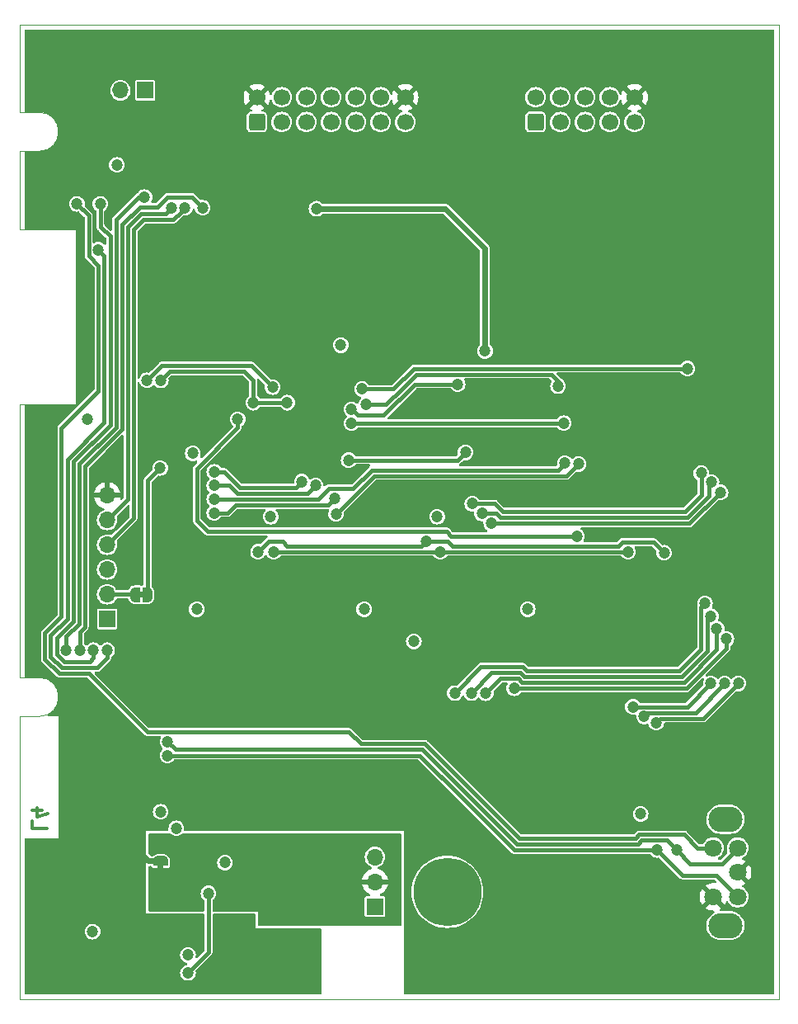
<source format=gbr>
G04 #@! TF.GenerationSoftware,KiCad,Pcbnew,7.0.1-1.fc37*
G04 #@! TF.CreationDate,2023-03-23T23:58:23+01:00*
G04 #@! TF.ProjectId,cw-amp-controll-board,63772d61-6d70-42d6-936f-6e74726f6c6c,rev?*
G04 #@! TF.SameCoordinates,Original*
G04 #@! TF.FileFunction,Profile,NP*
%FSLAX46Y46*%
G04 Gerber Fmt 4.6, Leading zero omitted, Abs format (unit mm)*
G04 Created by KiCad (PCBNEW 7.0.1-1.fc37) date 2023-03-23 23:58:23*
%MOMM*%
%LPD*%
G01*
G04 APERTURE LIST*
G04 Aperture macros list*
%AMRoundRect*
0 Rectangle with rounded corners*
0 $1 Rounding radius*
0 $2 $3 $4 $5 $6 $7 $8 $9 X,Y pos of 4 corners*
0 Add a 4 corners polygon primitive as box body*
4,1,4,$2,$3,$4,$5,$6,$7,$8,$9,$2,$3,0*
0 Add four circle primitives for the rounded corners*
1,1,$1+$1,$2,$3*
1,1,$1+$1,$4,$5*
1,1,$1+$1,$6,$7*
1,1,$1+$1,$8,$9*
0 Add four rect primitives between the rounded corners*
20,1,$1+$1,$2,$3,$4,$5,0*
20,1,$1+$1,$4,$5,$6,$7,0*
20,1,$1+$1,$6,$7,$8,$9,0*
20,1,$1+$1,$8,$9,$2,$3,0*%
%AMFreePoly0*
4,1,19,0.500000,-0.750000,0.000000,-0.750000,0.000000,-0.744911,-0.071157,-0.744911,-0.207708,-0.704816,-0.327430,-0.627875,-0.420627,-0.520320,-0.479746,-0.390866,-0.500000,-0.250000,-0.500000,0.250000,-0.479746,0.390866,-0.420627,0.520320,-0.327430,0.627875,-0.207708,0.704816,-0.071157,0.744911,0.000000,0.744911,0.000000,0.750000,0.500000,0.750000,0.500000,-0.750000,0.500000,-0.750000,
$1*%
%AMFreePoly1*
4,1,19,0.000000,0.744911,0.071157,0.744911,0.207708,0.704816,0.327430,0.627875,0.420627,0.520320,0.479746,0.390866,0.500000,0.250000,0.500000,-0.250000,0.479746,-0.390866,0.420627,-0.520320,0.327430,-0.627875,0.207708,-0.704816,0.071157,-0.744911,0.000000,-0.744911,0.000000,-0.750000,-0.500000,-0.750000,-0.500000,0.750000,0.000000,0.750000,0.000000,0.744911,0.000000,0.744911,
$1*%
G04 Aperture macros list end*
G04 #@! TA.AperFunction,Profile*
%ADD10C,0.100000*%
G04 #@! TD*
%ADD11C,0.300000*%
G04 #@! TA.AperFunction,NonConductor*
%ADD12C,0.300000*%
G04 #@! TD*
G04 #@! TA.AperFunction,ComponentPad*
%ADD13RoundRect,0.250000X0.600000X-0.600000X0.600000X0.600000X-0.600000X0.600000X-0.600000X-0.600000X0*%
G04 #@! TD*
G04 #@! TA.AperFunction,ComponentPad*
%ADD14C,1.700000*%
G04 #@! TD*
G04 #@! TA.AperFunction,ComponentPad*
%ADD15R,1.700000X1.700000*%
G04 #@! TD*
G04 #@! TA.AperFunction,ComponentPad*
%ADD16O,1.700000X1.700000*%
G04 #@! TD*
G04 #@! TA.AperFunction,ComponentPad*
%ADD17C,7.000000*%
G04 #@! TD*
G04 #@! TA.AperFunction,WasherPad*
%ADD18O,3.500000X2.600000*%
G04 #@! TD*
G04 #@! TA.AperFunction,ComponentPad*
%ADD19C,1.800000*%
G04 #@! TD*
G04 #@! TA.AperFunction,SMDPad,CuDef*
%ADD20FreePoly0,270.000000*%
G04 #@! TD*
G04 #@! TA.AperFunction,SMDPad,CuDef*
%ADD21FreePoly1,270.000000*%
G04 #@! TD*
G04 #@! TA.AperFunction,SMDPad,CuDef*
%ADD22FreePoly0,180.000000*%
G04 #@! TD*
G04 #@! TA.AperFunction,SMDPad,CuDef*
%ADD23FreePoly1,180.000000*%
G04 #@! TD*
G04 #@! TA.AperFunction,ViaPad*
%ADD24C,1.200000*%
G04 #@! TD*
G04 #@! TA.AperFunction,Conductor*
%ADD25C,0.600000*%
G04 #@! TD*
G04 #@! TA.AperFunction,Conductor*
%ADD26C,0.400000*%
G04 #@! TD*
%ADD27C,0.350000*%
%ADD28O,2.500000X1.800000*%
G04 APERTURE END LIST*
D10*
X112000000Y-129000000D02*
X112000000Y-158000000D01*
X190000000Y-58000000D02*
X190000000Y-158000000D01*
X117750000Y-97000000D02*
X112000000Y-97000000D01*
X114000000Y-129000000D02*
X112000000Y-129000000D01*
X112000000Y-97000000D02*
X112000000Y-125000000D01*
X112000000Y-58000000D02*
X190000000Y-58000000D01*
X112000000Y-79000000D02*
X117750000Y-79000000D01*
X117750000Y-79000000D02*
X117750000Y-97000000D01*
X114000000Y-67000000D02*
X112000000Y-67000000D01*
X114000000Y-71000000D02*
X112000000Y-71000000D01*
X112000000Y-67000000D02*
X112000000Y-58000000D01*
X114000000Y-129000000D02*
G75*
G03*
X114000000Y-125000000I0J2000000D01*
G01*
X190000000Y-158000000D02*
X112000000Y-158000000D01*
X112000000Y-125000000D02*
X114000000Y-125000000D01*
X114000000Y-71000000D02*
G75*
G03*
X114000000Y-67000000I0J2000000D01*
G01*
X112000000Y-71000000D02*
X112000000Y-79000000D01*
D11*
D12*
X113306071Y-139749999D02*
X113306071Y-140464285D01*
X113306071Y-140464285D02*
X114806071Y-140464285D01*
X114306071Y-138607142D02*
X113306071Y-138607142D01*
X114877500Y-138964284D02*
X113806071Y-139321427D01*
X113806071Y-139321427D02*
X113806071Y-138392856D01*
G04 #@! TA.AperFunction,EtchedComponent*
G36*
X126800000Y-144725000D02*
G01*
X126200000Y-144725000D01*
X126200000Y-144225000D01*
X126800000Y-144225000D01*
X126800000Y-144725000D01*
G37*
G04 #@! TD.AperFunction*
G04 #@! TA.AperFunction,EtchedComponent*
G36*
X124750000Y-116800000D02*
G01*
X124250000Y-116800000D01*
X124250000Y-116200000D01*
X124750000Y-116200000D01*
X124750000Y-116800000D01*
G37*
G04 #@! TD.AperFunction*
D13*
X165000000Y-68000000D03*
D14*
X165000000Y-65460000D03*
X167540000Y-68000000D03*
X167540000Y-65460000D03*
X170080000Y-68000000D03*
X170080000Y-65460000D03*
X172620000Y-68000000D03*
X172620000Y-65460000D03*
X175160000Y-68000000D03*
X175160000Y-65460000D03*
D13*
X136380000Y-68000000D03*
D14*
X136380000Y-65460000D03*
X138920000Y-68000000D03*
X138920000Y-65460000D03*
X141460000Y-68000000D03*
X141460000Y-65460000D03*
X144000000Y-68000000D03*
X144000000Y-65460000D03*
X146540000Y-68000000D03*
X146540000Y-65460000D03*
X149080000Y-68000000D03*
X149080000Y-65460000D03*
X151620000Y-68000000D03*
X151620000Y-65460000D03*
D15*
X124900000Y-64750000D03*
D16*
X122360000Y-64750000D03*
D17*
X155930588Y-147000000D03*
D18*
X184500000Y-139550000D03*
X184500000Y-150450000D03*
D19*
X185750000Y-147500000D03*
X185750000Y-142500000D03*
X185750000Y-145000000D03*
X183250000Y-142500000D03*
X183250000Y-147500000D03*
D15*
X148500000Y-148500000D03*
D16*
X148500000Y-145960000D03*
X148500000Y-143420000D03*
D15*
X121000000Y-119000000D03*
D16*
X121000000Y-116460000D03*
X121000000Y-113920000D03*
X121000000Y-111380000D03*
X121000000Y-108840000D03*
X121000000Y-106300000D03*
D20*
X126500000Y-143825000D03*
D21*
X126500000Y-145125000D03*
D22*
X125150000Y-116500000D03*
D23*
X123850000Y-116500000D03*
D24*
X137800000Y-108500000D03*
X154900000Y-108500000D03*
X175800000Y-139000000D03*
X164200000Y-118000000D03*
X147400000Y-118000000D03*
X119000000Y-98500000D03*
X128100000Y-140475000D03*
X133100000Y-144000000D03*
X129300000Y-153475000D03*
X126500000Y-138775000D03*
X129800000Y-102000000D03*
X130200000Y-118000000D03*
X152500000Y-121300000D03*
X122000000Y-72400000D03*
X119500000Y-151075000D03*
X145000000Y-90900000D03*
X164300000Y-120000000D03*
X146900000Y-75200000D03*
X130300000Y-120000000D03*
X149100000Y-89000000D03*
X127600000Y-87100000D03*
X117500000Y-145974500D03*
X121000000Y-103700000D03*
X133000000Y-149800000D03*
X147300000Y-120000000D03*
X130900000Y-94900000D03*
X165400000Y-91500000D03*
X150600000Y-79900000D03*
X124426771Y-138802921D03*
X159800000Y-91500000D03*
X142500000Y-76900000D03*
X141000000Y-146000000D03*
X129900000Y-141875000D03*
X131400000Y-147149500D03*
X129300000Y-155300000D03*
X167900000Y-98900000D03*
X146100000Y-98900000D03*
X144399531Y-106600469D03*
X131999659Y-108106479D03*
X146100000Y-97500497D03*
X156994064Y-94899500D03*
X142400497Y-105300000D03*
X131992998Y-105307499D03*
X147600000Y-97000000D03*
X167300000Y-95100000D03*
X141000000Y-104900000D03*
X132000000Y-103900994D03*
X147200000Y-95400000D03*
X180600000Y-93300000D03*
X125100000Y-94500000D03*
X138000000Y-95200000D03*
X153800000Y-111000000D03*
X136500000Y-112100000D03*
X178200000Y-112200000D03*
X138100000Y-112100000D03*
X174500000Y-112100000D03*
X136000000Y-96800000D03*
X155200000Y-112100000D03*
X139500000Y-96800000D03*
X126506505Y-94507002D03*
X128999503Y-76800000D03*
X127600000Y-76800000D03*
X182012933Y-104035462D03*
X158503904Y-107165261D03*
X159493502Y-108154859D03*
X183063782Y-104959758D03*
X184000000Y-106000000D03*
X160445500Y-109180679D03*
X169250000Y-110500980D03*
X134400000Y-98500000D03*
X177500000Y-142700000D03*
X127200000Y-133000000D03*
X127206754Y-131593246D03*
X179500000Y-142700000D03*
X185817303Y-125615354D03*
X177390910Y-129639885D03*
X176146517Y-128999500D03*
X184399363Y-125619787D03*
X183000000Y-125600000D03*
X175000000Y-128000000D03*
X126449020Y-103500000D03*
X118199554Y-122200000D03*
X130800000Y-76800000D03*
X124850000Y-75700500D03*
X116800051Y-122200000D03*
X119599057Y-122200000D03*
X120300000Y-76400000D03*
X120998560Y-122200000D03*
X120100000Y-81100000D03*
X168000000Y-103000000D03*
X132001215Y-106706977D03*
X144500000Y-108200000D03*
X169400000Y-103100000D03*
X145800000Y-102700000D03*
X157800000Y-101900000D03*
X182401460Y-117400000D03*
X156700000Y-126600000D03*
X183000980Y-118704523D03*
X158400000Y-126600000D03*
X159893246Y-126606754D03*
X183600500Y-119969109D03*
X162800000Y-126100000D03*
X184600000Y-121039730D03*
X117900500Y-76400000D03*
D25*
X125250000Y-143825000D02*
X124426771Y-143001771D01*
X155131370Y-75200000D02*
X146900000Y-75200000D01*
X162200000Y-91500000D02*
X160700000Y-90000000D01*
X160700000Y-80768630D02*
X155131370Y-75200000D01*
X126500000Y-143825000D02*
X125250000Y-143825000D01*
X165400000Y-91500000D02*
X162200000Y-91500000D01*
X124426771Y-143001771D02*
X124426771Y-138802921D01*
X160700000Y-90000000D02*
X160700000Y-80768630D01*
X142500000Y-76900000D02*
X155700000Y-76900000D01*
X159800000Y-81000000D02*
X155700000Y-76900000D01*
X159800000Y-91500000D02*
X159800000Y-81000000D01*
X126500000Y-145125000D02*
X129050000Y-145125000D01*
X129050000Y-145125000D02*
X129900000Y-144275000D01*
X129900000Y-144275000D02*
X129900000Y-141875000D01*
D26*
X129300000Y-155300000D02*
X131400000Y-153200000D01*
X131400000Y-153200000D02*
X131400000Y-147149500D01*
X167900000Y-98900000D02*
X146100000Y-98900000D01*
X143200000Y-107300000D02*
X143199520Y-107299520D01*
X133393521Y-108106479D02*
X131999659Y-108106479D01*
X144399531Y-106600469D02*
X143700000Y-107300000D01*
X134200480Y-107299520D02*
X133393521Y-108106479D01*
X143700000Y-107300000D02*
X143200000Y-107300000D01*
X143199520Y-107299520D02*
X134200480Y-107299520D01*
X149400000Y-98100000D02*
X152600500Y-94899500D01*
X146714214Y-98100000D02*
X149397056Y-98100000D01*
X149397056Y-98100000D02*
X149400000Y-98100000D01*
X146100000Y-97500497D02*
X146100497Y-97500497D01*
X146100497Y-97500497D02*
X146114711Y-97500497D01*
X146114711Y-97500497D02*
X146714214Y-98100000D01*
X152600500Y-94899500D02*
X156994064Y-94899500D01*
X133559649Y-105307499D02*
X134352631Y-106100480D01*
X134352631Y-106100480D02*
X141600017Y-106100480D01*
X141600017Y-106100480D02*
X142400497Y-105300000D01*
X131992998Y-105307499D02*
X133559649Y-105307499D01*
X166600000Y-93900000D02*
X157400000Y-93900000D01*
X167300000Y-95100000D02*
X167300000Y-94600000D01*
X149648528Y-97000000D02*
X147600000Y-97000000D01*
X167300000Y-94600000D02*
X166600000Y-93900000D01*
X151324264Y-95324264D02*
X149648528Y-97000000D01*
X152748528Y-93900000D02*
X151324264Y-95324264D01*
X157400000Y-93900000D02*
X152748528Y-93900000D01*
X140399040Y-105500960D02*
X141000000Y-104900000D01*
X133000994Y-103900994D02*
X134600960Y-105500960D01*
X132000000Y-103900994D02*
X133000994Y-103900994D01*
X134600960Y-105500960D02*
X140399040Y-105500960D01*
X152500000Y-93300000D02*
X180600000Y-93300000D01*
X150400000Y-95400000D02*
X152500000Y-93300000D01*
X147200000Y-95400000D02*
X150400000Y-95400000D01*
X173500000Y-111500480D02*
X173899991Y-111100489D01*
X156500000Y-111500480D02*
X173500000Y-111500480D01*
X155999520Y-111000000D02*
X156500000Y-111500480D01*
X125100000Y-94500000D02*
X126600000Y-93000000D01*
X137600000Y-111000000D02*
X136500000Y-112100000D01*
X153800000Y-111000000D02*
X155999520Y-111000000D01*
X126600000Y-93000000D02*
X135800000Y-93000000D01*
X139500480Y-111500480D02*
X139000000Y-111000000D01*
X153299520Y-111500480D02*
X139500480Y-111500480D01*
X139000000Y-111000000D02*
X137600000Y-111000000D01*
X173899991Y-111100489D02*
X177100489Y-111100489D01*
X177100489Y-111100489D02*
X178200000Y-112200000D01*
X135800000Y-93000000D02*
X138000000Y-95200000D01*
X153800000Y-111000000D02*
X153299520Y-111500480D01*
X136000000Y-94500000D02*
X136000000Y-96800000D01*
X127013987Y-93999520D02*
X127413987Y-93599520D01*
X138100000Y-112100000D02*
X155200000Y-112100000D01*
X126506505Y-94507002D02*
X127013987Y-93999520D01*
X155200000Y-112100000D02*
X174500000Y-112100000D01*
X135099520Y-93599520D02*
X136000000Y-94500000D01*
X136000000Y-96800000D02*
X139500000Y-96800000D01*
X127413987Y-93599520D02*
X135099520Y-93599520D01*
X121000000Y-116460000D02*
X123810000Y-116460000D01*
X123810000Y-116460000D02*
X123850000Y-116500000D01*
X128599511Y-77199992D02*
X128599511Y-77214012D01*
X124747850Y-78000000D02*
X123700000Y-79047850D01*
X127813523Y-78000000D02*
X124747850Y-78000000D01*
X128999503Y-76800000D02*
X128599511Y-77199992D01*
X123700000Y-79047850D02*
X123700000Y-108680000D01*
X123700000Y-108680000D02*
X121000000Y-111380000D01*
X128599511Y-77214012D02*
X127813523Y-78000000D01*
X123100000Y-78800000D02*
X123100000Y-106740000D01*
X127600000Y-76800000D02*
X126999520Y-77400480D01*
X124499520Y-77400480D02*
X123100000Y-78800000D01*
X126999520Y-77400480D02*
X124499520Y-77400480D01*
X123100000Y-106740000D02*
X121000000Y-108840000D01*
X180322661Y-107981639D02*
X182012933Y-106291367D01*
X160803198Y-107155348D02*
X161629489Y-107981639D01*
X158513817Y-107155348D02*
X160803198Y-107155348D01*
X182012933Y-106291367D02*
X182012933Y-104035462D01*
X158503904Y-107165261D02*
X158513817Y-107155348D01*
X161629489Y-107981639D02*
X180322661Y-107981639D01*
X182800000Y-106352150D02*
X180570991Y-108581159D01*
X160954859Y-108154859D02*
X159493502Y-108154859D01*
X183063782Y-104959758D02*
X182800000Y-105223540D01*
X182800000Y-105223540D02*
X182800000Y-106352150D01*
X161381159Y-108581159D02*
X160954859Y-108154859D01*
X180570991Y-108581159D02*
X161381159Y-108581159D01*
X160445500Y-109180679D02*
X180819321Y-109180679D01*
X180819321Y-109180679D02*
X184000000Y-106000000D01*
X131300489Y-110000489D02*
X130200000Y-108900000D01*
X130200000Y-103550000D02*
X134400000Y-99350000D01*
X155847859Y-110000489D02*
X131300489Y-110000489D01*
X134400000Y-99350000D02*
X134400000Y-98500000D01*
X130200000Y-108900000D02*
X130200000Y-103550000D01*
X169250000Y-110500980D02*
X169249020Y-110500000D01*
X156347370Y-110500000D02*
X155847859Y-110000489D01*
X169249020Y-110500000D02*
X156347370Y-110500000D01*
X180100000Y-145300000D02*
X183550000Y-145300000D01*
X183550000Y-145300000D02*
X185750000Y-147500000D01*
X177500000Y-142700000D02*
X180100000Y-145300000D01*
X163000000Y-142700000D02*
X162800000Y-142700000D01*
X153100000Y-133000000D02*
X127200000Y-133000000D01*
X177500000Y-142700000D02*
X163000000Y-142700000D01*
X153300000Y-133200000D02*
X153100000Y-133000000D01*
X157400000Y-137300000D02*
X153300000Y-133200000D01*
X162800000Y-142700000D02*
X157400000Y-137300000D01*
X184150000Y-144100000D02*
X185750000Y-142500000D01*
X179500000Y-142700000D02*
X180900000Y-144100000D01*
X128013988Y-132400480D02*
X127206754Y-131593246D01*
X178500000Y-141700000D02*
X175900000Y-141700000D01*
X163048329Y-142100480D02*
X153348329Y-132400480D01*
X179500000Y-142700000D02*
X178500000Y-141700000D01*
X175900000Y-141700000D02*
X175499520Y-142100480D01*
X149400000Y-132400480D02*
X128013988Y-132400480D01*
X153348329Y-132400480D02*
X149400000Y-132400480D01*
X180900000Y-144100000D02*
X184150000Y-144100000D01*
X175499520Y-142100480D02*
X163048329Y-142100480D01*
X177390910Y-129639885D02*
X177831755Y-129199040D01*
X177831755Y-129199040D02*
X182233617Y-129199040D01*
X182233617Y-129199040D02*
X185817303Y-125615354D01*
X176146517Y-128999500D02*
X176546497Y-128599520D01*
X176546497Y-128599520D02*
X181419630Y-128599520D01*
X181419630Y-128599520D02*
X184399363Y-125619787D01*
X180600000Y-128000000D02*
X175000000Y-128000000D01*
X183000000Y-125600000D02*
X180600000Y-128000000D01*
X126449020Y-103500000D02*
X125150000Y-104799020D01*
X125150000Y-104799020D02*
X125150000Y-116500000D01*
X118199554Y-122200000D02*
X118199554Y-120300446D01*
X127200000Y-75700000D02*
X129700000Y-75700000D01*
X118699520Y-119800480D02*
X118699520Y-103348330D01*
X129700000Y-75700000D02*
X130800000Y-76800000D01*
X122500480Y-78551670D02*
X124352150Y-76700000D01*
X126200000Y-76700000D02*
X127200000Y-75700000D01*
X124352150Y-76700000D02*
X126200000Y-76700000D01*
X122500480Y-99547370D02*
X122500480Y-78551670D01*
X118699520Y-103348330D02*
X122500480Y-99547370D01*
X118199554Y-120300446D02*
X118699520Y-119800480D01*
X124850000Y-75700500D02*
X124199500Y-75700500D01*
X121900960Y-77999040D02*
X121900960Y-99299040D01*
X116800051Y-120799949D02*
X116800051Y-122200000D01*
X121900960Y-99299040D02*
X118100000Y-103100000D01*
X118100000Y-103100000D02*
X118100000Y-119500000D01*
X124199500Y-75700500D02*
X121900960Y-77999040D01*
X118100000Y-119500000D02*
X116800051Y-120799949D01*
X121301440Y-79701440D02*
X120352150Y-78752150D01*
X117500480Y-102851670D02*
X121301440Y-99050710D01*
X116586528Y-123400000D02*
X115800540Y-122614012D01*
X120300000Y-78752150D02*
X120300000Y-76400000D01*
X119599057Y-123000943D02*
X119200000Y-123400000D01*
X115800540Y-120951610D02*
X117500480Y-119251670D01*
X120352150Y-78752150D02*
X120300000Y-78752150D01*
X121301440Y-99050710D02*
X121301440Y-79701440D01*
X117500480Y-119251670D02*
X117500480Y-102851670D01*
X119599057Y-122200000D02*
X119599057Y-123000943D01*
X115800540Y-122614012D02*
X115800540Y-120951610D01*
X119200000Y-123400000D02*
X116586528Y-123400000D01*
X120100000Y-81100000D02*
X120701920Y-81701920D01*
X120701920Y-81701920D02*
X120701920Y-98802380D01*
X116900000Y-102604300D02*
X116900960Y-102605260D01*
X115201020Y-120703281D02*
X115201020Y-122862342D01*
X120701920Y-98802380D02*
X116900000Y-102604300D01*
X120998560Y-123001440D02*
X120998560Y-122200000D01*
X116338678Y-124000000D02*
X120000000Y-124000000D01*
X116900960Y-119003340D02*
X115201020Y-120703281D01*
X120000000Y-124000000D02*
X120998560Y-123001440D01*
X116900960Y-102605260D02*
X116900960Y-119003340D01*
X115201020Y-122862342D02*
X116338678Y-124000000D01*
X148151472Y-103700000D02*
X167300000Y-103700000D01*
X143742424Y-105600469D02*
X146251003Y-105600469D01*
X146251003Y-105600469D02*
X148151472Y-103700000D01*
X142642893Y-106700000D02*
X143742424Y-105600469D01*
X167300000Y-103700000D02*
X168000000Y-103000000D01*
X132001215Y-106706977D02*
X132008192Y-106700000D01*
X132008192Y-106700000D02*
X142642893Y-106700000D01*
X148400000Y-104300000D02*
X168200000Y-104300000D01*
X144500000Y-108200000D02*
X148400000Y-104300000D01*
X168200000Y-104300000D02*
X169400000Y-103100000D01*
X157800000Y-101900000D02*
X157000000Y-102700000D01*
X157000000Y-102700000D02*
X145800000Y-102700000D01*
X163710671Y-123901449D02*
X164110662Y-124301440D01*
X159398551Y-123901449D02*
X163710671Y-123901449D01*
X179755010Y-124301440D02*
X181928225Y-122128225D01*
X156700000Y-126600000D02*
X159398551Y-123901449D01*
X181928225Y-122128225D02*
X182001469Y-122054981D01*
X164110662Y-124301440D02*
X179755010Y-124301440D01*
X182001469Y-117799991D02*
X182401460Y-117400000D01*
X182001469Y-122054981D02*
X182001469Y-117799991D01*
X182600989Y-119104514D02*
X183000980Y-118704523D01*
X158400000Y-126600000D02*
X160499031Y-124500969D01*
X163462341Y-124500969D02*
X163862332Y-124900960D01*
X163862332Y-124900960D02*
X180003340Y-124900960D01*
X180003340Y-124900960D02*
X182600989Y-122303311D01*
X182600989Y-122303311D02*
X182600989Y-119104514D01*
X160499031Y-124500969D02*
X163462341Y-124500969D01*
X180251670Y-125500480D02*
X163614003Y-125500480D01*
X161399511Y-125100489D02*
X159893246Y-126606754D01*
X183600500Y-122151650D02*
X180251670Y-125500480D01*
X163214012Y-125100489D02*
X161399511Y-125100489D01*
X163614003Y-125500480D02*
X163214012Y-125100489D01*
X183600500Y-119969109D02*
X183600500Y-122151650D01*
X184600000Y-122000000D02*
X180500000Y-126100000D01*
X180500000Y-126100000D02*
X162800000Y-126100000D01*
X184600000Y-121039730D02*
X184600000Y-122000000D01*
X119149520Y-124599520D02*
X116090348Y-124599520D01*
X180250480Y-141100480D02*
X175651670Y-141100480D01*
X175251190Y-141500960D02*
X163296659Y-141500960D01*
X147050000Y-131800960D02*
X145842775Y-130593735D01*
X114601500Y-120454952D02*
X116301440Y-118755012D01*
X175651670Y-141100480D02*
X175251190Y-141500960D01*
X145842775Y-130593735D02*
X125143735Y-130593735D01*
X116090348Y-124599520D02*
X114601500Y-123110671D01*
X120102400Y-82752400D02*
X119100000Y-81750000D01*
X116301440Y-113550000D02*
X116300480Y-113549040D01*
X116301440Y-118755012D02*
X116301440Y-113550000D01*
X119100000Y-81750000D02*
X119100000Y-77599500D01*
X181650000Y-142500000D02*
X180250480Y-141100480D01*
X116300480Y-113549040D02*
X116300480Y-99399520D01*
X119100000Y-77599500D02*
X117900500Y-76400000D01*
X183250000Y-142500000D02*
X181650000Y-142500000D01*
X114601500Y-123110671D02*
X114601500Y-120454952D01*
X163296659Y-141500960D02*
X153596658Y-131800960D01*
X125143735Y-130593735D02*
X119149520Y-124599520D01*
X120102400Y-95597600D02*
X120102400Y-82752400D01*
X153596658Y-131800960D02*
X147050000Y-131800960D01*
X116300480Y-99399520D02*
X120102400Y-95597600D01*
G04 #@! TA.AperFunction,Conductor*
G36*
X127488950Y-141009591D02*
G01*
X127529824Y-141036902D01*
X127597738Y-141104816D01*
X127750478Y-141200789D01*
X127920745Y-141260368D01*
X128100000Y-141280565D01*
X128279255Y-141260368D01*
X128449522Y-141200789D01*
X128602262Y-141104816D01*
X128670175Y-141036902D01*
X128711050Y-141009591D01*
X128759268Y-141000000D01*
X151124000Y-141000000D01*
X151187000Y-141016881D01*
X151233119Y-141063000D01*
X151250000Y-141126000D01*
X151250000Y-150374000D01*
X151233119Y-150437000D01*
X151187000Y-150483119D01*
X151124000Y-150500000D01*
X136626000Y-150500000D01*
X136563000Y-150483119D01*
X136516881Y-150437000D01*
X136500000Y-150374000D01*
X136500000Y-149000000D01*
X133056468Y-149000000D01*
X133042362Y-148999208D01*
X133000000Y-148994435D01*
X132957637Y-148999208D01*
X132943532Y-149000000D01*
X131926500Y-149000000D01*
X131863500Y-148983119D01*
X131817381Y-148937000D01*
X131800500Y-148874000D01*
X131800500Y-147912895D01*
X131816222Y-147851946D01*
X131859464Y-147806208D01*
X131898539Y-147781655D01*
X131902262Y-147779316D01*
X132029816Y-147651762D01*
X132125789Y-147499022D01*
X132185368Y-147328755D01*
X132205565Y-147149500D01*
X132185368Y-146970245D01*
X132182669Y-146962533D01*
X132125789Y-146799978D01*
X132029815Y-146647236D01*
X131902263Y-146519684D01*
X131749521Y-146423710D01*
X131579257Y-146364132D01*
X131400000Y-146343935D01*
X131220742Y-146364132D01*
X131050478Y-146423710D01*
X130897736Y-146519684D01*
X130770184Y-146647236D01*
X130674210Y-146799978D01*
X130614632Y-146970242D01*
X130594435Y-147149500D01*
X130614632Y-147328757D01*
X130674210Y-147499021D01*
X130770184Y-147651763D01*
X130897736Y-147779315D01*
X130940536Y-147806208D01*
X130983778Y-147851946D01*
X130999500Y-147912895D01*
X130999500Y-148874000D01*
X130982619Y-148937000D01*
X130936500Y-148983119D01*
X130873500Y-149000000D01*
X125376000Y-149000000D01*
X125313000Y-148983119D01*
X125266881Y-148937000D01*
X125250000Y-148874000D01*
X125250000Y-146214000D01*
X147163455Y-146214000D01*
X147211177Y-146402451D01*
X147301580Y-146608548D01*
X147424678Y-146796962D01*
X147577096Y-146962533D01*
X147754697Y-147100766D01*
X147961506Y-147212686D01*
X148009240Y-147258110D01*
X148027519Y-147321417D01*
X148011343Y-147385293D01*
X147965136Y-147432270D01*
X147901536Y-147449500D01*
X147630252Y-147449500D01*
X147601010Y-147455316D01*
X147571768Y-147461133D01*
X147505447Y-147505447D01*
X147461133Y-147571768D01*
X147449500Y-147630253D01*
X147449500Y-149369747D01*
X147461133Y-149428231D01*
X147505447Y-149494552D01*
X147549762Y-149524162D01*
X147571769Y-149538867D01*
X147630252Y-149550500D01*
X149369747Y-149550500D01*
X149369748Y-149550500D01*
X149428231Y-149538867D01*
X149494552Y-149494552D01*
X149538867Y-149428231D01*
X149550500Y-149369748D01*
X149550500Y-147630252D01*
X149538867Y-147571769D01*
X149524162Y-147549762D01*
X149494552Y-147505447D01*
X149428231Y-147461133D01*
X149369748Y-147449500D01*
X149098464Y-147449500D01*
X149034864Y-147432270D01*
X148988657Y-147385293D01*
X148972481Y-147321417D01*
X148990760Y-147258110D01*
X149038494Y-147212686D01*
X149245302Y-147100766D01*
X149422903Y-146962533D01*
X149575321Y-146796962D01*
X149698419Y-146608548D01*
X149788822Y-146402451D01*
X149836544Y-146214000D01*
X147163455Y-146214000D01*
X125250000Y-146214000D01*
X125250000Y-145705999D01*
X147163455Y-145705999D01*
X147163456Y-145706000D01*
X149836544Y-145706000D01*
X149836544Y-145705999D01*
X149788822Y-145517548D01*
X149698419Y-145311451D01*
X149575321Y-145123037D01*
X149422903Y-144957466D01*
X149245302Y-144819233D01*
X149047368Y-144712116D01*
X148858769Y-144647370D01*
X148806365Y-144612861D01*
X148777102Y-144557357D01*
X148778237Y-144494622D01*
X148809488Y-144440212D01*
X148863102Y-144407623D01*
X148903954Y-144395232D01*
X149086450Y-144297685D01*
X149246410Y-144166410D01*
X149377685Y-144006450D01*
X149475232Y-143823954D01*
X149535300Y-143625934D01*
X149555583Y-143420000D01*
X149535300Y-143214066D01*
X149475232Y-143016046D01*
X149377685Y-142833550D01*
X149304730Y-142744653D01*
X149246410Y-142673589D01*
X149086449Y-142542314D01*
X148903956Y-142444769D01*
X148903955Y-142444768D01*
X148903954Y-142444768D01*
X148705934Y-142384700D01*
X148705931Y-142384699D01*
X148705929Y-142384699D01*
X148500000Y-142364416D01*
X148294070Y-142384699D01*
X148294067Y-142384699D01*
X148294066Y-142384700D01*
X148096046Y-142444768D01*
X148096043Y-142444769D01*
X147913550Y-142542314D01*
X147753589Y-142673589D01*
X147622314Y-142833550D01*
X147524769Y-143016043D01*
X147524768Y-143016045D01*
X147524768Y-143016046D01*
X147468715Y-143200832D01*
X147464699Y-143214070D01*
X147444416Y-143419999D01*
X147464699Y-143625929D01*
X147464699Y-143625931D01*
X147464700Y-143625934D01*
X147519900Y-143807905D01*
X147524769Y-143823956D01*
X147622314Y-144006449D01*
X147753589Y-144166410D01*
X147899072Y-144285803D01*
X147913550Y-144297685D01*
X148096046Y-144395232D01*
X148136895Y-144407623D01*
X148190511Y-144440213D01*
X148221762Y-144494622D01*
X148222897Y-144557357D01*
X148193634Y-144612861D01*
X148141231Y-144647370D01*
X147952630Y-144712117D01*
X147754697Y-144819233D01*
X147577096Y-144957466D01*
X147424678Y-145123037D01*
X147301580Y-145311451D01*
X147211177Y-145517548D01*
X147163455Y-145705999D01*
X125250000Y-145705999D01*
X125250000Y-144451500D01*
X125266881Y-144388500D01*
X125313000Y-144342381D01*
X125376000Y-144325500D01*
X125442266Y-144325500D01*
X125497987Y-144338491D01*
X125542219Y-144374784D01*
X125546025Y-144383182D01*
X125547209Y-144382392D01*
X125605447Y-144469552D01*
X125642967Y-144494622D01*
X125671769Y-144513867D01*
X125750000Y-144529428D01*
X126190608Y-144529428D01*
X126208540Y-144530710D01*
X126220907Y-144532489D01*
X126279093Y-144532489D01*
X126291459Y-144530710D01*
X126309392Y-144529428D01*
X126690608Y-144529428D01*
X126708540Y-144530710D01*
X126720907Y-144532489D01*
X126779093Y-144532489D01*
X126791459Y-144530710D01*
X126809392Y-144529428D01*
X127249999Y-144529428D01*
X127250000Y-144529428D01*
X127328231Y-144513867D01*
X127394552Y-144469552D01*
X127438867Y-144403231D01*
X127454428Y-144325000D01*
X127454428Y-144000000D01*
X132294435Y-144000000D01*
X132314632Y-144179257D01*
X132374210Y-144349521D01*
X132470184Y-144502263D01*
X132597736Y-144629815D01*
X132625675Y-144647370D01*
X132750478Y-144725789D01*
X132920745Y-144785368D01*
X133100000Y-144805565D01*
X133279255Y-144785368D01*
X133449522Y-144725789D01*
X133602262Y-144629816D01*
X133729816Y-144502262D01*
X133825789Y-144349522D01*
X133885368Y-144179255D01*
X133905565Y-144000000D01*
X133885368Y-143820745D01*
X133825789Y-143650478D01*
X133804410Y-143616453D01*
X133729815Y-143497736D01*
X133602263Y-143370184D01*
X133449521Y-143274210D01*
X133279257Y-143214632D01*
X133100000Y-143194435D01*
X132920742Y-143214632D01*
X132750478Y-143274210D01*
X132597736Y-143370184D01*
X132470184Y-143497736D01*
X132374210Y-143650478D01*
X132314632Y-143820742D01*
X132294435Y-144000000D01*
X127454428Y-144000000D01*
X127454428Y-143753111D01*
X127452942Y-143742774D01*
X127446148Y-143695520D01*
X127405639Y-143557560D01*
X127381468Y-143504632D01*
X127323784Y-143414874D01*
X127303737Y-143383680D01*
X127265632Y-143339705D01*
X127156971Y-143245551D01*
X127108023Y-143214094D01*
X127062795Y-143193439D01*
X126977236Y-143154365D01*
X126921404Y-143137971D01*
X126779096Y-143117511D01*
X126779093Y-143117511D01*
X126720907Y-143117511D01*
X126708540Y-143119289D01*
X126690608Y-143120572D01*
X126309392Y-143120572D01*
X126291459Y-143119289D01*
X126279093Y-143117511D01*
X126220907Y-143117511D01*
X126220904Y-143117511D01*
X126078595Y-143137971D01*
X126022763Y-143154365D01*
X125891976Y-143214094D01*
X125843028Y-143245551D01*
X125787433Y-143293725D01*
X125748953Y-143316556D01*
X125704921Y-143324500D01*
X125509504Y-143324500D01*
X125461286Y-143314909D01*
X125420409Y-143287595D01*
X125286905Y-143154091D01*
X125259591Y-143113214D01*
X125250000Y-143064996D01*
X125250000Y-141126000D01*
X125266881Y-141063000D01*
X125313000Y-141016881D01*
X125376000Y-141000000D01*
X127440732Y-141000000D01*
X127488950Y-141009591D01*
G37*
G04 #@! TD.AperFunction*
G04 #@! TA.AperFunction,Conductor*
G36*
X189437000Y-58516881D02*
G01*
X189483119Y-58563000D01*
X189500000Y-58626000D01*
X189500000Y-157374000D01*
X189483119Y-157437000D01*
X189437000Y-157483119D01*
X189374000Y-157500000D01*
X151626000Y-157500000D01*
X151563000Y-157483119D01*
X151516881Y-157437000D01*
X151500000Y-157374000D01*
X151500000Y-146999999D01*
X152225009Y-146999999D01*
X152245309Y-147387332D01*
X152305986Y-147770433D01*
X152406375Y-148145092D01*
X152545371Y-148507189D01*
X152721463Y-148852789D01*
X152932715Y-149178089D01*
X153176806Y-149479516D01*
X153451071Y-149753781D01*
X153752498Y-149997872D01*
X153752503Y-149997875D01*
X153752504Y-149997876D01*
X154077799Y-150209125D01*
X154306528Y-150325668D01*
X154423398Y-150385216D01*
X154785495Y-150524212D01*
X154785497Y-150524212D01*
X154785501Y-150524214D01*
X155160155Y-150624602D01*
X155543250Y-150685278D01*
X155930588Y-150705578D01*
X156317926Y-150685278D01*
X156701021Y-150624602D01*
X157075675Y-150524214D01*
X157437782Y-150385214D01*
X157783377Y-150209125D01*
X158108672Y-149997876D01*
X158410104Y-149753781D01*
X158684369Y-149479516D01*
X158928464Y-149178084D01*
X159139713Y-148852789D01*
X159237675Y-148660528D01*
X182448680Y-148660528D01*
X182448681Y-148660529D01*
X182477254Y-148682768D01*
X182682474Y-148793828D01*
X182903169Y-148869592D01*
X183133332Y-148908000D01*
X183243575Y-148908000D01*
X183305368Y-148924193D01*
X183351279Y-148968610D01*
X183369506Y-149029834D01*
X183355365Y-149092129D01*
X183312490Y-149139483D01*
X183125217Y-149261833D01*
X182942262Y-149430255D01*
X182789527Y-149626489D01*
X182671170Y-149845193D01*
X182590430Y-150080383D01*
X182590429Y-150080386D01*
X182549500Y-150325665D01*
X182549500Y-150574335D01*
X182590429Y-150819614D01*
X182590430Y-150819616D01*
X182671170Y-151054806D01*
X182671171Y-151054809D01*
X182671172Y-151054810D01*
X182789526Y-151273509D01*
X182907064Y-151424522D01*
X182942262Y-151469744D01*
X183125217Y-151638166D01*
X183333389Y-151774171D01*
X183333391Y-151774172D01*
X183333393Y-151774173D01*
X183561119Y-151874063D01*
X183802179Y-151935108D01*
X183987933Y-151950500D01*
X185012062Y-151950500D01*
X185012067Y-151950500D01*
X185197821Y-151935108D01*
X185438881Y-151874063D01*
X185666607Y-151774173D01*
X185874785Y-151638164D01*
X186057738Y-151469744D01*
X186210474Y-151273509D01*
X186328828Y-151054810D01*
X186409571Y-150819614D01*
X186450500Y-150574335D01*
X186450500Y-150325665D01*
X186409571Y-150080386D01*
X186328828Y-149845190D01*
X186210474Y-149626491D01*
X186057738Y-149430256D01*
X185930364Y-149313000D01*
X185874782Y-149261833D01*
X185666610Y-149125828D01*
X185438876Y-149025935D01*
X185197825Y-148964893D01*
X185197824Y-148964892D01*
X185197821Y-148964892D01*
X185012067Y-148949500D01*
X184027434Y-148949500D01*
X183963834Y-148932270D01*
X183917627Y-148885293D01*
X183901451Y-148821417D01*
X183919730Y-148758110D01*
X183967465Y-148712686D01*
X184022743Y-148682770D01*
X184051317Y-148660529D01*
X184051317Y-148660528D01*
X183250000Y-147859210D01*
X183249999Y-147859210D01*
X182448680Y-148660528D01*
X159237675Y-148660528D01*
X159315802Y-148507194D01*
X159322653Y-148489348D01*
X159454800Y-148145092D01*
X159454799Y-148145092D01*
X159454802Y-148145087D01*
X159555190Y-147770433D01*
X159598022Y-147500000D01*
X181837174Y-147500000D01*
X181856444Y-147732548D01*
X181913723Y-147958739D01*
X182007458Y-148172434D01*
X182090795Y-148299991D01*
X182090796Y-148299991D01*
X182890789Y-147500000D01*
X182890789Y-147499999D01*
X182090796Y-146700006D01*
X182007456Y-146827571D01*
X181913723Y-147041260D01*
X181856444Y-147267451D01*
X181837174Y-147500000D01*
X159598022Y-147500000D01*
X159615866Y-147387338D01*
X159636166Y-147000000D01*
X159615866Y-146612662D01*
X159555190Y-146229567D01*
X159454802Y-145854913D01*
X159454800Y-145854907D01*
X159315804Y-145492810D01*
X159315160Y-145491546D01*
X159139713Y-145147211D01*
X158928464Y-144821916D01*
X158928463Y-144821915D01*
X158928460Y-144821910D01*
X158684369Y-144520483D01*
X158410104Y-144246218D01*
X158108677Y-144002127D01*
X157783377Y-143790875D01*
X157437777Y-143614783D01*
X157075680Y-143475787D01*
X156701021Y-143375398D01*
X156317920Y-143314721D01*
X155930588Y-143294421D01*
X155543255Y-143314721D01*
X155160154Y-143375398D01*
X154785495Y-143475787D01*
X154423398Y-143614783D01*
X154077798Y-143790875D01*
X153752498Y-144002127D01*
X153451071Y-144246218D01*
X153176806Y-144520483D01*
X152932715Y-144821910D01*
X152721463Y-145147210D01*
X152545371Y-145492810D01*
X152406375Y-145854907D01*
X152305986Y-146229566D01*
X152245309Y-146612667D01*
X152225009Y-146999999D01*
X151500000Y-146999999D01*
X151500000Y-140750000D01*
X129015574Y-140750000D01*
X128948538Y-140730687D01*
X128902052Y-140678669D01*
X128890366Y-140609893D01*
X128905565Y-140475000D01*
X128885368Y-140295745D01*
X128825789Y-140125478D01*
X128729816Y-139972738D01*
X128729815Y-139972736D01*
X128602263Y-139845184D01*
X128449521Y-139749210D01*
X128279257Y-139689632D01*
X128100000Y-139669435D01*
X127920742Y-139689632D01*
X127750478Y-139749210D01*
X127597736Y-139845184D01*
X127470184Y-139972736D01*
X127374210Y-140125478D01*
X127314632Y-140295742D01*
X127294435Y-140475000D01*
X127309634Y-140609893D01*
X127297948Y-140678669D01*
X127251462Y-140730687D01*
X127184426Y-140750000D01*
X125000000Y-140750000D01*
X125000000Y-149250000D01*
X130873500Y-149250000D01*
X130936500Y-149266881D01*
X130982619Y-149313000D01*
X130999500Y-149376000D01*
X130999500Y-152981917D01*
X130989909Y-153030135D01*
X130962595Y-153071013D01*
X130302657Y-153730949D01*
X130249799Y-153762530D01*
X130188288Y-153765292D01*
X130132812Y-153738576D01*
X130096619Y-153688762D01*
X130088354Y-153627748D01*
X130105565Y-153475000D01*
X130085368Y-153295745D01*
X130025789Y-153125478D01*
X129991566Y-153071013D01*
X129929815Y-152972736D01*
X129802263Y-152845184D01*
X129649521Y-152749210D01*
X129479257Y-152689632D01*
X129300000Y-152669435D01*
X129120742Y-152689632D01*
X128950478Y-152749210D01*
X128797736Y-152845184D01*
X128670184Y-152972736D01*
X128574210Y-153125478D01*
X128514632Y-153295742D01*
X128494435Y-153475000D01*
X128514632Y-153654257D01*
X128574210Y-153824521D01*
X128670184Y-153977263D01*
X128797736Y-154104815D01*
X128797738Y-154104816D01*
X128950478Y-154200789D01*
X129120745Y-154260368D01*
X129137826Y-154262292D01*
X129194695Y-154283394D01*
X129235116Y-154328624D01*
X129249717Y-154387500D01*
X129235116Y-154446376D01*
X129194695Y-154491606D01*
X129137826Y-154512707D01*
X129128203Y-154513791D01*
X129120742Y-154514632D01*
X128950478Y-154574210D01*
X128797736Y-154670184D01*
X128670184Y-154797736D01*
X128574210Y-154950478D01*
X128514632Y-155120742D01*
X128494435Y-155299999D01*
X128514632Y-155479257D01*
X128574210Y-155649521D01*
X128670184Y-155802263D01*
X128797736Y-155929815D01*
X128797738Y-155929816D01*
X128950478Y-156025789D01*
X129120745Y-156085368D01*
X129300000Y-156105565D01*
X129479255Y-156085368D01*
X129649522Y-156025789D01*
X129802262Y-155929816D01*
X129929816Y-155802262D01*
X130025789Y-155649522D01*
X130085368Y-155479255D01*
X130105565Y-155300000D01*
X130088138Y-155145336D01*
X130094417Y-155089620D01*
X130124249Y-155042142D01*
X131705483Y-153460909D01*
X131728050Y-153438342D01*
X131738035Y-153418743D01*
X131748366Y-153401884D01*
X131761296Y-153384090D01*
X131768095Y-153363160D01*
X131775661Y-153344900D01*
X131785645Y-153325306D01*
X131785645Y-153325305D01*
X131785646Y-153325304D01*
X131789087Y-153303570D01*
X131793700Y-153284354D01*
X131800499Y-153263433D01*
X131800499Y-153241953D01*
X131800500Y-153241941D01*
X131800500Y-149376000D01*
X131817381Y-149313000D01*
X131863500Y-149266881D01*
X131926500Y-149250000D01*
X136124000Y-149250000D01*
X136187000Y-149266881D01*
X136233119Y-149313000D01*
X136250000Y-149376000D01*
X136250000Y-150750000D01*
X142874000Y-150750000D01*
X142937000Y-150766881D01*
X142983119Y-150813000D01*
X143000000Y-150876000D01*
X143000000Y-157374000D01*
X142983119Y-157437000D01*
X142937000Y-157483119D01*
X142874000Y-157500000D01*
X112626000Y-157500000D01*
X112563000Y-157483119D01*
X112516881Y-157437000D01*
X112500000Y-157374000D01*
X112500000Y-151075000D01*
X118694435Y-151075000D01*
X118714632Y-151254257D01*
X118774210Y-151424521D01*
X118870184Y-151577263D01*
X118997736Y-151704815D01*
X118997738Y-151704816D01*
X119150478Y-151800789D01*
X119320745Y-151860368D01*
X119500000Y-151880565D01*
X119679255Y-151860368D01*
X119849522Y-151800789D01*
X120002262Y-151704816D01*
X120129816Y-151577262D01*
X120225789Y-151424522D01*
X120285368Y-151254255D01*
X120305565Y-151075000D01*
X120285368Y-150895745D01*
X120225789Y-150725478D01*
X120200530Y-150685278D01*
X120129815Y-150572736D01*
X120002263Y-150445184D01*
X119849521Y-150349210D01*
X119679257Y-150289632D01*
X119500000Y-150269435D01*
X119320742Y-150289632D01*
X119150478Y-150349210D01*
X118997736Y-150445184D01*
X118870184Y-150572736D01*
X118774210Y-150725478D01*
X118714632Y-150895742D01*
X118694435Y-151075000D01*
X112500000Y-151075000D01*
X112500000Y-141626000D01*
X112516881Y-141563000D01*
X112563000Y-141516881D01*
X112626000Y-141500000D01*
X116000000Y-141500000D01*
X116000000Y-138775000D01*
X125694435Y-138775000D01*
X125714632Y-138954257D01*
X125774210Y-139124521D01*
X125870184Y-139277263D01*
X125997736Y-139404815D01*
X126150477Y-139500788D01*
X126150478Y-139500789D01*
X126320745Y-139560368D01*
X126500000Y-139580565D01*
X126679255Y-139560368D01*
X126849522Y-139500789D01*
X127002262Y-139404816D01*
X127129816Y-139277262D01*
X127225789Y-139124522D01*
X127285368Y-138954255D01*
X127305565Y-138775000D01*
X127285368Y-138595745D01*
X127225789Y-138425478D01*
X127129815Y-138272736D01*
X127002263Y-138145184D01*
X126849521Y-138049210D01*
X126679257Y-137989632D01*
X126500000Y-137969435D01*
X126320742Y-137989632D01*
X126150478Y-138049210D01*
X125997736Y-138145184D01*
X125870184Y-138272736D01*
X125774210Y-138425478D01*
X125714632Y-138595742D01*
X125694435Y-138775000D01*
X116000000Y-138775000D01*
X116000000Y-129000000D01*
X115011037Y-129000000D01*
X114948534Y-128983405D01*
X114902496Y-128937991D01*
X114885049Y-128875721D01*
X114900789Y-128812997D01*
X114945570Y-128766343D01*
X115156343Y-128638169D01*
X115156341Y-128638169D01*
X115156345Y-128638168D01*
X115368638Y-128465454D01*
X115555437Y-128265442D01*
X115713260Y-128041857D01*
X115839169Y-127798864D01*
X115930818Y-127540990D01*
X115986499Y-127273038D01*
X116005175Y-127000000D01*
X115986499Y-126726962D01*
X115930818Y-126459010D01*
X115839169Y-126201136D01*
X115713260Y-125958143D01*
X115654014Y-125874210D01*
X115555439Y-125734560D01*
X115461827Y-125634327D01*
X115368638Y-125534546D01*
X115156345Y-125361832D01*
X115156343Y-125361830D01*
X114922513Y-125219636D01*
X114799113Y-125166036D01*
X114671492Y-125110602D01*
X114407965Y-125036765D01*
X114407963Y-125036764D01*
X114407957Y-125036763D01*
X114136842Y-124999500D01*
X114136838Y-124999500D01*
X114000099Y-124999500D01*
X112626000Y-124999500D01*
X112563000Y-124982619D01*
X112516881Y-124936500D01*
X112500000Y-124873500D01*
X112500000Y-123174104D01*
X114201000Y-123174104D01*
X114205841Y-123189005D01*
X114207797Y-123195023D01*
X114212412Y-123214246D01*
X114215854Y-123235976D01*
X114225840Y-123255575D01*
X114233405Y-123273838D01*
X114240203Y-123294760D01*
X114253133Y-123312557D01*
X114263461Y-123329409D01*
X114273450Y-123349013D01*
X114289683Y-123365246D01*
X114289696Y-123365261D01*
X115838254Y-124913820D01*
X115838263Y-124913827D01*
X115852006Y-124927570D01*
X115871605Y-124937556D01*
X115888459Y-124947885D01*
X115906256Y-124960815D01*
X115906257Y-124960815D01*
X115906258Y-124960816D01*
X115927180Y-124967613D01*
X115945442Y-124975178D01*
X115965044Y-124985166D01*
X115986773Y-124988607D01*
X116005990Y-124993221D01*
X116026915Y-125000020D01*
X116058829Y-125000020D01*
X116153781Y-125000020D01*
X118931437Y-125000020D01*
X118979655Y-125009611D01*
X119020532Y-125036925D01*
X121983608Y-128000000D01*
X124815685Y-130832077D01*
X124905393Y-130921785D01*
X124924991Y-130931770D01*
X124941849Y-130942101D01*
X124959645Y-130955031D01*
X124980567Y-130961828D01*
X124998828Y-130969392D01*
X125018431Y-130979381D01*
X125040160Y-130982822D01*
X125059377Y-130987436D01*
X125080302Y-130994235D01*
X125112216Y-130994235D01*
X125207168Y-130994235D01*
X126409750Y-130994235D01*
X126473767Y-131011710D01*
X126520028Y-131059286D01*
X126535700Y-131123769D01*
X126516437Y-131187271D01*
X126480964Y-131243724D01*
X126421386Y-131413988D01*
X126401189Y-131593246D01*
X126421386Y-131772503D01*
X126480964Y-131942767D01*
X126576938Y-132095509D01*
X126685580Y-132204151D01*
X126718192Y-132260635D01*
X126718192Y-132325857D01*
X126685580Y-132382341D01*
X126570184Y-132497736D01*
X126474210Y-132650478D01*
X126414632Y-132820742D01*
X126394435Y-132999999D01*
X126414632Y-133179257D01*
X126474210Y-133349521D01*
X126570184Y-133502263D01*
X126697736Y-133629815D01*
X126697738Y-133629816D01*
X126850478Y-133725789D01*
X127020745Y-133785368D01*
X127200000Y-133805565D01*
X127379255Y-133785368D01*
X127549522Y-133725789D01*
X127702262Y-133629816D01*
X127829816Y-133502262D01*
X127856707Y-133459464D01*
X127902446Y-133416222D01*
X127963395Y-133400500D01*
X152881917Y-133400500D01*
X152930135Y-133410091D01*
X152971012Y-133437405D01*
X152994516Y-133460909D01*
X157094516Y-137560909D01*
X162471950Y-142938342D01*
X162561658Y-143028050D01*
X162581256Y-143038035D01*
X162598114Y-143048366D01*
X162615910Y-143061296D01*
X162636827Y-143068092D01*
X162655093Y-143075658D01*
X162674693Y-143085645D01*
X162674694Y-143085645D01*
X162674696Y-143085646D01*
X162696430Y-143089087D01*
X162715642Y-143093699D01*
X162736567Y-143100499D01*
X162758047Y-143100499D01*
X162758059Y-143100500D01*
X162768481Y-143100500D01*
X162968481Y-143100500D01*
X163031519Y-143100500D01*
X176736605Y-143100500D01*
X176797554Y-143116222D01*
X176843292Y-143159464D01*
X176870184Y-143202263D01*
X176997736Y-143329815D01*
X176997738Y-143329816D01*
X177150478Y-143425789D01*
X177320745Y-143485368D01*
X177500000Y-143505565D01*
X177654659Y-143488139D01*
X177710379Y-143494418D01*
X177757859Y-143524252D01*
X178765472Y-144531864D01*
X179771950Y-145538342D01*
X179861658Y-145628050D01*
X179881256Y-145638035D01*
X179898114Y-145648366D01*
X179915910Y-145661296D01*
X179936827Y-145668092D01*
X179955093Y-145675658D01*
X179974693Y-145685645D01*
X179974694Y-145685645D01*
X179974696Y-145685646D01*
X179996430Y-145689087D01*
X180015642Y-145693699D01*
X180036567Y-145700499D01*
X180058047Y-145700499D01*
X180058059Y-145700500D01*
X180068481Y-145700500D01*
X183331917Y-145700500D01*
X183380135Y-145710091D01*
X183421012Y-145737405D01*
X183579400Y-145895793D01*
X183611360Y-145949935D01*
X183613179Y-146012780D01*
X183584405Y-146068681D01*
X183532202Y-146103718D01*
X183469567Y-146109170D01*
X183366669Y-146092000D01*
X183133332Y-146092000D01*
X182903169Y-146130407D01*
X182682474Y-146206171D01*
X182477255Y-146317230D01*
X182448681Y-146339469D01*
X182448681Y-146339470D01*
X183250000Y-147140790D01*
X184409202Y-148299991D01*
X184492542Y-148172430D01*
X184554345Y-148031533D01*
X184599540Y-147977509D01*
X184666669Y-147956183D01*
X184734756Y-147974220D01*
X184782522Y-148025980D01*
X184810327Y-148081821D01*
X184933236Y-148244579D01*
X185083959Y-148381981D01*
X185083961Y-148381982D01*
X185083962Y-148381983D01*
X185257359Y-148489346D01*
X185257361Y-148489346D01*
X185257363Y-148489348D01*
X185447544Y-148563024D01*
X185648024Y-148600500D01*
X185851974Y-148600500D01*
X185851976Y-148600500D01*
X186052456Y-148563024D01*
X186242637Y-148489348D01*
X186416041Y-148381981D01*
X186566764Y-148244579D01*
X186689673Y-148081821D01*
X186780582Y-147899250D01*
X186836397Y-147703083D01*
X186855215Y-147500000D01*
X186836397Y-147296917D01*
X186780582Y-147100750D01*
X186689673Y-146918179D01*
X186566764Y-146755421D01*
X186416041Y-146618019D01*
X186416038Y-146618017D01*
X186416037Y-146618016D01*
X186270128Y-146527673D01*
X186223126Y-146475609D01*
X186211246Y-146406481D01*
X186238167Y-146341711D01*
X186295549Y-146301372D01*
X186317526Y-146293827D01*
X186522744Y-146182770D01*
X186551317Y-146160529D01*
X186551318Y-146160528D01*
X185479885Y-145089095D01*
X185447273Y-145032611D01*
X185447273Y-145000000D01*
X186109210Y-145000000D01*
X186909202Y-145799990D01*
X186992544Y-145672428D01*
X187086275Y-145458742D01*
X187143555Y-145232548D01*
X187162825Y-144999999D01*
X187143555Y-144767451D01*
X187086276Y-144541260D01*
X186992543Y-144327569D01*
X186909202Y-144200007D01*
X186109210Y-144999999D01*
X186109210Y-145000000D01*
X185447273Y-145000000D01*
X185447273Y-144967389D01*
X185479885Y-144910905D01*
X185750000Y-144640790D01*
X185750000Y-144640789D01*
X186551318Y-143839470D01*
X186551317Y-143839469D01*
X186522745Y-143817230D01*
X186317526Y-143706172D01*
X186295545Y-143698626D01*
X186238166Y-143658286D01*
X186211245Y-143593516D01*
X186223127Y-143524389D01*
X186270125Y-143472328D01*
X186416041Y-143381981D01*
X186566764Y-143244579D01*
X186689673Y-143081821D01*
X186780582Y-142899250D01*
X186836397Y-142703083D01*
X186855215Y-142500000D01*
X186836397Y-142296917D01*
X186780582Y-142100750D01*
X186689673Y-141918179D01*
X186566764Y-141755421D01*
X186416041Y-141618019D01*
X186416038Y-141618017D01*
X186416037Y-141618016D01*
X186242640Y-141510653D01*
X186052456Y-141436976D01*
X186052455Y-141436975D01*
X185851976Y-141399500D01*
X185648024Y-141399500D01*
X185514370Y-141424483D01*
X185447543Y-141436976D01*
X185257359Y-141510653D01*
X185083962Y-141618016D01*
X184933235Y-141755422D01*
X184810328Y-141918177D01*
X184719417Y-142100752D01*
X184663603Y-142296914D01*
X184644785Y-142499999D01*
X184663603Y-142703085D01*
X184713538Y-142878584D01*
X184714302Y-142944739D01*
X184681444Y-143002161D01*
X184021012Y-143662595D01*
X183980134Y-143689909D01*
X183931916Y-143699500D01*
X183846074Y-143699500D01*
X183783747Y-143683005D01*
X183737739Y-143637840D01*
X183720096Y-143575828D01*
X183735436Y-143513208D01*
X183779744Y-143466373D01*
X183876932Y-143406196D01*
X183916041Y-143381981D01*
X184066764Y-143244579D01*
X184189673Y-143081821D01*
X184280582Y-142899250D01*
X184336397Y-142703083D01*
X184355215Y-142500000D01*
X184336397Y-142296917D01*
X184280582Y-142100750D01*
X184189673Y-141918179D01*
X184066764Y-141755421D01*
X183916041Y-141618019D01*
X183916038Y-141618017D01*
X183916037Y-141618016D01*
X183742640Y-141510653D01*
X183552456Y-141436976D01*
X183552455Y-141436975D01*
X183351976Y-141399500D01*
X183148024Y-141399500D01*
X183014370Y-141424483D01*
X182947543Y-141436976D01*
X182757359Y-141510653D01*
X182583962Y-141618016D01*
X182433235Y-141755422D01*
X182310328Y-141918176D01*
X182254815Y-142029663D01*
X182208354Y-142080627D01*
X182142024Y-142099500D01*
X181868082Y-142099500D01*
X181819864Y-142089909D01*
X181778989Y-142062597D01*
X180511389Y-140794996D01*
X180511388Y-140794995D01*
X180505063Y-140788670D01*
X180505055Y-140788663D01*
X180488822Y-140772430D01*
X180488819Y-140772428D01*
X180469218Y-140762440D01*
X180452363Y-140752111D01*
X180434569Y-140739183D01*
X180413650Y-140732386D01*
X180395385Y-140724820D01*
X180375786Y-140714834D01*
X180354057Y-140711392D01*
X180334838Y-140706778D01*
X180313914Y-140699980D01*
X180313913Y-140699980D01*
X180281999Y-140699980D01*
X175620151Y-140699980D01*
X175609729Y-140699980D01*
X175609717Y-140699981D01*
X175588235Y-140699981D01*
X175567317Y-140706777D01*
X175548097Y-140711391D01*
X175526366Y-140714833D01*
X175506760Y-140724822D01*
X175488504Y-140732384D01*
X175467581Y-140739183D01*
X175449785Y-140752113D01*
X175432929Y-140762442D01*
X175413329Y-140772428D01*
X175402046Y-140783711D01*
X175390762Y-140794996D01*
X175390761Y-140794997D01*
X175122201Y-141063556D01*
X175081324Y-141090869D01*
X175033106Y-141100460D01*
X163514741Y-141100460D01*
X163466523Y-141090869D01*
X163425646Y-141063555D01*
X161362090Y-138999999D01*
X174994435Y-138999999D01*
X175014632Y-139179257D01*
X175074210Y-139349521D01*
X175170184Y-139502263D01*
X175297736Y-139629815D01*
X175450478Y-139725789D01*
X175620745Y-139785368D01*
X175800000Y-139805565D01*
X175979255Y-139785368D01*
X176149522Y-139725789D01*
X176231410Y-139674335D01*
X182549500Y-139674335D01*
X182590429Y-139919614D01*
X182590430Y-139919616D01*
X182671170Y-140154806D01*
X182671171Y-140154809D01*
X182671172Y-140154810D01*
X182747442Y-140295745D01*
X182789527Y-140373510D01*
X182942262Y-140569744D01*
X183125217Y-140738166D01*
X183333389Y-140874171D01*
X183333391Y-140874172D01*
X183333393Y-140874173D01*
X183561119Y-140974063D01*
X183802179Y-141035108D01*
X183987933Y-141050500D01*
X185012062Y-141050500D01*
X185012067Y-141050500D01*
X185197821Y-141035108D01*
X185438881Y-140974063D01*
X185666607Y-140874173D01*
X185853434Y-140752113D01*
X185874782Y-140738166D01*
X185874782Y-140738165D01*
X185874785Y-140738164D01*
X186057738Y-140569744D01*
X186210474Y-140373509D01*
X186328828Y-140154810D01*
X186409571Y-139919614D01*
X186450500Y-139674335D01*
X186450500Y-139425665D01*
X186409571Y-139180386D01*
X186328828Y-138945190D01*
X186210474Y-138726491D01*
X186057738Y-138530256D01*
X185943919Y-138425478D01*
X185874782Y-138361833D01*
X185666610Y-138225828D01*
X185525297Y-138163842D01*
X185438881Y-138125937D01*
X185438879Y-138125936D01*
X185438876Y-138125935D01*
X185197825Y-138064893D01*
X185197824Y-138064892D01*
X185197821Y-138064892D01*
X185012067Y-138049500D01*
X183987933Y-138049500D01*
X183802179Y-138064892D01*
X183802175Y-138064892D01*
X183802174Y-138064893D01*
X183561123Y-138125935D01*
X183333389Y-138225828D01*
X183125217Y-138361833D01*
X182942262Y-138530255D01*
X182789527Y-138726489D01*
X182671170Y-138945193D01*
X182609607Y-139124522D01*
X182590429Y-139180386D01*
X182549500Y-139425665D01*
X182549500Y-139674335D01*
X176231410Y-139674335D01*
X176302262Y-139629816D01*
X176429816Y-139502262D01*
X176525789Y-139349522D01*
X176585368Y-139179255D01*
X176605565Y-139000000D01*
X176585368Y-138820745D01*
X176525789Y-138650478D01*
X176491396Y-138595742D01*
X176429815Y-138497736D01*
X176302263Y-138370184D01*
X176149521Y-138274210D01*
X175979257Y-138214632D01*
X175800000Y-138194435D01*
X175620742Y-138214632D01*
X175450478Y-138274210D01*
X175297736Y-138370184D01*
X175170184Y-138497736D01*
X175074210Y-138650478D01*
X175014632Y-138820742D01*
X174994435Y-138999999D01*
X161362090Y-138999999D01*
X153851248Y-131489156D01*
X153851233Y-131489143D01*
X153835000Y-131472910D01*
X153834997Y-131472908D01*
X153815396Y-131462920D01*
X153798541Y-131452591D01*
X153780747Y-131439663D01*
X153759828Y-131432866D01*
X153741563Y-131425300D01*
X153721964Y-131415314D01*
X153700235Y-131411872D01*
X153681016Y-131407258D01*
X153660092Y-131400460D01*
X153660091Y-131400460D01*
X153628177Y-131400460D01*
X147268083Y-131400460D01*
X147219865Y-131390869D01*
X147178988Y-131363555D01*
X146097365Y-130281931D01*
X146097350Y-130281918D01*
X146081117Y-130265685D01*
X146081114Y-130265683D01*
X146061513Y-130255695D01*
X146044658Y-130245366D01*
X146026864Y-130232438D01*
X146005945Y-130225641D01*
X145987680Y-130218075D01*
X145968081Y-130208089D01*
X145946352Y-130204647D01*
X145927133Y-130200033D01*
X145906209Y-130193235D01*
X145906208Y-130193235D01*
X145874294Y-130193235D01*
X125361817Y-130193235D01*
X125313599Y-130183644D01*
X125272722Y-130156330D01*
X121716392Y-126599999D01*
X155894435Y-126599999D01*
X155914632Y-126779257D01*
X155974210Y-126949521D01*
X156070184Y-127102263D01*
X156197736Y-127229815D01*
X156268392Y-127274211D01*
X156350478Y-127325789D01*
X156520745Y-127385368D01*
X156700000Y-127405565D01*
X156879255Y-127385368D01*
X157049522Y-127325789D01*
X157202262Y-127229816D01*
X157329816Y-127102262D01*
X157425789Y-126949522D01*
X157431072Y-126934423D01*
X157464991Y-126883038D01*
X157519213Y-126853860D01*
X157580787Y-126853860D01*
X157635009Y-126883038D01*
X157668927Y-126934423D01*
X157674211Y-126949521D01*
X157674212Y-126949524D01*
X157770184Y-127102263D01*
X157897736Y-127229815D01*
X157968392Y-127274211D01*
X158050478Y-127325789D01*
X158220745Y-127385368D01*
X158400000Y-127405565D01*
X158579255Y-127385368D01*
X158749522Y-127325789D01*
X158902262Y-127229816D01*
X159029816Y-127102262D01*
X159037814Y-127089532D01*
X159083552Y-127046291D01*
X159144501Y-127030569D01*
X159205450Y-127046291D01*
X159251189Y-127089534D01*
X159263432Y-127109019D01*
X159390982Y-127236569D01*
X159450889Y-127274211D01*
X159543724Y-127332543D01*
X159713991Y-127392122D01*
X159893246Y-127412319D01*
X160072501Y-127392122D01*
X160242768Y-127332543D01*
X160395508Y-127236570D01*
X160523062Y-127109016D01*
X160619035Y-126956276D01*
X160678614Y-126786009D01*
X160698811Y-126606754D01*
X160681385Y-126452094D01*
X160687664Y-126396374D01*
X160717498Y-126348893D01*
X161528499Y-125537893D01*
X161569376Y-125510580D01*
X161617594Y-125500989D01*
X162002996Y-125500989D01*
X162067013Y-125518464D01*
X162113274Y-125566040D01*
X162128946Y-125630523D01*
X162109683Y-125694025D01*
X162074210Y-125750478D01*
X162014632Y-125920742D01*
X161994435Y-126099999D01*
X162014632Y-126279257D01*
X162074210Y-126449521D01*
X162170184Y-126602263D01*
X162297736Y-126729815D01*
X162387172Y-126786011D01*
X162450478Y-126825789D01*
X162620745Y-126885368D01*
X162800000Y-126905565D01*
X162979255Y-126885368D01*
X163149522Y-126825789D01*
X163302262Y-126729816D01*
X163429816Y-126602262D01*
X163456707Y-126559464D01*
X163502446Y-126516222D01*
X163563395Y-126500500D01*
X180563431Y-126500500D01*
X180563433Y-126500500D01*
X180584360Y-126493700D01*
X180603576Y-126489087D01*
X180625304Y-126485646D01*
X180644906Y-126475657D01*
X180663163Y-126468094D01*
X180684090Y-126461296D01*
X180701891Y-126448362D01*
X180718738Y-126438038D01*
X180738342Y-126428050D01*
X180746443Y-126419948D01*
X180746451Y-126419943D01*
X182089219Y-125077174D01*
X182141174Y-125045867D01*
X182201738Y-125042465D01*
X182256873Y-125067757D01*
X182293800Y-125115881D01*
X182303962Y-125175683D01*
X182285003Y-125233303D01*
X182274210Y-125250480D01*
X182214632Y-125420742D01*
X182214632Y-125420745D01*
X182194435Y-125600000D01*
X182211860Y-125754658D01*
X182205582Y-125810378D01*
X182175748Y-125857858D01*
X180471012Y-127562595D01*
X180430135Y-127589909D01*
X180381917Y-127599500D01*
X175763395Y-127599500D01*
X175702446Y-127583778D01*
X175656708Y-127540536D01*
X175629815Y-127497736D01*
X175502263Y-127370184D01*
X175349521Y-127274210D01*
X175179257Y-127214632D01*
X175000000Y-127194435D01*
X174820742Y-127214632D01*
X174650478Y-127274210D01*
X174497736Y-127370184D01*
X174370184Y-127497736D01*
X174274210Y-127650478D01*
X174214632Y-127820742D01*
X174194435Y-128000000D01*
X174214632Y-128179257D01*
X174274210Y-128349521D01*
X174370184Y-128502263D01*
X174497736Y-128629815D01*
X174650478Y-128725789D01*
X174816572Y-128783908D01*
X174820745Y-128785368D01*
X175000000Y-128805565D01*
X175179255Y-128785368D01*
X175183428Y-128783907D01*
X175246147Y-128778615D01*
X175303603Y-128804322D01*
X175341454Y-128854615D01*
X175350253Y-128916941D01*
X175340952Y-128999500D01*
X175341065Y-129000500D01*
X175361149Y-129178757D01*
X175420727Y-129349021D01*
X175516701Y-129501763D01*
X175644253Y-129629315D01*
X175796995Y-129725289D01*
X175914563Y-129766428D01*
X175967262Y-129784868D01*
X176146517Y-129805065D01*
X176325772Y-129784868D01*
X176445413Y-129743003D01*
X176510449Y-129738130D01*
X176569213Y-129766428D01*
X176605954Y-129820318D01*
X176665120Y-129989406D01*
X176761094Y-130142148D01*
X176888646Y-130269700D01*
X176908112Y-130281931D01*
X177041388Y-130365674D01*
X177211655Y-130425253D01*
X177390910Y-130445450D01*
X177570165Y-130425253D01*
X177740432Y-130365674D01*
X177893172Y-130269701D01*
X178020726Y-130142147D01*
X178116699Y-129989407D01*
X178176278Y-129819140D01*
X178188413Y-129711430D01*
X178209515Y-129654562D01*
X178254745Y-129614142D01*
X178313621Y-129599540D01*
X182297048Y-129599540D01*
X182297050Y-129599540D01*
X182317977Y-129592740D01*
X182337193Y-129588127D01*
X182358921Y-129584686D01*
X182378523Y-129574697D01*
X182396780Y-129567134D01*
X182417707Y-129560336D01*
X182435508Y-129547402D01*
X182452355Y-129537078D01*
X182471959Y-129527090D01*
X182480059Y-129518989D01*
X182480068Y-129518984D01*
X182480067Y-129518983D01*
X182820295Y-129178755D01*
X185559446Y-126439601D01*
X185606922Y-126409771D01*
X185662638Y-126403492D01*
X185817303Y-126420919D01*
X185996558Y-126400722D01*
X186166825Y-126341143D01*
X186319565Y-126245170D01*
X186447119Y-126117616D01*
X186543092Y-125964876D01*
X186602671Y-125794609D01*
X186622868Y-125615354D01*
X186602671Y-125436099D01*
X186543092Y-125265832D01*
X186514065Y-125219636D01*
X186447118Y-125113090D01*
X186319566Y-124985538D01*
X186166824Y-124889564D01*
X185996560Y-124829986D01*
X185817303Y-124809789D01*
X185638045Y-124829986D01*
X185467781Y-124889564D01*
X185315041Y-124985537D01*
X185195211Y-125105367D01*
X185138727Y-125137978D01*
X185073505Y-125137978D01*
X185017021Y-125105366D01*
X184901626Y-124989971D01*
X184748884Y-124893997D01*
X184578620Y-124834419D01*
X184399363Y-124814222D01*
X184220105Y-124834419D01*
X184049841Y-124893997D01*
X183897099Y-124989971D01*
X183798670Y-125088401D01*
X183742186Y-125121013D01*
X183676964Y-125121013D01*
X183620480Y-125088401D01*
X183502263Y-124970184D01*
X183349521Y-124874210D01*
X183179257Y-124814632D01*
X183000000Y-124794435D01*
X182820742Y-124814632D01*
X182650480Y-124874210D01*
X182633303Y-124885003D01*
X182575683Y-124903962D01*
X182515881Y-124893800D01*
X182467757Y-124856873D01*
X182442465Y-124801738D01*
X182445867Y-124741174D01*
X182477174Y-124689219D01*
X184919943Y-122246451D01*
X184919948Y-122246443D01*
X184928050Y-122238342D01*
X184938038Y-122218738D01*
X184948363Y-122201888D01*
X184961296Y-122184089D01*
X184968094Y-122163164D01*
X184975659Y-122144903D01*
X184985646Y-122125304D01*
X184989087Y-122103574D01*
X184993701Y-122084354D01*
X185000500Y-122063433D01*
X185000500Y-121936567D01*
X185000500Y-121803125D01*
X185016222Y-121742176D01*
X185059464Y-121696438D01*
X185080566Y-121683178D01*
X185102262Y-121669546D01*
X185229816Y-121541992D01*
X185325789Y-121389252D01*
X185385368Y-121218985D01*
X185405565Y-121039730D01*
X185385368Y-120860475D01*
X185325789Y-120690208D01*
X185252903Y-120574210D01*
X185229815Y-120537466D01*
X185102263Y-120409914D01*
X184949521Y-120313940D01*
X184779257Y-120254362D01*
X184618132Y-120236208D01*
X184600000Y-120234165D01*
X184599999Y-120234165D01*
X184530326Y-120242015D01*
X184474604Y-120235736D01*
X184427124Y-120205902D01*
X184397291Y-120158422D01*
X184391012Y-120102704D01*
X184406065Y-119969109D01*
X184385868Y-119789854D01*
X184326289Y-119619587D01*
X184230316Y-119466847D01*
X184230315Y-119466845D01*
X184102763Y-119339293D01*
X183950021Y-119243319D01*
X183811046Y-119194690D01*
X183757156Y-119157949D01*
X183728858Y-119099186D01*
X183733732Y-119034146D01*
X183786347Y-118883780D01*
X183786348Y-118883778D01*
X183806545Y-118704523D01*
X183786348Y-118525268D01*
X183726769Y-118355001D01*
X183630796Y-118202261D01*
X183630795Y-118202259D01*
X183503243Y-118074707D01*
X183350501Y-117978733D01*
X183198554Y-117925565D01*
X183151065Y-117895723D01*
X183121232Y-117848229D01*
X183114965Y-117792493D01*
X183125021Y-117763783D01*
X183122560Y-117762922D01*
X183131785Y-117736558D01*
X183186828Y-117579255D01*
X183207025Y-117400000D01*
X183186828Y-117220745D01*
X183127249Y-117050478D01*
X183046149Y-116921408D01*
X183031275Y-116897736D01*
X182903723Y-116770184D01*
X182750981Y-116674210D01*
X182580717Y-116614632D01*
X182461211Y-116601167D01*
X182401460Y-116594435D01*
X182401459Y-116594435D01*
X182222202Y-116614632D01*
X182051938Y-116674210D01*
X181899196Y-116770184D01*
X181771644Y-116897736D01*
X181675670Y-117050478D01*
X181616092Y-117220742D01*
X181595895Y-117400000D01*
X181616092Y-117579259D01*
X181617993Y-117584690D01*
X181624778Y-117634775D01*
X181618597Y-117657172D01*
X181612381Y-117696415D01*
X181607767Y-117715633D01*
X181600969Y-117736557D01*
X181600969Y-121836899D01*
X181591378Y-121885117D01*
X181564064Y-121925994D01*
X179626022Y-123864035D01*
X179585145Y-123891349D01*
X179536927Y-123900940D01*
X164328745Y-123900940D01*
X164280527Y-123891349D01*
X164239652Y-123864037D01*
X163971580Y-123595965D01*
X163971579Y-123595964D01*
X163965254Y-123589639D01*
X163965246Y-123589632D01*
X163949013Y-123573399D01*
X163949010Y-123573397D01*
X163929409Y-123563409D01*
X163912554Y-123553080D01*
X163894760Y-123540152D01*
X163873841Y-123533355D01*
X163855576Y-123525789D01*
X163835977Y-123515803D01*
X163814248Y-123512361D01*
X163795029Y-123507747D01*
X163774105Y-123500949D01*
X163774104Y-123500949D01*
X163742190Y-123500949D01*
X159367032Y-123500949D01*
X159356610Y-123500949D01*
X159356598Y-123500950D01*
X159335116Y-123500950D01*
X159314198Y-123507746D01*
X159294978Y-123512360D01*
X159273247Y-123515802D01*
X159253641Y-123525791D01*
X159235385Y-123533353D01*
X159214462Y-123540152D01*
X159196664Y-123553083D01*
X159179811Y-123563410D01*
X159160210Y-123573397D01*
X159119920Y-123613685D01*
X159119917Y-123613690D01*
X156957858Y-125775748D01*
X156910378Y-125805582D01*
X156854658Y-125811860D01*
X156700000Y-125794435D01*
X156699999Y-125794435D01*
X156520742Y-125814632D01*
X156350478Y-125874210D01*
X156197736Y-125970184D01*
X156070184Y-126097736D01*
X155974210Y-126250478D01*
X155914632Y-126420742D01*
X155894435Y-126599999D01*
X121716392Y-126599999D01*
X119731988Y-124615595D01*
X119701250Y-124565436D01*
X119696634Y-124506789D01*
X119719147Y-124452439D01*
X119763880Y-124414233D01*
X119821083Y-124400500D01*
X120063431Y-124400500D01*
X120063433Y-124400500D01*
X120084360Y-124393700D01*
X120103576Y-124389087D01*
X120125304Y-124385646D01*
X120144906Y-124375657D01*
X120163163Y-124368094D01*
X120184090Y-124361296D01*
X120201891Y-124348362D01*
X120218738Y-124338038D01*
X120238342Y-124328050D01*
X120246443Y-124319948D01*
X120246451Y-124319943D01*
X121332397Y-123233995D01*
X121335379Y-123222569D01*
X121336600Y-123220171D01*
X121346929Y-123203321D01*
X121357331Y-123189005D01*
X121359856Y-123185530D01*
X121366656Y-123164598D01*
X121374217Y-123146346D01*
X121384206Y-123126744D01*
X121387647Y-123105016D01*
X121392260Y-123085800D01*
X121399060Y-123064873D01*
X121399060Y-122963395D01*
X121414782Y-122902446D01*
X121458024Y-122856708D01*
X121479126Y-122843448D01*
X121500822Y-122829816D01*
X121628376Y-122702262D01*
X121724349Y-122549522D01*
X121783928Y-122379255D01*
X121804125Y-122200000D01*
X121783928Y-122020745D01*
X121724349Y-121850478D01*
X121694595Y-121803125D01*
X121628375Y-121697736D01*
X121500823Y-121570184D01*
X121348081Y-121474210D01*
X121177817Y-121414632D01*
X120998560Y-121394435D01*
X120819302Y-121414632D01*
X120649038Y-121474210D01*
X120496298Y-121570183D01*
X120387903Y-121678578D01*
X120331419Y-121711189D01*
X120266197Y-121711189D01*
X120209713Y-121678577D01*
X120101320Y-121570184D01*
X119948578Y-121474210D01*
X119778314Y-121414632D01*
X119599057Y-121394435D01*
X119419799Y-121414632D01*
X119249535Y-121474210D01*
X119096795Y-121570183D01*
X118988400Y-121678578D01*
X118931916Y-121711189D01*
X118866694Y-121711189D01*
X118810210Y-121678577D01*
X118701817Y-121570184D01*
X118659018Y-121543292D01*
X118615776Y-121497554D01*
X118600054Y-121436605D01*
X118600054Y-121299999D01*
X151694435Y-121299999D01*
X151714632Y-121479257D01*
X151774210Y-121649521D01*
X151870184Y-121802263D01*
X151997736Y-121929815D01*
X152150478Y-122025789D01*
X152258055Y-122063432D01*
X152320745Y-122085368D01*
X152500000Y-122105565D01*
X152679255Y-122085368D01*
X152849522Y-122025789D01*
X153002262Y-121929816D01*
X153129816Y-121802262D01*
X153225789Y-121649522D01*
X153285368Y-121479255D01*
X153305565Y-121300000D01*
X153285368Y-121120745D01*
X153225789Y-120950478D01*
X153169236Y-120860475D01*
X153129815Y-120797736D01*
X153002263Y-120670184D01*
X152849521Y-120574210D01*
X152679257Y-120514632D01*
X152500000Y-120494435D01*
X152320742Y-120514632D01*
X152150478Y-120574210D01*
X151997736Y-120670184D01*
X151870184Y-120797736D01*
X151774210Y-120950478D01*
X151714632Y-121120742D01*
X151694435Y-121299999D01*
X118600054Y-121299999D01*
X118600054Y-120518529D01*
X118609645Y-120470311D01*
X118636956Y-120429436D01*
X119005004Y-120061389D01*
X119005004Y-120061388D01*
X119019463Y-120046930D01*
X119019464Y-120046931D01*
X119019469Y-120046922D01*
X119027570Y-120038822D01*
X119037558Y-120019218D01*
X119047883Y-120002368D01*
X119060816Y-119984569D01*
X119067614Y-119963644D01*
X119075179Y-119945383D01*
X119085166Y-119925784D01*
X119088607Y-119904054D01*
X119093221Y-119884834D01*
X119098124Y-119869747D01*
X119949500Y-119869747D01*
X119961133Y-119928231D01*
X120005447Y-119994552D01*
X120017133Y-120002360D01*
X120071769Y-120038867D01*
X120130252Y-120050500D01*
X121869747Y-120050500D01*
X121869748Y-120050500D01*
X121928231Y-120038867D01*
X121994552Y-119994552D01*
X122038867Y-119928231D01*
X122050500Y-119869748D01*
X122050500Y-118130252D01*
X122038867Y-118071769D01*
X122024162Y-118049762D01*
X121994552Y-118005447D01*
X121986400Y-118000000D01*
X129394435Y-118000000D01*
X129414632Y-118179257D01*
X129474210Y-118349521D01*
X129570184Y-118502263D01*
X129697736Y-118629815D01*
X129697738Y-118629816D01*
X129850478Y-118725789D01*
X130020745Y-118785368D01*
X130200000Y-118805565D01*
X130379255Y-118785368D01*
X130549522Y-118725789D01*
X130702262Y-118629816D01*
X130829816Y-118502262D01*
X130925789Y-118349522D01*
X130985368Y-118179255D01*
X131005565Y-118000000D01*
X146594435Y-118000000D01*
X146614632Y-118179257D01*
X146674210Y-118349521D01*
X146770184Y-118502263D01*
X146897736Y-118629815D01*
X146897738Y-118629816D01*
X147050478Y-118725789D01*
X147220745Y-118785368D01*
X147400000Y-118805565D01*
X147579255Y-118785368D01*
X147749522Y-118725789D01*
X147902262Y-118629816D01*
X148029816Y-118502262D01*
X148125789Y-118349522D01*
X148185368Y-118179255D01*
X148205565Y-118000000D01*
X163394435Y-118000000D01*
X163414632Y-118179257D01*
X163474210Y-118349521D01*
X163570184Y-118502263D01*
X163697736Y-118629815D01*
X163697738Y-118629816D01*
X163850478Y-118725789D01*
X164020745Y-118785368D01*
X164200000Y-118805565D01*
X164379255Y-118785368D01*
X164549522Y-118725789D01*
X164702262Y-118629816D01*
X164829816Y-118502262D01*
X164925789Y-118349522D01*
X164985368Y-118179255D01*
X165005565Y-118000000D01*
X164985368Y-117820745D01*
X164925789Y-117650478D01*
X164829816Y-117497738D01*
X164829815Y-117497736D01*
X164702263Y-117370184D01*
X164549521Y-117274210D01*
X164379257Y-117214632D01*
X164200000Y-117194435D01*
X164020742Y-117214632D01*
X163850478Y-117274210D01*
X163697736Y-117370184D01*
X163570184Y-117497736D01*
X163474210Y-117650478D01*
X163414632Y-117820742D01*
X163394435Y-118000000D01*
X148205565Y-118000000D01*
X148185368Y-117820745D01*
X148125789Y-117650478D01*
X148029816Y-117497738D01*
X148029815Y-117497736D01*
X147902263Y-117370184D01*
X147749521Y-117274210D01*
X147579257Y-117214632D01*
X147400000Y-117194435D01*
X147220742Y-117214632D01*
X147050478Y-117274210D01*
X146897736Y-117370184D01*
X146770184Y-117497736D01*
X146674210Y-117650478D01*
X146614632Y-117820742D01*
X146594435Y-118000000D01*
X131005565Y-118000000D01*
X130985368Y-117820745D01*
X130925789Y-117650478D01*
X130829816Y-117497738D01*
X130829815Y-117497736D01*
X130702263Y-117370184D01*
X130549521Y-117274210D01*
X130379257Y-117214632D01*
X130200000Y-117194435D01*
X130020742Y-117214632D01*
X129850478Y-117274210D01*
X129697736Y-117370184D01*
X129570184Y-117497736D01*
X129474210Y-117650478D01*
X129414632Y-117820742D01*
X129394435Y-118000000D01*
X121986400Y-118000000D01*
X121928231Y-117961133D01*
X121928230Y-117961132D01*
X121869748Y-117949500D01*
X120130252Y-117949500D01*
X120101010Y-117955316D01*
X120071768Y-117961133D01*
X120005447Y-118005447D01*
X119961133Y-118071768D01*
X119949500Y-118130253D01*
X119949500Y-119869747D01*
X119098124Y-119869747D01*
X119100020Y-119863913D01*
X119100020Y-119737047D01*
X119100020Y-116459999D01*
X119944416Y-116459999D01*
X119964699Y-116665929D01*
X119964699Y-116665931D01*
X119964700Y-116665934D01*
X120024768Y-116863954D01*
X120024769Y-116863956D01*
X120122314Y-117046449D01*
X120253589Y-117206410D01*
X120336205Y-117274210D01*
X120413550Y-117337685D01*
X120596046Y-117435232D01*
X120794066Y-117495300D01*
X121000000Y-117515583D01*
X121205934Y-117495300D01*
X121403954Y-117435232D01*
X121586450Y-117337685D01*
X121746410Y-117206410D01*
X121877685Y-117046450D01*
X121941477Y-116927103D01*
X121987822Y-116878426D01*
X122052599Y-116860500D01*
X123050766Y-116860500D01*
X123103108Y-116871886D01*
X123145990Y-116903987D01*
X123171661Y-116950999D01*
X123179366Y-116977238D01*
X123239094Y-117108023D01*
X123270551Y-117156971D01*
X123364705Y-117265632D01*
X123408680Y-117303737D01*
X123529634Y-117381469D01*
X123582562Y-117405640D01*
X123683337Y-117435230D01*
X123720520Y-117446148D01*
X123778108Y-117454428D01*
X123778111Y-117454428D01*
X124349999Y-117454428D01*
X124350000Y-117454428D01*
X124428231Y-117438867D01*
X124429999Y-117437685D01*
X124475418Y-117418872D01*
X124524582Y-117418872D01*
X124570000Y-117437685D01*
X124571769Y-117438867D01*
X124650000Y-117454428D01*
X125221889Y-117454428D01*
X125221892Y-117454428D01*
X125279479Y-117446148D01*
X125279481Y-117446147D01*
X125279483Y-117446147D01*
X125417438Y-117405640D01*
X125470366Y-117381469D01*
X125591320Y-117303737D01*
X125635295Y-117265632D01*
X125729449Y-117156971D01*
X125760906Y-117108023D01*
X125820634Y-116977238D01*
X125837027Y-116921408D01*
X125839532Y-116903987D01*
X125857489Y-116779096D01*
X125857489Y-116720907D01*
X125855711Y-116708542D01*
X125854428Y-116690608D01*
X125854428Y-116309392D01*
X125855711Y-116291458D01*
X125857489Y-116279093D01*
X125857489Y-116220904D01*
X125837028Y-116078595D01*
X125830406Y-116056043D01*
X125820634Y-116022762D01*
X125760906Y-115891977D01*
X125729449Y-115843029D01*
X125635295Y-115734368D01*
X125593986Y-115698573D01*
X125561886Y-115655692D01*
X125550500Y-115603350D01*
X125550500Y-105017104D01*
X125560091Y-104968886D01*
X125587404Y-104928009D01*
X126191160Y-104324252D01*
X126238641Y-104294418D01*
X126294360Y-104288139D01*
X126449020Y-104305565D01*
X126628275Y-104285368D01*
X126798542Y-104225789D01*
X126951282Y-104129816D01*
X127078836Y-104002262D01*
X127174809Y-103849522D01*
X127234388Y-103679255D01*
X127254585Y-103500000D01*
X127234388Y-103320745D01*
X127174809Y-103150478D01*
X127111374Y-103049522D01*
X127078835Y-102997736D01*
X126951283Y-102870184D01*
X126798541Y-102774210D01*
X126628277Y-102714632D01*
X126449020Y-102694435D01*
X126269762Y-102714632D01*
X126099498Y-102774210D01*
X125946756Y-102870184D01*
X125819204Y-102997736D01*
X125723230Y-103150478D01*
X125663652Y-103320742D01*
X125643455Y-103500000D01*
X125660880Y-103654655D01*
X125654601Y-103710377D01*
X125624768Y-103757857D01*
X125022169Y-104360458D01*
X124844516Y-104538111D01*
X124844513Y-104538114D01*
X124833230Y-104549396D01*
X124821948Y-104560679D01*
X124811963Y-104580276D01*
X124801639Y-104597124D01*
X124788702Y-104614931D01*
X124781904Y-104635854D01*
X124774340Y-104654116D01*
X124764354Y-104673715D01*
X124760912Y-104695444D01*
X124756298Y-104714662D01*
X124749500Y-104735586D01*
X124749500Y-115422375D01*
X124736506Y-115478103D01*
X124700204Y-115522338D01*
X124648082Y-115545953D01*
X124623125Y-115550917D01*
X124571766Y-115561133D01*
X124569999Y-115562315D01*
X124524578Y-115581128D01*
X124475415Y-115581127D01*
X124429995Y-115562312D01*
X124428231Y-115561133D01*
X124428230Y-115561132D01*
X124350000Y-115545572D01*
X123778111Y-115545572D01*
X123778108Y-115545572D01*
X123720520Y-115553851D01*
X123582560Y-115594360D01*
X123529632Y-115618531D01*
X123408682Y-115696261D01*
X123364705Y-115734367D01*
X123270551Y-115843028D01*
X123239092Y-115891979D01*
X123196226Y-115985843D01*
X123149734Y-116039498D01*
X123081613Y-116059500D01*
X122052599Y-116059500D01*
X121987822Y-116041574D01*
X121941477Y-115992896D01*
X121887534Y-115891977D01*
X121877685Y-115873550D01*
X121852637Y-115843029D01*
X121746410Y-115713589D01*
X121586449Y-115582314D01*
X121403956Y-115484769D01*
X121403955Y-115484768D01*
X121403954Y-115484768D01*
X121205934Y-115424700D01*
X121205931Y-115424699D01*
X121205929Y-115424699D01*
X121000000Y-115404416D01*
X120794070Y-115424699D01*
X120794067Y-115424699D01*
X120794066Y-115424700D01*
X120618018Y-115478103D01*
X120596043Y-115484769D01*
X120413550Y-115582314D01*
X120253589Y-115713589D01*
X120122314Y-115873550D01*
X120024769Y-116056043D01*
X120024768Y-116056045D01*
X120024768Y-116056046D01*
X119974760Y-116220904D01*
X119964699Y-116254070D01*
X119944416Y-116459999D01*
X119100020Y-116459999D01*
X119100020Y-113920000D01*
X119944416Y-113920000D01*
X119964699Y-114125929D01*
X119964699Y-114125931D01*
X119964700Y-114125934D01*
X120024768Y-114323954D01*
X120024769Y-114323956D01*
X120122314Y-114506449D01*
X120253589Y-114666410D01*
X120413550Y-114797685D01*
X120596046Y-114895232D01*
X120794066Y-114955300D01*
X121000000Y-114975583D01*
X121205934Y-114955300D01*
X121403954Y-114895232D01*
X121586450Y-114797685D01*
X121746410Y-114666410D01*
X121877685Y-114506450D01*
X121975232Y-114323954D01*
X122035300Y-114125934D01*
X122055583Y-113920000D01*
X122035300Y-113714066D01*
X121975232Y-113516046D01*
X121877685Y-113333550D01*
X121877684Y-113333549D01*
X121746410Y-113173589D01*
X121586449Y-113042314D01*
X121403956Y-112944769D01*
X121403955Y-112944768D01*
X121403954Y-112944768D01*
X121205934Y-112884700D01*
X121205931Y-112884699D01*
X121205929Y-112884699D01*
X121000000Y-112864416D01*
X120794070Y-112884699D01*
X120794067Y-112884699D01*
X120794066Y-112884700D01*
X120596046Y-112944768D01*
X120596043Y-112944769D01*
X120413550Y-113042314D01*
X120253589Y-113173589D01*
X120122314Y-113333550D01*
X120024769Y-113516043D01*
X119964699Y-113714070D01*
X119944416Y-113920000D01*
X119100020Y-113920000D01*
X119100020Y-106045999D01*
X119663455Y-106045999D01*
X119663456Y-106046000D01*
X120746000Y-106046000D01*
X120746000Y-104965609D01*
X121254000Y-104965609D01*
X121254000Y-106046000D01*
X122336544Y-106046000D01*
X122336544Y-106045999D01*
X122288822Y-105857548D01*
X122198419Y-105651451D01*
X122075321Y-105463037D01*
X121922903Y-105297466D01*
X121745302Y-105159233D01*
X121547368Y-105052116D01*
X121334514Y-104979044D01*
X121254000Y-104965609D01*
X120746000Y-104965609D01*
X120665485Y-104979044D01*
X120452631Y-105052116D01*
X120254697Y-105159233D01*
X120077096Y-105297466D01*
X119924678Y-105463037D01*
X119801580Y-105651451D01*
X119711177Y-105857548D01*
X119663455Y-106045999D01*
X119100020Y-106045999D01*
X119100020Y-103566413D01*
X119109611Y-103518195D01*
X119136925Y-103477318D01*
X120793501Y-101820742D01*
X122484405Y-100129836D01*
X122534564Y-100099099D01*
X122593211Y-100094483D01*
X122647561Y-100116996D01*
X122685767Y-100161729D01*
X122699500Y-100218932D01*
X122699500Y-106521917D01*
X122689909Y-106570136D01*
X122662595Y-106611013D01*
X122530218Y-106743388D01*
X122474069Y-106775909D01*
X122409182Y-106776176D01*
X122352766Y-106744120D01*
X122319783Y-106688242D01*
X122318979Y-106623360D01*
X122336544Y-106554000D01*
X119663455Y-106554000D01*
X119711177Y-106742451D01*
X119801580Y-106948548D01*
X119924678Y-107136962D01*
X120077096Y-107302533D01*
X120254697Y-107440766D01*
X120452631Y-107547883D01*
X120641230Y-107612629D01*
X120693634Y-107647137D01*
X120722897Y-107702641D01*
X120721763Y-107765376D01*
X120690512Y-107819785D01*
X120636895Y-107852376D01*
X120596047Y-107864767D01*
X120413550Y-107962314D01*
X120253589Y-108093589D01*
X120122314Y-108253550D01*
X120024769Y-108436043D01*
X120024768Y-108436045D01*
X120024768Y-108436046D01*
X119964701Y-108634065D01*
X119964699Y-108634070D01*
X119944416Y-108839999D01*
X119964699Y-109045929D01*
X119964699Y-109045931D01*
X119964700Y-109045934D01*
X120005574Y-109180679D01*
X120024769Y-109243956D01*
X120122314Y-109426449D01*
X120253589Y-109586410D01*
X120411024Y-109715612D01*
X120413550Y-109717685D01*
X120596046Y-109815232D01*
X120794066Y-109875300D01*
X121000000Y-109895583D01*
X121205934Y-109875300D01*
X121403954Y-109815232D01*
X121586450Y-109717685D01*
X121746410Y-109586410D01*
X121877685Y-109426450D01*
X121975232Y-109243954D01*
X122035300Y-109045934D01*
X122055583Y-108840000D01*
X122054821Y-108832268D01*
X122035300Y-108634065D01*
X121996017Y-108504566D01*
X121994367Y-108437374D01*
X122027494Y-108378897D01*
X123084405Y-107321986D01*
X123134564Y-107291249D01*
X123193211Y-107286633D01*
X123247561Y-107309146D01*
X123285767Y-107353879D01*
X123299500Y-107411082D01*
X123299500Y-108461917D01*
X123289909Y-108510135D01*
X123262597Y-108551009D01*
X121907138Y-109906468D01*
X121461103Y-110352503D01*
X121402624Y-110385631D01*
X121335433Y-110383982D01*
X121205931Y-110344699D01*
X121000000Y-110324416D01*
X120794070Y-110344699D01*
X120794067Y-110344699D01*
X120794066Y-110344700D01*
X120641015Y-110391127D01*
X120596043Y-110404769D01*
X120413550Y-110502314D01*
X120253589Y-110633589D01*
X120122314Y-110793550D01*
X120024769Y-110976043D01*
X120024768Y-110976045D01*
X120024768Y-110976046D01*
X119964701Y-111174065D01*
X119964699Y-111174070D01*
X119944416Y-111380000D01*
X119964699Y-111585929D01*
X119964699Y-111585931D01*
X119964700Y-111585934D01*
X120024768Y-111783954D01*
X120024769Y-111783956D01*
X120122314Y-111966449D01*
X120253589Y-112126410D01*
X120343259Y-112199999D01*
X120413550Y-112257685D01*
X120596046Y-112355232D01*
X120794066Y-112415300D01*
X121000000Y-112435583D01*
X121205934Y-112415300D01*
X121403954Y-112355232D01*
X121586450Y-112257685D01*
X121746410Y-112126410D01*
X121877685Y-111966450D01*
X121975232Y-111783954D01*
X122035300Y-111585934D01*
X122055583Y-111380000D01*
X122048253Y-111305581D01*
X122035300Y-111174065D01*
X121996017Y-111044566D01*
X121994367Y-110977374D01*
X122027493Y-110918898D01*
X124005484Y-108940909D01*
X124005484Y-108940908D01*
X124019943Y-108926450D01*
X124019944Y-108926451D01*
X124019949Y-108926442D01*
X124028050Y-108918342D01*
X124038038Y-108898738D01*
X124048363Y-108881888D01*
X124061296Y-108864089D01*
X124068094Y-108843164D01*
X124075659Y-108824903D01*
X124085646Y-108805304D01*
X124089087Y-108783574D01*
X124093701Y-108764354D01*
X124100500Y-108743433D01*
X124100500Y-108616567D01*
X124100500Y-101999999D01*
X128994435Y-101999999D01*
X129014632Y-102179257D01*
X129074210Y-102349521D01*
X129170184Y-102502263D01*
X129297736Y-102629815D01*
X129297738Y-102629816D01*
X129450478Y-102725789D01*
X129620745Y-102785368D01*
X129800000Y-102805565D01*
X129979255Y-102785368D01*
X130102702Y-102742171D01*
X130169589Y-102737662D01*
X130229323Y-102768098D01*
X130264991Y-102824863D01*
X130266496Y-102891888D01*
X130233411Y-102950195D01*
X129894516Y-103289091D01*
X129894513Y-103289094D01*
X129883231Y-103300376D01*
X129871948Y-103311659D01*
X129861963Y-103331256D01*
X129851639Y-103348104D01*
X129838702Y-103365911D01*
X129831904Y-103386834D01*
X129824340Y-103405096D01*
X129814354Y-103424695D01*
X129810912Y-103446424D01*
X129806298Y-103465642D01*
X129799500Y-103486566D01*
X129799500Y-108963434D01*
X129806298Y-108984358D01*
X129810912Y-109003577D01*
X129814354Y-109025306D01*
X129824340Y-109044905D01*
X129831906Y-109063170D01*
X129838703Y-109084089D01*
X129851631Y-109101883D01*
X129861960Y-109118738D01*
X129871948Y-109138339D01*
X129871950Y-109138342D01*
X129888183Y-109154575D01*
X129888190Y-109154583D01*
X129894515Y-109160908D01*
X129894516Y-109160909D01*
X130972439Y-110238831D01*
X131062147Y-110328539D01*
X131081745Y-110338524D01*
X131098603Y-110348855D01*
X131116399Y-110361785D01*
X131137316Y-110368581D01*
X131155582Y-110376147D01*
X131175182Y-110386134D01*
X131175183Y-110386134D01*
X131175185Y-110386135D01*
X131196919Y-110389576D01*
X131216131Y-110394188D01*
X131237056Y-110400988D01*
X131258536Y-110400988D01*
X131258548Y-110400989D01*
X131268970Y-110400989D01*
X137355309Y-110400989D01*
X137416011Y-110416575D01*
X137461696Y-110459477D01*
X137481061Y-110519081D01*
X137469315Y-110580642D01*
X137429365Y-110628929D01*
X137398104Y-110651639D01*
X137381256Y-110661963D01*
X137361659Y-110671948D01*
X137350376Y-110683231D01*
X137339096Y-110694511D01*
X137339091Y-110694516D01*
X136757857Y-111275748D01*
X136710377Y-111305581D01*
X136654655Y-111311860D01*
X136500000Y-111294435D01*
X136320742Y-111314632D01*
X136150478Y-111374210D01*
X135997736Y-111470184D01*
X135870184Y-111597736D01*
X135774210Y-111750478D01*
X135714632Y-111920742D01*
X135694435Y-112100000D01*
X135714632Y-112279257D01*
X135774210Y-112449521D01*
X135870184Y-112602263D01*
X135997736Y-112729815D01*
X136150478Y-112825789D01*
X136161986Y-112829816D01*
X136320745Y-112885368D01*
X136500000Y-112905565D01*
X136679255Y-112885368D01*
X136849522Y-112825789D01*
X137002262Y-112729816D01*
X137129816Y-112602262D01*
X137193313Y-112501206D01*
X137239051Y-112457965D01*
X137300000Y-112442243D01*
X137360949Y-112457965D01*
X137406686Y-112501206D01*
X137427947Y-112535043D01*
X137470185Y-112602264D01*
X137597736Y-112729815D01*
X137750478Y-112825789D01*
X137761986Y-112829816D01*
X137920745Y-112885368D01*
X138100000Y-112905565D01*
X138279255Y-112885368D01*
X138449522Y-112825789D01*
X138602262Y-112729816D01*
X138729816Y-112602262D01*
X138756707Y-112559464D01*
X138802446Y-112516222D01*
X138863395Y-112500500D01*
X154436605Y-112500500D01*
X154497554Y-112516222D01*
X154543292Y-112559464D01*
X154570184Y-112602263D01*
X154697736Y-112729815D01*
X154850478Y-112825789D01*
X154861986Y-112829816D01*
X155020745Y-112885368D01*
X155200000Y-112905565D01*
X155379255Y-112885368D01*
X155549522Y-112825789D01*
X155702262Y-112729816D01*
X155829816Y-112602262D01*
X155856707Y-112559464D01*
X155902446Y-112516222D01*
X155963395Y-112500500D01*
X173736605Y-112500500D01*
X173797554Y-112516222D01*
X173843292Y-112559464D01*
X173870184Y-112602263D01*
X173997736Y-112729815D01*
X174150478Y-112825789D01*
X174161986Y-112829816D01*
X174320745Y-112885368D01*
X174500000Y-112905565D01*
X174679255Y-112885368D01*
X174849522Y-112825789D01*
X175002262Y-112729816D01*
X175129816Y-112602262D01*
X175225789Y-112449522D01*
X175285368Y-112279255D01*
X175305565Y-112100000D01*
X175285368Y-111920745D01*
X175225789Y-111750478D01*
X175190316Y-111694024D01*
X175171054Y-111630523D01*
X175186726Y-111566040D01*
X175232987Y-111518464D01*
X175297004Y-111500989D01*
X176882405Y-111500989D01*
X176930623Y-111510580D01*
X176971500Y-111537894D01*
X177375747Y-111942141D01*
X177405581Y-111989620D01*
X177411860Y-112045343D01*
X177394435Y-112199999D01*
X177414632Y-112379257D01*
X177474210Y-112549521D01*
X177570184Y-112702263D01*
X177697736Y-112829815D01*
X177752805Y-112864417D01*
X177850478Y-112925789D01*
X178020745Y-112985368D01*
X178200000Y-113005565D01*
X178379255Y-112985368D01*
X178549522Y-112925789D01*
X178702262Y-112829816D01*
X178829816Y-112702262D01*
X178925789Y-112549522D01*
X178985368Y-112379255D01*
X179005565Y-112200000D01*
X178985368Y-112020745D01*
X178950376Y-111920745D01*
X178925789Y-111850478D01*
X178829815Y-111697736D01*
X178702263Y-111570184D01*
X178549521Y-111474210D01*
X178379257Y-111414632D01*
X178253829Y-111400500D01*
X178200000Y-111394435D01*
X178199999Y-111394435D01*
X178045343Y-111411860D01*
X177989620Y-111405581D01*
X177942141Y-111375747D01*
X177355079Y-110788685D01*
X177355064Y-110788672D01*
X177338831Y-110772439D01*
X177338828Y-110772437D01*
X177319227Y-110762449D01*
X177302372Y-110752120D01*
X177284578Y-110739192D01*
X177263659Y-110732395D01*
X177245394Y-110724829D01*
X177225795Y-110714843D01*
X177204066Y-110711401D01*
X177184847Y-110706787D01*
X177163923Y-110699989D01*
X177163922Y-110699989D01*
X177132008Y-110699989D01*
X173963424Y-110699989D01*
X173836558Y-110699989D01*
X173822384Y-110704594D01*
X173815631Y-110706788D01*
X173796415Y-110711401D01*
X173774686Y-110714843D01*
X173755082Y-110724831D01*
X173736828Y-110732392D01*
X173715900Y-110739192D01*
X173698099Y-110752125D01*
X173681253Y-110762449D01*
X173661650Y-110772438D01*
X173661649Y-110772438D01*
X173661649Y-110772439D01*
X173639087Y-110795000D01*
X173371012Y-111063075D01*
X173330135Y-111090389D01*
X173281917Y-111099980D01*
X170047011Y-111099980D01*
X169982994Y-111082505D01*
X169936733Y-111034929D01*
X169921061Y-110970446D01*
X169940324Y-110906944D01*
X169944373Y-110900500D01*
X169975789Y-110850502D01*
X170035368Y-110680235D01*
X170055565Y-110500980D01*
X170035368Y-110321725D01*
X169975789Y-110151458D01*
X169879816Y-109998718D01*
X169879815Y-109998716D01*
X169752263Y-109871164D01*
X169661073Y-109813866D01*
X169617154Y-109766887D01*
X169602141Y-109704352D01*
X169619944Y-109642554D01*
X169665927Y-109597592D01*
X169728109Y-109581179D01*
X180882752Y-109581179D01*
X180882754Y-109581179D01*
X180903681Y-109574379D01*
X180922897Y-109569766D01*
X180944625Y-109566325D01*
X180964227Y-109556336D01*
X180982484Y-109548773D01*
X181003411Y-109541975D01*
X181021212Y-109529041D01*
X181038059Y-109518717D01*
X181057663Y-109508729D01*
X181065763Y-109500628D01*
X181065772Y-109500623D01*
X181065771Y-109500622D01*
X181385716Y-109180677D01*
X183742143Y-106824247D01*
X183789619Y-106794417D01*
X183845335Y-106788138D01*
X184000000Y-106805565D01*
X184179255Y-106785368D01*
X184349522Y-106725789D01*
X184502262Y-106629816D01*
X184629816Y-106502262D01*
X184725789Y-106349522D01*
X184785368Y-106179255D01*
X184805565Y-106000000D01*
X184785368Y-105820745D01*
X184743110Y-105699980D01*
X184725789Y-105650478D01*
X184629815Y-105497736D01*
X184502263Y-105370184D01*
X184349521Y-105274210D01*
X184179257Y-105214632D01*
X184089627Y-105204533D01*
X184000000Y-105194435D01*
X183999998Y-105194435D01*
X183998767Y-105194573D01*
X183997888Y-105194672D01*
X183942167Y-105188394D01*
X183894687Y-105158560D01*
X183864854Y-105111080D01*
X183858575Y-105055360D01*
X183869347Y-104959758D01*
X183849150Y-104780503D01*
X183789571Y-104610236D01*
X183727625Y-104511650D01*
X183693597Y-104457494D01*
X183566045Y-104329942D01*
X183413303Y-104233968D01*
X183243039Y-104174390D01*
X183113022Y-104159741D01*
X183063782Y-104154193D01*
X183063781Y-104154193D01*
X183031529Y-104157826D01*
X182958796Y-104166021D01*
X182903070Y-104159741D01*
X182855587Y-104129901D01*
X182825756Y-104082413D01*
X182822036Y-104049349D01*
X182820087Y-104049569D01*
X182818498Y-104035462D01*
X182798301Y-103856207D01*
X182795961Y-103849521D01*
X182738722Y-103685940D01*
X182642748Y-103533198D01*
X182515196Y-103405646D01*
X182362454Y-103309672D01*
X182192190Y-103250094D01*
X182012933Y-103229897D01*
X181833675Y-103250094D01*
X181663411Y-103309672D01*
X181510669Y-103405646D01*
X181383117Y-103533198D01*
X181287143Y-103685940D01*
X181227565Y-103856204D01*
X181207368Y-104035461D01*
X181207368Y-104035462D01*
X181212414Y-104080249D01*
X181227565Y-104214719D01*
X181287143Y-104384983D01*
X181383117Y-104537725D01*
X181510669Y-104665277D01*
X181553469Y-104692170D01*
X181596711Y-104737908D01*
X181612433Y-104798857D01*
X181612433Y-106073284D01*
X181602842Y-106121502D01*
X181575528Y-106162379D01*
X180193673Y-107544234D01*
X180152796Y-107571548D01*
X180104578Y-107581139D01*
X161847572Y-107581139D01*
X161799354Y-107571548D01*
X161758479Y-107544236D01*
X161064107Y-106849864D01*
X161064106Y-106849863D01*
X161057781Y-106843538D01*
X161057773Y-106843531D01*
X161041540Y-106827298D01*
X161041537Y-106827296D01*
X161021936Y-106817308D01*
X161005081Y-106806979D01*
X160987287Y-106794051D01*
X160966368Y-106787254D01*
X160948103Y-106779688D01*
X160928504Y-106769702D01*
X160906775Y-106766260D01*
X160887556Y-106761646D01*
X160866632Y-106754848D01*
X160866631Y-106754848D01*
X160834717Y-106754848D01*
X159261070Y-106754848D01*
X159200121Y-106739126D01*
X159154384Y-106695886D01*
X159133720Y-106662999D01*
X159133717Y-106662996D01*
X159133716Y-106662994D01*
X159006167Y-106535445D01*
X158853425Y-106439471D01*
X158683161Y-106379893D01*
X158503904Y-106359696D01*
X158324646Y-106379893D01*
X158154382Y-106439471D01*
X158001640Y-106535445D01*
X157874088Y-106662997D01*
X157778114Y-106815739D01*
X157718536Y-106986003D01*
X157698339Y-107165260D01*
X157718536Y-107344518D01*
X157778114Y-107514782D01*
X157874088Y-107667524D01*
X158001640Y-107795076D01*
X158117883Y-107868116D01*
X158154382Y-107891050D01*
X158324649Y-107950629D01*
X158503904Y-107970826D01*
X158554302Y-107965147D01*
X158610021Y-107971425D01*
X158657502Y-108001259D01*
X158687336Y-108048739D01*
X158693615Y-108104461D01*
X158687937Y-108154857D01*
X158708134Y-108334116D01*
X158767712Y-108504380D01*
X158863686Y-108657122D01*
X158991238Y-108784674D01*
X159143980Y-108880648D01*
X159274874Y-108926450D01*
X159314247Y-108940227D01*
X159493502Y-108960424D01*
X159509950Y-108958570D01*
X159565668Y-108964848D01*
X159613149Y-108994681D01*
X159642984Y-109042161D01*
X159649263Y-109097884D01*
X159639935Y-109180677D01*
X159660132Y-109359936D01*
X159719710Y-109530200D01*
X159815684Y-109682942D01*
X159943233Y-109810491D01*
X159943235Y-109810492D01*
X159943238Y-109810495D01*
X160032870Y-109866815D01*
X160076787Y-109913792D01*
X160091800Y-109976327D01*
X160073997Y-110038125D01*
X160028014Y-110083087D01*
X159965832Y-110099500D01*
X156565453Y-110099500D01*
X156517235Y-110089909D01*
X156476357Y-110062595D01*
X156309345Y-109895583D01*
X156108768Y-109695005D01*
X156108767Y-109695004D01*
X156102442Y-109688679D01*
X156102434Y-109688672D01*
X156086201Y-109672439D01*
X156086198Y-109672437D01*
X156066597Y-109662449D01*
X156049742Y-109652120D01*
X156031948Y-109639192D01*
X156011029Y-109632395D01*
X155992764Y-109624829D01*
X155973165Y-109614843D01*
X155951436Y-109611401D01*
X155932217Y-109606787D01*
X155911293Y-109599989D01*
X155911292Y-109599989D01*
X155879378Y-109599989D01*
X131518572Y-109599989D01*
X131470354Y-109590398D01*
X131429476Y-109563084D01*
X130637404Y-108771011D01*
X130610091Y-108730134D01*
X130600500Y-108681916D01*
X130600500Y-105307499D01*
X131187433Y-105307499D01*
X131207630Y-105486756D01*
X131267208Y-105657020D01*
X131363182Y-105809762D01*
X131475671Y-105922251D01*
X131508283Y-105978735D01*
X131508283Y-106043957D01*
X131475672Y-106100441D01*
X131371398Y-106204715D01*
X131275425Y-106357455D01*
X131215847Y-106527719D01*
X131195650Y-106706977D01*
X131215847Y-106886234D01*
X131275425Y-107056498D01*
X131371399Y-107209240D01*
X131479014Y-107316855D01*
X131511626Y-107373339D01*
X131511626Y-107438561D01*
X131479014Y-107495045D01*
X131369843Y-107604215D01*
X131273869Y-107756957D01*
X131214291Y-107927221D01*
X131194094Y-108106479D01*
X131214291Y-108285736D01*
X131273869Y-108456000D01*
X131369843Y-108608742D01*
X131497395Y-108736294D01*
X131574393Y-108784675D01*
X131650137Y-108832268D01*
X131820404Y-108891847D01*
X131999659Y-108912044D01*
X132178914Y-108891847D01*
X132349181Y-108832268D01*
X132501921Y-108736295D01*
X132629475Y-108608741D01*
X132656366Y-108565943D01*
X132702105Y-108522701D01*
X132763054Y-108506979D01*
X133456952Y-108506979D01*
X133456954Y-108506979D01*
X133477881Y-108500179D01*
X133497097Y-108495566D01*
X133518825Y-108492125D01*
X133538427Y-108482136D01*
X133556684Y-108474573D01*
X133577611Y-108467775D01*
X133595412Y-108454841D01*
X133612259Y-108444517D01*
X133631863Y-108434529D01*
X133639963Y-108426428D01*
X133639972Y-108426423D01*
X133639971Y-108426422D01*
X134329467Y-107736925D01*
X134370345Y-107709611D01*
X134418563Y-107700020D01*
X137163711Y-107700020D01*
X137220914Y-107713753D01*
X137265647Y-107751959D01*
X137288160Y-107806309D01*
X137283544Y-107864956D01*
X137252806Y-107915115D01*
X137170184Y-107997736D01*
X137074210Y-108150478D01*
X137014632Y-108320742D01*
X136999392Y-108456001D01*
X136994435Y-108500000D01*
X136996993Y-108522701D01*
X137014632Y-108679257D01*
X137074210Y-108849521D01*
X137170184Y-109002263D01*
X137297736Y-109129815D01*
X137337154Y-109154583D01*
X137450478Y-109225789D01*
X137620745Y-109285368D01*
X137800000Y-109305565D01*
X137979255Y-109285368D01*
X138149522Y-109225789D01*
X138302262Y-109129816D01*
X138429816Y-109002262D01*
X138525789Y-108849522D01*
X138585368Y-108679255D01*
X138605565Y-108500000D01*
X138585368Y-108320745D01*
X138543117Y-108200000D01*
X138525789Y-108150478D01*
X138429815Y-107997736D01*
X138347194Y-107915115D01*
X138316456Y-107864956D01*
X138311840Y-107806309D01*
X138334353Y-107751959D01*
X138379086Y-107713753D01*
X138436289Y-107700020D01*
X143115130Y-107700020D01*
X143118160Y-107700500D01*
X143649111Y-107700500D01*
X143706943Y-107714556D01*
X143751872Y-107753588D01*
X143773874Y-107808887D01*
X143768040Y-107868112D01*
X143743871Y-107937185D01*
X143714632Y-108020744D01*
X143694435Y-108200000D01*
X143714632Y-108379257D01*
X143774210Y-108549521D01*
X143870184Y-108702263D01*
X143997736Y-108829815D01*
X144150478Y-108925789D01*
X144317858Y-108984358D01*
X144320745Y-108985368D01*
X144500000Y-109005565D01*
X144679255Y-108985368D01*
X144849522Y-108925789D01*
X145002262Y-108829816D01*
X145129816Y-108702262D01*
X145225789Y-108549522D01*
X145243117Y-108500000D01*
X154094435Y-108500000D01*
X154096993Y-108522701D01*
X154114632Y-108679257D01*
X154174210Y-108849521D01*
X154270184Y-109002263D01*
X154397736Y-109129815D01*
X154437154Y-109154583D01*
X154550478Y-109225789D01*
X154720745Y-109285368D01*
X154900000Y-109305565D01*
X155079255Y-109285368D01*
X155249522Y-109225789D01*
X155402262Y-109129816D01*
X155529816Y-109002262D01*
X155625789Y-108849522D01*
X155685368Y-108679255D01*
X155705565Y-108500000D01*
X155685368Y-108320745D01*
X155643117Y-108200000D01*
X155625789Y-108150478D01*
X155529815Y-107997736D01*
X155402263Y-107870184D01*
X155249521Y-107774210D01*
X155079257Y-107714632D01*
X154929315Y-107697738D01*
X154900000Y-107694435D01*
X154899999Y-107694435D01*
X154720742Y-107714632D01*
X154550478Y-107774210D01*
X154397736Y-107870184D01*
X154270184Y-107997736D01*
X154174210Y-108150478D01*
X154114632Y-108320742D01*
X154099392Y-108456001D01*
X154094435Y-108500000D01*
X145243117Y-108500000D01*
X145285368Y-108379255D01*
X145305565Y-108200000D01*
X145288138Y-108045336D01*
X145294417Y-107989620D01*
X145324249Y-107942142D01*
X148528987Y-104737405D01*
X148569865Y-104710091D01*
X148618083Y-104700500D01*
X168263431Y-104700500D01*
X168263433Y-104700500D01*
X168284360Y-104693700D01*
X168303576Y-104689087D01*
X168325304Y-104685646D01*
X168344906Y-104675657D01*
X168363163Y-104668094D01*
X168384090Y-104661296D01*
X168401891Y-104648362D01*
X168418738Y-104638038D01*
X168438342Y-104628050D01*
X168446442Y-104619949D01*
X168446451Y-104619944D01*
X168446450Y-104619943D01*
X168951760Y-104114632D01*
X169142139Y-103924251D01*
X169189620Y-103894418D01*
X169245340Y-103888139D01*
X169400000Y-103905565D01*
X169579255Y-103885368D01*
X169749522Y-103825789D01*
X169902262Y-103729816D01*
X170029816Y-103602262D01*
X170125789Y-103449522D01*
X170185368Y-103279255D01*
X170205565Y-103100000D01*
X170185368Y-102920745D01*
X170175270Y-102891888D01*
X170125789Y-102750478D01*
X170029815Y-102597736D01*
X169902263Y-102470184D01*
X169749521Y-102374210D01*
X169579257Y-102314632D01*
X169400000Y-102294435D01*
X169220742Y-102314632D01*
X169050478Y-102374210D01*
X168897738Y-102470183D01*
X168834290Y-102533631D01*
X168786809Y-102563465D01*
X168731087Y-102569743D01*
X168678158Y-102551222D01*
X168638509Y-102511573D01*
X168629816Y-102497738D01*
X168629813Y-102497735D01*
X168629812Y-102497733D01*
X168502263Y-102370184D01*
X168349521Y-102274210D01*
X168179257Y-102214632D01*
X168029297Y-102197736D01*
X168000000Y-102194435D01*
X167999999Y-102194435D01*
X167820742Y-102214632D01*
X167650478Y-102274210D01*
X167497736Y-102370184D01*
X167370184Y-102497736D01*
X167274210Y-102650478D01*
X167214632Y-102820742D01*
X167194435Y-103000000D01*
X167211860Y-103154657D01*
X167205583Y-103210373D01*
X167175757Y-103257850D01*
X167171018Y-103262588D01*
X167130141Y-103289906D01*
X167081917Y-103299500D01*
X157244019Y-103299500D01*
X157183319Y-103283915D01*
X157137635Y-103241016D01*
X157118268Y-103181414D01*
X157130009Y-103119855D01*
X157169955Y-103071566D01*
X157184088Y-103061296D01*
X157184090Y-103061296D01*
X157201891Y-103048362D01*
X157218738Y-103038038D01*
X157238342Y-103028050D01*
X157246442Y-103019949D01*
X157246451Y-103019944D01*
X157246450Y-103019943D01*
X157387138Y-102879255D01*
X157542140Y-102724251D01*
X157589621Y-102694418D01*
X157645340Y-102688139D01*
X157800000Y-102705565D01*
X157979255Y-102685368D01*
X158149522Y-102625789D01*
X158302262Y-102529816D01*
X158429816Y-102402262D01*
X158525789Y-102249522D01*
X158585368Y-102079255D01*
X158605565Y-101900000D01*
X158585368Y-101720745D01*
X158525789Y-101550478D01*
X158429816Y-101397738D01*
X158429815Y-101397736D01*
X158302263Y-101270184D01*
X158149521Y-101174210D01*
X157979257Y-101114632D01*
X157800000Y-101094435D01*
X157620742Y-101114632D01*
X157450478Y-101174210D01*
X157297736Y-101270184D01*
X157170184Y-101397736D01*
X157074210Y-101550478D01*
X157014632Y-101720742D01*
X156994435Y-101900000D01*
X157011860Y-102054655D01*
X157005581Y-102110377D01*
X156975748Y-102157857D01*
X156871012Y-102262595D01*
X156830135Y-102289909D01*
X156781916Y-102299500D01*
X146563395Y-102299500D01*
X146502446Y-102283778D01*
X146456708Y-102240536D01*
X146429815Y-102197736D01*
X146302263Y-102070184D01*
X146149521Y-101974210D01*
X145979257Y-101914632D01*
X145800000Y-101894435D01*
X145620742Y-101914632D01*
X145450478Y-101974210D01*
X145297736Y-102070184D01*
X145170184Y-102197736D01*
X145074210Y-102350478D01*
X145014632Y-102520742D01*
X144994435Y-102700000D01*
X145014632Y-102879257D01*
X145074210Y-103049521D01*
X145170184Y-103202263D01*
X145297736Y-103329815D01*
X145450478Y-103425789D01*
X145537430Y-103456215D01*
X145620745Y-103485368D01*
X145800000Y-103505565D01*
X145979255Y-103485368D01*
X146149522Y-103425789D01*
X146302262Y-103329816D01*
X146429816Y-103202262D01*
X146456707Y-103159464D01*
X146502446Y-103116222D01*
X146563395Y-103100500D01*
X147907454Y-103100500D01*
X147968156Y-103116086D01*
X148013841Y-103158988D01*
X148033206Y-103218592D01*
X148021460Y-103280153D01*
X147981510Y-103328440D01*
X147949576Y-103351639D01*
X147932728Y-103361963D01*
X147913131Y-103371948D01*
X147901848Y-103383231D01*
X147890568Y-103394511D01*
X146122015Y-105163064D01*
X146081138Y-105190378D01*
X146032920Y-105199969D01*
X143805857Y-105199969D01*
X143678991Y-105199969D01*
X143664817Y-105204574D01*
X143658064Y-105206768D01*
X143638848Y-105211381D01*
X143617119Y-105214823D01*
X143597515Y-105224811D01*
X143579261Y-105232372D01*
X143558333Y-105239172D01*
X143540532Y-105252105D01*
X143523686Y-105262429D01*
X143504083Y-105272418D01*
X143504082Y-105272419D01*
X143481520Y-105294980D01*
X143481515Y-105294985D01*
X143418455Y-105358044D01*
X143357397Y-105391789D01*
X143287744Y-105387877D01*
X143230849Y-105347507D01*
X143204153Y-105283057D01*
X143185865Y-105120745D01*
X143126286Y-104950478D01*
X143035024Y-104805235D01*
X143030312Y-104797736D01*
X142902760Y-104670184D01*
X142750018Y-104574210D01*
X142579754Y-104514632D01*
X142400497Y-104494435D01*
X142221239Y-104514632D01*
X142050976Y-104574210D01*
X141924987Y-104653374D01*
X141872059Y-104671894D01*
X141816336Y-104665615D01*
X141768856Y-104635781D01*
X141739025Y-104588305D01*
X141725789Y-104550478D01*
X141690575Y-104494435D01*
X141629815Y-104397736D01*
X141502263Y-104270184D01*
X141349521Y-104174210D01*
X141179257Y-104114632D01*
X141000000Y-104094435D01*
X140820742Y-104114632D01*
X140650478Y-104174210D01*
X140497736Y-104270184D01*
X140370184Y-104397736D01*
X140274210Y-104550478D01*
X140214632Y-104720742D01*
X140212755Y-104737405D01*
X140194435Y-104900000D01*
X140201235Y-104960355D01*
X140189550Y-105029129D01*
X140143064Y-105081147D01*
X140076028Y-105100460D01*
X134819043Y-105100460D01*
X134770825Y-105090869D01*
X134729948Y-105063555D01*
X133255584Y-103589190D01*
X133255569Y-103589177D01*
X133239336Y-103572944D01*
X133239333Y-103572942D01*
X133219732Y-103562954D01*
X133202877Y-103552625D01*
X133185083Y-103539697D01*
X133164164Y-103532900D01*
X133145899Y-103525334D01*
X133126300Y-103515348D01*
X133104571Y-103511906D01*
X133085352Y-103507292D01*
X133064428Y-103500494D01*
X133064427Y-103500494D01*
X133032513Y-103500494D01*
X132763395Y-103500494D01*
X132702446Y-103484772D01*
X132656708Y-103441530D01*
X132629815Y-103398730D01*
X132502263Y-103271178D01*
X132349521Y-103175204D01*
X132179257Y-103115626D01*
X132000000Y-103095429D01*
X131820742Y-103115626D01*
X131650478Y-103175204D01*
X131497736Y-103271178D01*
X131370184Y-103398730D01*
X131274210Y-103551472D01*
X131214632Y-103721736D01*
X131194435Y-103900993D01*
X131214632Y-104080251D01*
X131274210Y-104250515D01*
X131370184Y-104403257D01*
X131478577Y-104511650D01*
X131511189Y-104568134D01*
X131511189Y-104633356D01*
X131478578Y-104689840D01*
X131363181Y-104805237D01*
X131267208Y-104957977D01*
X131207630Y-105128241D01*
X131187433Y-105307499D01*
X130600500Y-105307499D01*
X130600500Y-103768083D01*
X130610091Y-103719865D01*
X130637405Y-103678988D01*
X134719943Y-99596451D01*
X134719948Y-99596443D01*
X134728050Y-99588342D01*
X134738038Y-99568738D01*
X134748362Y-99551891D01*
X134761296Y-99534090D01*
X134768094Y-99513163D01*
X134775657Y-99494906D01*
X134785646Y-99475304D01*
X134789087Y-99453576D01*
X134793700Y-99434360D01*
X134800500Y-99413433D01*
X134800500Y-99286567D01*
X134800500Y-99263395D01*
X134816222Y-99202446D01*
X134859464Y-99156708D01*
X134888265Y-99138611D01*
X134902262Y-99129816D01*
X135029816Y-99002262D01*
X135094072Y-98899999D01*
X145294435Y-98899999D01*
X145314632Y-99079257D01*
X145374210Y-99249521D01*
X145470184Y-99402263D01*
X145597736Y-99529815D01*
X145703771Y-99596441D01*
X145750478Y-99625789D01*
X145920745Y-99685368D01*
X146100000Y-99705565D01*
X146279255Y-99685368D01*
X146449522Y-99625789D01*
X146602262Y-99529816D01*
X146729816Y-99402262D01*
X146756707Y-99359464D01*
X146802446Y-99316222D01*
X146863395Y-99300500D01*
X167136605Y-99300500D01*
X167197554Y-99316222D01*
X167243292Y-99359464D01*
X167270184Y-99402263D01*
X167397736Y-99529815D01*
X167503771Y-99596441D01*
X167550478Y-99625789D01*
X167720745Y-99685368D01*
X167900000Y-99705565D01*
X168079255Y-99685368D01*
X168249522Y-99625789D01*
X168402262Y-99529816D01*
X168529816Y-99402262D01*
X168625789Y-99249522D01*
X168685368Y-99079255D01*
X168705565Y-98900000D01*
X168685368Y-98720745D01*
X168625789Y-98550478D01*
X168556708Y-98440536D01*
X168529815Y-98397736D01*
X168402263Y-98270184D01*
X168249521Y-98174210D01*
X168079257Y-98114632D01*
X167900000Y-98094435D01*
X167720742Y-98114632D01*
X167550478Y-98174210D01*
X167397736Y-98270184D01*
X167270184Y-98397736D01*
X167243292Y-98440536D01*
X167197554Y-98483778D01*
X167136605Y-98499500D01*
X149871084Y-98499500D01*
X149813881Y-98485767D01*
X149769148Y-98447561D01*
X149746635Y-98393211D01*
X149751251Y-98334564D01*
X149781989Y-98284405D01*
X152729488Y-95336905D01*
X152770365Y-95309591D01*
X152818583Y-95300000D01*
X156230669Y-95300000D01*
X156291618Y-95315722D01*
X156337356Y-95358964D01*
X156364248Y-95401763D01*
X156491800Y-95529315D01*
X156607895Y-95602262D01*
X156644542Y-95625289D01*
X156814809Y-95684868D01*
X156994064Y-95705065D01*
X157173319Y-95684868D01*
X157343586Y-95625289D01*
X157496326Y-95529316D01*
X157623880Y-95401762D01*
X157719853Y-95249022D01*
X157779432Y-95078755D01*
X157799629Y-94899500D01*
X157779432Y-94720245D01*
X157778675Y-94718083D01*
X157719853Y-94549978D01*
X157684388Y-94493536D01*
X157665125Y-94430034D01*
X157680797Y-94365551D01*
X157727058Y-94317975D01*
X157791075Y-94300500D01*
X166381917Y-94300500D01*
X166430135Y-94310091D01*
X166471012Y-94337405D01*
X166622733Y-94489126D01*
X166652567Y-94536606D01*
X166658846Y-94592328D01*
X166640326Y-94645256D01*
X166574210Y-94750479D01*
X166514632Y-94920742D01*
X166494435Y-95100000D01*
X166514632Y-95279257D01*
X166574210Y-95449521D01*
X166670184Y-95602263D01*
X166797736Y-95729815D01*
X166950478Y-95825789D01*
X166961986Y-95829816D01*
X167120745Y-95885368D01*
X167300000Y-95905565D01*
X167479255Y-95885368D01*
X167649522Y-95825789D01*
X167802262Y-95729816D01*
X167929816Y-95602262D01*
X168025789Y-95449522D01*
X168085368Y-95279255D01*
X168105565Y-95100000D01*
X168085368Y-94920745D01*
X168025789Y-94750478D01*
X167991157Y-94695361D01*
X167929815Y-94597736D01*
X167802263Y-94470184D01*
X167637543Y-94366683D01*
X167615484Y-94349092D01*
X167582302Y-94315910D01*
X167538342Y-94271950D01*
X167371956Y-94105564D01*
X167181988Y-93915595D01*
X167151251Y-93865436D01*
X167146635Y-93806789D01*
X167169148Y-93752439D01*
X167213881Y-93714233D01*
X167271084Y-93700500D01*
X179836605Y-93700500D01*
X179897554Y-93716222D01*
X179943292Y-93759464D01*
X179970184Y-93802263D01*
X180097736Y-93929815D01*
X180097738Y-93929816D01*
X180250478Y-94025789D01*
X180420745Y-94085368D01*
X180600000Y-94105565D01*
X180779255Y-94085368D01*
X180949522Y-94025789D01*
X181102262Y-93929816D01*
X181229816Y-93802262D01*
X181325789Y-93649522D01*
X181385368Y-93479255D01*
X181405565Y-93300000D01*
X181385368Y-93120745D01*
X181325789Y-92950478D01*
X181300927Y-92910911D01*
X181229815Y-92797736D01*
X181102263Y-92670184D01*
X180949521Y-92574210D01*
X180779257Y-92514632D01*
X180600000Y-92494435D01*
X180420742Y-92514632D01*
X180250478Y-92574210D01*
X180097736Y-92670184D01*
X179970184Y-92797736D01*
X179943292Y-92840536D01*
X179897554Y-92883778D01*
X179836605Y-92899500D01*
X152458059Y-92899500D01*
X152458047Y-92899501D01*
X152436565Y-92899501D01*
X152415647Y-92906297D01*
X152396427Y-92910911D01*
X152374696Y-92914353D01*
X152355090Y-92924342D01*
X152336834Y-92931904D01*
X152315911Y-92938703D01*
X152298113Y-92951634D01*
X152281260Y-92961961D01*
X152261659Y-92971948D01*
X152221369Y-93012236D01*
X152221366Y-93012241D01*
X150271012Y-94962595D01*
X150230135Y-94989909D01*
X150181917Y-94999500D01*
X147963395Y-94999500D01*
X147902446Y-94983778D01*
X147856708Y-94940536D01*
X147829815Y-94897736D01*
X147702263Y-94770184D01*
X147549521Y-94674210D01*
X147379257Y-94614632D01*
X147200000Y-94594435D01*
X147020742Y-94614632D01*
X146850478Y-94674210D01*
X146697736Y-94770184D01*
X146570184Y-94897736D01*
X146474210Y-95050478D01*
X146414632Y-95220742D01*
X146396772Y-95379255D01*
X146394435Y-95400000D01*
X146400015Y-95449521D01*
X146414632Y-95579257D01*
X146474210Y-95749521D01*
X146570184Y-95902263D01*
X146697736Y-96029815D01*
X146850478Y-96125789D01*
X147025414Y-96187002D01*
X147077750Y-96221971D01*
X147106640Y-96277893D01*
X147104875Y-96340812D01*
X147072895Y-96395026D01*
X146970183Y-96497738D01*
X146874210Y-96650478D01*
X146812869Y-96825783D01*
X146777900Y-96878119D01*
X146721978Y-96907009D01*
X146659059Y-96905244D01*
X146604845Y-96873263D01*
X146602263Y-96870681D01*
X146449521Y-96774707D01*
X146279257Y-96715129D01*
X146100000Y-96694932D01*
X145920742Y-96715129D01*
X145750478Y-96774707D01*
X145597736Y-96870681D01*
X145470184Y-96998233D01*
X145374210Y-97150975D01*
X145314632Y-97321239D01*
X145294435Y-97500497D01*
X145314632Y-97679754D01*
X145374210Y-97850018D01*
X145470184Y-98002760D01*
X145578577Y-98111153D01*
X145611189Y-98167637D01*
X145611189Y-98232859D01*
X145578578Y-98289343D01*
X145470183Y-98397738D01*
X145374210Y-98550478D01*
X145314632Y-98720742D01*
X145294435Y-98899999D01*
X135094072Y-98899999D01*
X135125789Y-98849522D01*
X135185368Y-98679255D01*
X135205565Y-98500000D01*
X135185368Y-98320745D01*
X135125789Y-98150478D01*
X135029815Y-97997736D01*
X134902263Y-97870184D01*
X134749521Y-97774210D01*
X134579257Y-97714632D01*
X134400000Y-97694435D01*
X134220742Y-97714632D01*
X134050478Y-97774210D01*
X133897736Y-97870184D01*
X133770184Y-97997736D01*
X133674210Y-98150478D01*
X133614632Y-98320742D01*
X133594435Y-98499999D01*
X133614632Y-98679257D01*
X133674210Y-98849521D01*
X133770184Y-99002263D01*
X133886668Y-99118747D01*
X133919280Y-99175231D01*
X133919280Y-99240453D01*
X133886668Y-99296937D01*
X130750196Y-102433410D01*
X130691888Y-102466496D01*
X130624863Y-102464992D01*
X130568098Y-102429323D01*
X130537662Y-102369589D01*
X130542171Y-102302702D01*
X130585368Y-102179255D01*
X130605565Y-102000000D01*
X130585368Y-101820745D01*
X130550376Y-101720745D01*
X130525789Y-101650478D01*
X130429815Y-101497736D01*
X130302263Y-101370184D01*
X130149521Y-101274210D01*
X129979257Y-101214632D01*
X129800000Y-101194435D01*
X129620742Y-101214632D01*
X129450478Y-101274210D01*
X129297736Y-101370184D01*
X129170184Y-101497736D01*
X129074210Y-101650478D01*
X129014632Y-101820742D01*
X128994435Y-101999999D01*
X124100500Y-101999999D01*
X124100500Y-94808883D01*
X124119813Y-94741847D01*
X124171831Y-94695361D01*
X124240607Y-94683675D01*
X124305060Y-94710372D01*
X124345429Y-94767268D01*
X124374210Y-94849521D01*
X124470184Y-95002263D01*
X124597736Y-95129815D01*
X124709435Y-95200000D01*
X124750478Y-95225789D01*
X124920745Y-95285368D01*
X125100000Y-95305565D01*
X125279255Y-95285368D01*
X125449522Y-95225789D01*
X125602262Y-95129816D01*
X125710657Y-95021420D01*
X125767139Y-94988810D01*
X125832362Y-94988810D01*
X125888846Y-95021422D01*
X126004241Y-95136817D01*
X126156983Y-95232791D01*
X126307236Y-95285367D01*
X126327250Y-95292370D01*
X126506505Y-95312567D01*
X126685760Y-95292370D01*
X126856027Y-95232791D01*
X127008767Y-95136818D01*
X127136321Y-95009264D01*
X127232294Y-94856524D01*
X127291873Y-94686257D01*
X127312070Y-94507002D01*
X127294644Y-94352342D01*
X127300924Y-94296618D01*
X127330763Y-94249136D01*
X127337190Y-94242709D01*
X127337189Y-94242709D01*
X127542977Y-94036921D01*
X127583851Y-94009611D01*
X127632069Y-94000020D01*
X134881437Y-94000020D01*
X134929655Y-94009611D01*
X134970532Y-94036925D01*
X135562595Y-94628988D01*
X135589909Y-94669865D01*
X135599500Y-94718083D01*
X135599500Y-96036605D01*
X135583778Y-96097554D01*
X135540536Y-96143292D01*
X135497736Y-96170184D01*
X135370184Y-96297736D01*
X135274210Y-96450478D01*
X135214632Y-96620742D01*
X135194435Y-96799999D01*
X135214632Y-96979257D01*
X135274210Y-97149521D01*
X135370184Y-97302263D01*
X135497736Y-97429815D01*
X135610226Y-97500497D01*
X135650478Y-97525789D01*
X135820745Y-97585368D01*
X136000000Y-97605565D01*
X136179255Y-97585368D01*
X136349522Y-97525789D01*
X136502262Y-97429816D01*
X136629816Y-97302262D01*
X136656707Y-97259464D01*
X136702446Y-97216222D01*
X136763395Y-97200500D01*
X138736605Y-97200500D01*
X138797554Y-97216222D01*
X138843292Y-97259464D01*
X138870184Y-97302263D01*
X138997736Y-97429815D01*
X139110226Y-97500497D01*
X139150478Y-97525789D01*
X139320745Y-97585368D01*
X139500000Y-97605565D01*
X139679255Y-97585368D01*
X139849522Y-97525789D01*
X140002262Y-97429816D01*
X140129816Y-97302262D01*
X140225789Y-97149522D01*
X140285368Y-96979255D01*
X140305565Y-96800000D01*
X140285368Y-96620745D01*
X140225789Y-96450478D01*
X140129816Y-96297738D01*
X140129815Y-96297736D01*
X140002263Y-96170184D01*
X139849521Y-96074210D01*
X139679257Y-96014632D01*
X139500000Y-95994435D01*
X139320742Y-96014632D01*
X139150478Y-96074210D01*
X138997736Y-96170184D01*
X138870184Y-96297736D01*
X138843292Y-96340536D01*
X138797554Y-96383778D01*
X138736605Y-96399500D01*
X136763395Y-96399500D01*
X136702446Y-96383778D01*
X136656708Y-96340536D01*
X136629815Y-96297736D01*
X136502263Y-96170184D01*
X136459464Y-96143292D01*
X136416222Y-96097554D01*
X136400500Y-96036605D01*
X136400500Y-94471083D01*
X136414233Y-94413880D01*
X136452439Y-94369147D01*
X136506789Y-94346634D01*
X136565436Y-94351250D01*
X136615595Y-94381988D01*
X137175748Y-94942141D01*
X137205582Y-94989621D01*
X137211860Y-95045340D01*
X137202343Y-95129815D01*
X137194435Y-95200000D01*
X137214632Y-95379257D01*
X137274210Y-95549521D01*
X137370184Y-95702263D01*
X137497736Y-95829815D01*
X137497738Y-95829816D01*
X137650478Y-95925789D01*
X137820745Y-95985368D01*
X138000000Y-96005565D01*
X138179255Y-95985368D01*
X138349522Y-95925789D01*
X138502262Y-95829816D01*
X138629816Y-95702262D01*
X138725789Y-95549522D01*
X138785368Y-95379255D01*
X138805565Y-95200000D01*
X138785368Y-95020745D01*
X138774193Y-94988810D01*
X138725789Y-94850478D01*
X138629815Y-94697736D01*
X138502263Y-94570184D01*
X138349521Y-94474210D01*
X138179257Y-94414632D01*
X138000000Y-94394435D01*
X137845340Y-94411860D01*
X137789621Y-94405582D01*
X137742141Y-94375748D01*
X136054590Y-92688196D01*
X136054575Y-92688183D01*
X136038342Y-92671950D01*
X136038339Y-92671948D01*
X136018738Y-92661960D01*
X136001883Y-92651631D01*
X135984089Y-92638703D01*
X135963170Y-92631906D01*
X135944905Y-92624340D01*
X135925306Y-92614354D01*
X135903577Y-92610912D01*
X135884358Y-92606298D01*
X135863434Y-92599500D01*
X135863433Y-92599500D01*
X135831519Y-92599500D01*
X126568481Y-92599500D01*
X126558059Y-92599500D01*
X126558047Y-92599501D01*
X126536565Y-92599501D01*
X126515647Y-92606297D01*
X126496427Y-92610911D01*
X126474696Y-92614353D01*
X126455090Y-92624342D01*
X126436834Y-92631904D01*
X126415911Y-92638703D01*
X126398115Y-92651633D01*
X126381259Y-92661962D01*
X126361659Y-92671948D01*
X126350376Y-92683231D01*
X126339092Y-92694516D01*
X126339091Y-92694517D01*
X125554352Y-93479255D01*
X125357859Y-93675748D01*
X125310379Y-93705581D01*
X125254657Y-93711860D01*
X125100000Y-93694435D01*
X124920742Y-93714632D01*
X124750478Y-93774210D01*
X124597736Y-93870184D01*
X124470184Y-93997736D01*
X124374210Y-94150478D01*
X124345429Y-94232732D01*
X124305060Y-94289628D01*
X124240607Y-94316325D01*
X124171831Y-94304639D01*
X124119813Y-94258153D01*
X124100500Y-94191117D01*
X124100500Y-90899999D01*
X144194435Y-90899999D01*
X144214632Y-91079257D01*
X144274210Y-91249521D01*
X144370184Y-91402263D01*
X144497736Y-91529815D01*
X144497738Y-91529816D01*
X144650478Y-91625789D01*
X144820745Y-91685368D01*
X145000000Y-91705565D01*
X145179255Y-91685368D01*
X145349522Y-91625789D01*
X145502262Y-91529816D01*
X145629816Y-91402262D01*
X145725789Y-91249522D01*
X145785368Y-91079255D01*
X145805565Y-90900000D01*
X145785368Y-90720745D01*
X145725789Y-90550478D01*
X145629816Y-90397738D01*
X145629815Y-90397736D01*
X145502263Y-90270184D01*
X145349521Y-90174210D01*
X145179257Y-90114632D01*
X145000000Y-90094435D01*
X144820742Y-90114632D01*
X144650478Y-90174210D01*
X144497736Y-90270184D01*
X144370184Y-90397736D01*
X144274210Y-90550478D01*
X144214632Y-90720742D01*
X144194435Y-90899999D01*
X124100500Y-90899999D01*
X124100500Y-79265933D01*
X124110091Y-79217715D01*
X124137405Y-79176838D01*
X124876838Y-78437405D01*
X124917715Y-78410091D01*
X124965933Y-78400500D01*
X127876954Y-78400500D01*
X127876956Y-78400500D01*
X127897883Y-78393700D01*
X127917099Y-78389087D01*
X127938827Y-78385646D01*
X127958429Y-78375657D01*
X127976686Y-78368094D01*
X127997613Y-78361296D01*
X128015414Y-78348362D01*
X128032261Y-78338038D01*
X128051865Y-78328050D01*
X128059965Y-78319949D01*
X128059974Y-78319944D01*
X128059973Y-78319943D01*
X128214983Y-78164933D01*
X128754245Y-77625669D01*
X128801724Y-77595837D01*
X128857441Y-77589558D01*
X128999503Y-77605565D01*
X129178758Y-77585368D01*
X129349025Y-77525789D01*
X129501765Y-77429816D01*
X129629319Y-77302262D01*
X129725292Y-77149522D01*
X129780823Y-76990823D01*
X129814742Y-76939437D01*
X129868964Y-76910259D01*
X129930538Y-76910259D01*
X129984759Y-76939437D01*
X130018680Y-76990824D01*
X130074211Y-77149522D01*
X130170184Y-77302263D01*
X130297736Y-77429815D01*
X130450478Y-77525789D01*
X130461986Y-77529816D01*
X130620745Y-77585368D01*
X130800000Y-77605565D01*
X130979255Y-77585368D01*
X131149522Y-77525789D01*
X131302262Y-77429816D01*
X131429816Y-77302262D01*
X131525789Y-77149522D01*
X131585368Y-76979255D01*
X131594298Y-76900000D01*
X141694435Y-76900000D01*
X141714632Y-77079257D01*
X141774210Y-77249521D01*
X141870184Y-77402263D01*
X141997736Y-77529815D01*
X141997738Y-77529816D01*
X142150478Y-77625789D01*
X142320745Y-77685368D01*
X142500000Y-77705565D01*
X142679255Y-77685368D01*
X142849522Y-77625789D01*
X143002262Y-77529816D01*
X143036159Y-77495919D01*
X143094674Y-77437405D01*
X143135551Y-77410091D01*
X143183769Y-77400500D01*
X155440496Y-77400500D01*
X155488714Y-77410091D01*
X155529591Y-77437405D01*
X159262595Y-81170409D01*
X159289909Y-81211286D01*
X159299500Y-81259504D01*
X159299500Y-90816231D01*
X159289909Y-90864449D01*
X159262595Y-90905326D01*
X159170184Y-90997736D01*
X159074210Y-91150478D01*
X159014632Y-91320742D01*
X158994435Y-91500000D01*
X159014632Y-91679257D01*
X159074210Y-91849521D01*
X159170184Y-92002263D01*
X159297736Y-92129815D01*
X159297738Y-92129816D01*
X159450478Y-92225789D01*
X159620745Y-92285368D01*
X159800000Y-92305565D01*
X159979255Y-92285368D01*
X160149522Y-92225789D01*
X160302262Y-92129816D01*
X160429816Y-92002262D01*
X160525789Y-91849522D01*
X160585368Y-91679255D01*
X160605565Y-91500000D01*
X160585368Y-91320745D01*
X160525789Y-91150478D01*
X160429816Y-90997738D01*
X160429815Y-90997736D01*
X160337405Y-90905326D01*
X160310091Y-90864449D01*
X160300500Y-90816231D01*
X160300500Y-81067357D01*
X160303380Y-81040574D01*
X160303547Y-81039801D01*
X160304359Y-81036073D01*
X160300820Y-80986608D01*
X160300500Y-80977620D01*
X160300500Y-80964201D01*
X160298590Y-80950919D01*
X160297628Y-80941972D01*
X160294091Y-80892520D01*
X160294091Y-80892517D01*
X160292482Y-80888203D01*
X160285820Y-80862099D01*
X160285165Y-80857543D01*
X160264567Y-80812441D01*
X160261124Y-80804128D01*
X160243796Y-80757669D01*
X160241036Y-80753982D01*
X160227290Y-80730815D01*
X160225378Y-80726628D01*
X160192909Y-80689157D01*
X160187265Y-80682152D01*
X160179224Y-80671411D01*
X160179223Y-80671410D01*
X160179221Y-80671407D01*
X160169722Y-80661908D01*
X160163604Y-80655336D01*
X160131129Y-80617857D01*
X160127248Y-80615363D01*
X160106275Y-80598461D01*
X156101537Y-76593723D01*
X156084635Y-76572749D01*
X156082143Y-76568872D01*
X156044659Y-76536392D01*
X156038089Y-76530275D01*
X156028593Y-76520779D01*
X156028592Y-76520778D01*
X156028588Y-76520774D01*
X156017846Y-76512733D01*
X156010844Y-76507091D01*
X155973372Y-76474621D01*
X155969184Y-76472709D01*
X155946021Y-76458966D01*
X155942329Y-76456202D01*
X155895865Y-76438872D01*
X155887566Y-76435435D01*
X155842457Y-76414835D01*
X155842455Y-76414834D01*
X155842454Y-76414834D01*
X155837891Y-76414178D01*
X155811798Y-76407518D01*
X155807484Y-76405909D01*
X155758019Y-76402370D01*
X155749088Y-76401410D01*
X155739277Y-76400000D01*
X155735799Y-76399500D01*
X155735798Y-76399500D01*
X155722380Y-76399500D01*
X155713391Y-76399179D01*
X155663927Y-76395641D01*
X155663926Y-76395641D01*
X155659426Y-76396620D01*
X155632643Y-76399500D01*
X143183769Y-76399500D01*
X143135551Y-76389909D01*
X143094674Y-76362595D01*
X143002263Y-76270184D01*
X142849521Y-76174210D01*
X142679257Y-76114632D01*
X142500000Y-76094435D01*
X142320742Y-76114632D01*
X142150478Y-76174210D01*
X141997736Y-76270184D01*
X141870184Y-76397736D01*
X141774210Y-76550478D01*
X141714632Y-76720742D01*
X141694435Y-76900000D01*
X131594298Y-76900000D01*
X131605565Y-76800000D01*
X131585368Y-76620745D01*
X131525789Y-76450478D01*
X131476447Y-76371950D01*
X131429815Y-76297736D01*
X131302263Y-76170184D01*
X131149521Y-76074210D01*
X130979257Y-76014632D01*
X130800000Y-75994435D01*
X130645340Y-76011860D01*
X130589621Y-76005582D01*
X130542142Y-75975749D01*
X129960909Y-75394516D01*
X129960908Y-75394515D01*
X129954583Y-75388190D01*
X129954575Y-75388183D01*
X129938342Y-75371950D01*
X129938339Y-75371948D01*
X129918738Y-75361960D01*
X129901883Y-75351631D01*
X129884089Y-75338703D01*
X129863170Y-75331906D01*
X129844905Y-75324340D01*
X129825306Y-75314354D01*
X129803577Y-75310912D01*
X129784358Y-75306298D01*
X129763434Y-75299500D01*
X129763433Y-75299500D01*
X129731519Y-75299500D01*
X127263433Y-75299500D01*
X127136567Y-75299500D01*
X127136564Y-75299500D01*
X127115635Y-75306299D01*
X127096422Y-75310912D01*
X127074696Y-75314353D01*
X127055096Y-75324340D01*
X127036836Y-75331903D01*
X127015910Y-75338702D01*
X126998108Y-75351636D01*
X126981255Y-75361964D01*
X126961656Y-75371950D01*
X126071012Y-76262595D01*
X126030135Y-76289909D01*
X125981917Y-76299500D01*
X125647011Y-76299500D01*
X125582994Y-76282025D01*
X125536733Y-76234449D01*
X125521061Y-76169966D01*
X125540324Y-76106464D01*
X125575789Y-76050022D01*
X125635368Y-75879755D01*
X125655565Y-75700500D01*
X125635368Y-75521245D01*
X125588805Y-75388177D01*
X125575789Y-75350978D01*
X125479815Y-75198236D01*
X125352263Y-75070684D01*
X125199521Y-74974710D01*
X125029257Y-74915132D01*
X124850000Y-74894935D01*
X124670742Y-74915132D01*
X124500478Y-74974710D01*
X124347736Y-75070684D01*
X124220186Y-75198234D01*
X124185722Y-75253083D01*
X124156490Y-75285427D01*
X124117987Y-75305874D01*
X124115166Y-75306791D01*
X124095927Y-75311411D01*
X124074196Y-75314853D01*
X124054590Y-75324842D01*
X124036334Y-75332404D01*
X124015411Y-75339203D01*
X123997615Y-75352133D01*
X123980759Y-75362462D01*
X123961159Y-75372448D01*
X123949876Y-75383731D01*
X123938591Y-75395017D01*
X121595476Y-77738131D01*
X121595473Y-77738134D01*
X121584191Y-77749416D01*
X121572908Y-77760699D01*
X121562923Y-77780296D01*
X121552599Y-77797144D01*
X121539662Y-77814951D01*
X121532864Y-77835874D01*
X121525300Y-77854136D01*
X121515314Y-77873735D01*
X121511872Y-77895464D01*
X121507258Y-77914682D01*
X121500460Y-77935606D01*
X121500460Y-79029877D01*
X121486727Y-79087080D01*
X121448521Y-79131813D01*
X121394171Y-79154326D01*
X121335524Y-79149710D01*
X121285365Y-79118972D01*
X120737405Y-78571012D01*
X120710091Y-78530135D01*
X120700500Y-78481917D01*
X120700500Y-77163395D01*
X120716222Y-77102446D01*
X120759464Y-77056708D01*
X120780566Y-77043448D01*
X120802262Y-77029816D01*
X120929816Y-76902262D01*
X121025789Y-76749522D01*
X121085368Y-76579255D01*
X121105565Y-76400000D01*
X121085368Y-76220745D01*
X121079075Y-76202762D01*
X121025789Y-76050478D01*
X120929815Y-75897736D01*
X120802263Y-75770184D01*
X120649521Y-75674210D01*
X120479257Y-75614632D01*
X120300000Y-75594435D01*
X120120742Y-75614632D01*
X119950478Y-75674210D01*
X119797736Y-75770184D01*
X119670184Y-75897736D01*
X119574210Y-76050478D01*
X119514632Y-76220742D01*
X119494435Y-76400000D01*
X119514632Y-76579257D01*
X119574210Y-76749521D01*
X119670184Y-76902263D01*
X119797736Y-77029815D01*
X119840536Y-77056708D01*
X119883778Y-77102446D01*
X119899500Y-77163395D01*
X119899500Y-78710713D01*
X119897949Y-78730424D01*
X119894507Y-78752149D01*
X119899500Y-78783668D01*
X119899500Y-78783669D01*
X119914354Y-78877454D01*
X119971951Y-78990494D01*
X120061655Y-79080198D01*
X120061657Y-79080199D01*
X120061658Y-79080200D01*
X120137752Y-79118972D01*
X120150203Y-79125316D01*
X120182095Y-79148488D01*
X120864035Y-79830428D01*
X120891349Y-79871305D01*
X120900940Y-79919523D01*
X120900940Y-80464671D01*
X120887207Y-80521874D01*
X120849001Y-80566607D01*
X120794651Y-80589120D01*
X120736004Y-80584504D01*
X120685845Y-80553766D01*
X120602263Y-80470184D01*
X120449521Y-80374210D01*
X120279257Y-80314632D01*
X120100000Y-80294435D01*
X119920742Y-80314632D01*
X119750478Y-80374210D01*
X119693536Y-80409990D01*
X119630034Y-80429253D01*
X119565551Y-80413581D01*
X119517975Y-80367320D01*
X119500500Y-80303303D01*
X119500500Y-77536067D01*
X119498469Y-77529816D01*
X119493701Y-77515142D01*
X119489087Y-77495925D01*
X119485646Y-77474196D01*
X119475657Y-77454593D01*
X119468093Y-77436332D01*
X119461296Y-77415410D01*
X119448366Y-77397614D01*
X119438035Y-77380756D01*
X119428050Y-77361158D01*
X119338342Y-77271450D01*
X118724751Y-76657859D01*
X118694918Y-76610380D01*
X118688639Y-76554658D01*
X118690697Y-76536394D01*
X118706065Y-76400000D01*
X118685868Y-76220745D01*
X118679575Y-76202762D01*
X118626289Y-76050478D01*
X118530315Y-75897736D01*
X118402763Y-75770184D01*
X118250021Y-75674210D01*
X118079757Y-75614632D01*
X117900500Y-75594435D01*
X117721242Y-75614632D01*
X117550978Y-75674210D01*
X117398236Y-75770184D01*
X117270684Y-75897736D01*
X117174710Y-76050478D01*
X117115132Y-76220742D01*
X117094935Y-76400000D01*
X117115132Y-76579257D01*
X117174710Y-76749521D01*
X117270684Y-76902263D01*
X117398236Y-77029815D01*
X117476923Y-77079257D01*
X117550978Y-77125789D01*
X117721245Y-77185368D01*
X117900500Y-77205565D01*
X118055159Y-77188139D01*
X118110880Y-77194418D01*
X118158360Y-77224252D01*
X118662595Y-77728487D01*
X118689909Y-77769364D01*
X118699500Y-77817582D01*
X118699500Y-81813434D01*
X118706298Y-81834358D01*
X118710912Y-81853577D01*
X118714354Y-81875306D01*
X118724340Y-81894905D01*
X118731906Y-81913170D01*
X118738703Y-81934089D01*
X118751631Y-81951883D01*
X118761960Y-81968738D01*
X118771948Y-81988339D01*
X118771950Y-81988342D01*
X118788183Y-82004575D01*
X118788190Y-82004583D01*
X118794515Y-82010908D01*
X118794516Y-82010909D01*
X119664997Y-82881390D01*
X119692309Y-82922265D01*
X119701900Y-82970483D01*
X119701900Y-95379517D01*
X119692309Y-95427735D01*
X119664994Y-95468612D01*
X115994996Y-99138611D01*
X115994993Y-99138614D01*
X115983710Y-99149896D01*
X115972428Y-99161179D01*
X115962443Y-99180776D01*
X115952119Y-99197624D01*
X115939182Y-99215431D01*
X115932384Y-99236354D01*
X115924820Y-99254616D01*
X115914834Y-99274215D01*
X115911392Y-99295944D01*
X115906778Y-99315162D01*
X115899980Y-99336086D01*
X115899980Y-113629320D01*
X115900940Y-113635382D01*
X115900940Y-118536930D01*
X115891349Y-118585148D01*
X115864035Y-118626024D01*
X114296016Y-120194043D01*
X114296013Y-120194046D01*
X114284730Y-120205328D01*
X114273448Y-120216611D01*
X114263463Y-120236208D01*
X114253139Y-120253056D01*
X114240202Y-120270863D01*
X114233404Y-120291786D01*
X114225840Y-120310048D01*
X114215854Y-120329647D01*
X114212412Y-120351376D01*
X114207798Y-120370594D01*
X114201000Y-120391519D01*
X114201000Y-120423433D01*
X114201000Y-123047238D01*
X114201000Y-123174104D01*
X112500000Y-123174104D01*
X112500000Y-97126500D01*
X112516881Y-97063500D01*
X112563000Y-97017381D01*
X112626000Y-97000500D01*
X117724842Y-97000500D01*
X117724985Y-97000528D01*
X117724986Y-97000524D01*
X117749997Y-97000539D01*
X117750000Y-97000541D01*
X117750383Y-97000383D01*
X117750500Y-97000099D01*
X117750541Y-97000000D01*
X117750541Y-96975048D01*
X117750500Y-96974842D01*
X117750500Y-79025158D01*
X117750528Y-79025014D01*
X117750524Y-79025014D01*
X117750539Y-79000002D01*
X117750541Y-79000000D01*
X117750383Y-78999617D01*
X117750381Y-78999616D01*
X117750380Y-78999615D01*
X117750305Y-78999584D01*
X117750096Y-78999498D01*
X117750002Y-78999459D01*
X117725048Y-78999459D01*
X117724842Y-78999500D01*
X112626000Y-78999500D01*
X112563000Y-78982619D01*
X112516881Y-78936500D01*
X112500000Y-78873500D01*
X112500000Y-72400000D01*
X121194435Y-72400000D01*
X121214632Y-72579257D01*
X121274210Y-72749521D01*
X121370184Y-72902263D01*
X121497736Y-73029815D01*
X121497738Y-73029816D01*
X121650478Y-73125789D01*
X121820745Y-73185368D01*
X122000000Y-73205565D01*
X122179255Y-73185368D01*
X122349522Y-73125789D01*
X122502262Y-73029816D01*
X122629816Y-72902262D01*
X122725789Y-72749522D01*
X122785368Y-72579255D01*
X122805565Y-72400000D01*
X122785368Y-72220745D01*
X122725789Y-72050478D01*
X122629816Y-71897738D01*
X122629815Y-71897736D01*
X122502263Y-71770184D01*
X122349521Y-71674210D01*
X122179257Y-71614632D01*
X122000000Y-71594435D01*
X121820742Y-71614632D01*
X121650478Y-71674210D01*
X121497736Y-71770184D01*
X121370184Y-71897736D01*
X121274210Y-72050478D01*
X121214632Y-72220742D01*
X121194435Y-72400000D01*
X112500000Y-72400000D01*
X112500000Y-71126500D01*
X112516881Y-71063500D01*
X112563000Y-71017381D01*
X112626000Y-71000500D01*
X114136842Y-71000500D01*
X114366388Y-70968949D01*
X114407965Y-70963235D01*
X114671492Y-70889398D01*
X114922511Y-70780365D01*
X115156345Y-70638168D01*
X115368638Y-70465454D01*
X115555437Y-70265442D01*
X115713260Y-70041857D01*
X115839169Y-69798864D01*
X115930818Y-69540990D01*
X115986499Y-69273038D01*
X116005175Y-69000000D01*
X115986499Y-68726962D01*
X115971392Y-68654263D01*
X135329500Y-68654263D01*
X135332354Y-68684701D01*
X135377206Y-68812882D01*
X135457849Y-68922150D01*
X135567117Y-69002793D01*
X135660018Y-69035300D01*
X135695301Y-69047646D01*
X135725734Y-69050500D01*
X137034263Y-69050500D01*
X137034266Y-69050500D01*
X137064699Y-69047646D01*
X137192882Y-69002793D01*
X137302150Y-68922150D01*
X137382793Y-68812882D01*
X137427646Y-68684699D01*
X137430500Y-68654266D01*
X137430500Y-67999999D01*
X137864416Y-67999999D01*
X137884699Y-68205929D01*
X137884699Y-68205931D01*
X137884700Y-68205934D01*
X137944768Y-68403954D01*
X137944769Y-68403956D01*
X138042314Y-68586449D01*
X138173589Y-68746410D01*
X138316325Y-68863549D01*
X138333550Y-68877685D01*
X138516046Y-68975232D01*
X138714066Y-69035300D01*
X138920000Y-69055583D01*
X139125934Y-69035300D01*
X139323954Y-68975232D01*
X139506450Y-68877685D01*
X139666410Y-68746410D01*
X139797685Y-68586450D01*
X139895232Y-68403954D01*
X139955300Y-68205934D01*
X139975583Y-68000000D01*
X139975583Y-67999999D01*
X140404416Y-67999999D01*
X140424699Y-68205929D01*
X140424699Y-68205931D01*
X140424700Y-68205934D01*
X140484768Y-68403954D01*
X140484769Y-68403956D01*
X140582314Y-68586449D01*
X140713589Y-68746410D01*
X140856325Y-68863549D01*
X140873550Y-68877685D01*
X141056046Y-68975232D01*
X141254066Y-69035300D01*
X141460000Y-69055583D01*
X141665934Y-69035300D01*
X141863954Y-68975232D01*
X142046450Y-68877685D01*
X142206410Y-68746410D01*
X142337685Y-68586450D01*
X142435232Y-68403954D01*
X142495300Y-68205934D01*
X142515583Y-68000000D01*
X142944416Y-68000000D01*
X142964699Y-68205929D01*
X142964699Y-68205931D01*
X142964700Y-68205934D01*
X143024768Y-68403954D01*
X143024769Y-68403956D01*
X143122314Y-68586449D01*
X143253589Y-68746410D01*
X143396325Y-68863549D01*
X143413550Y-68877685D01*
X143596046Y-68975232D01*
X143794066Y-69035300D01*
X144000000Y-69055583D01*
X144205934Y-69035300D01*
X144403954Y-68975232D01*
X144586450Y-68877685D01*
X144746410Y-68746410D01*
X144877685Y-68586450D01*
X144975232Y-68403954D01*
X145035300Y-68205934D01*
X145055583Y-68000000D01*
X145484416Y-68000000D01*
X145504699Y-68205929D01*
X145504699Y-68205931D01*
X145504700Y-68205934D01*
X145564768Y-68403954D01*
X145564769Y-68403956D01*
X145662314Y-68586449D01*
X145793589Y-68746410D01*
X145936325Y-68863549D01*
X145953550Y-68877685D01*
X146136046Y-68975232D01*
X146334066Y-69035300D01*
X146540000Y-69055583D01*
X146745934Y-69035300D01*
X146943954Y-68975232D01*
X147126450Y-68877685D01*
X147286410Y-68746410D01*
X147417685Y-68586450D01*
X147515232Y-68403954D01*
X147575300Y-68205934D01*
X147595583Y-68000000D01*
X148024416Y-68000000D01*
X148044699Y-68205929D01*
X148044699Y-68205931D01*
X148044700Y-68205934D01*
X148104768Y-68403954D01*
X148104769Y-68403956D01*
X148202314Y-68586449D01*
X148333589Y-68746410D01*
X148476325Y-68863549D01*
X148493550Y-68877685D01*
X148676046Y-68975232D01*
X148874066Y-69035300D01*
X149080000Y-69055583D01*
X149285934Y-69035300D01*
X149483954Y-68975232D01*
X149666450Y-68877685D01*
X149826410Y-68746410D01*
X149957685Y-68586450D01*
X150055232Y-68403954D01*
X150115300Y-68205934D01*
X150135583Y-68000000D01*
X150564416Y-68000000D01*
X150584699Y-68205929D01*
X150584699Y-68205931D01*
X150584700Y-68205934D01*
X150644768Y-68403954D01*
X150644769Y-68403956D01*
X150742314Y-68586449D01*
X150873589Y-68746410D01*
X151016325Y-68863549D01*
X151033550Y-68877685D01*
X151216046Y-68975232D01*
X151414066Y-69035300D01*
X151620000Y-69055583D01*
X151825934Y-69035300D01*
X152023954Y-68975232D01*
X152206450Y-68877685D01*
X152366410Y-68746410D01*
X152442033Y-68654263D01*
X163949500Y-68654263D01*
X163952354Y-68684701D01*
X163997206Y-68812882D01*
X164077849Y-68922150D01*
X164187117Y-69002793D01*
X164280018Y-69035300D01*
X164315301Y-69047646D01*
X164345734Y-69050500D01*
X165654263Y-69050500D01*
X165654266Y-69050500D01*
X165684699Y-69047646D01*
X165812882Y-69002793D01*
X165922150Y-68922150D01*
X166002793Y-68812882D01*
X166047646Y-68684699D01*
X166050500Y-68654266D01*
X166050500Y-68000000D01*
X166484416Y-68000000D01*
X166504699Y-68205929D01*
X166504699Y-68205931D01*
X166504700Y-68205934D01*
X166564768Y-68403954D01*
X166564769Y-68403956D01*
X166662314Y-68586449D01*
X166793589Y-68746410D01*
X166936325Y-68863549D01*
X166953550Y-68877685D01*
X167136046Y-68975232D01*
X167334066Y-69035300D01*
X167540000Y-69055583D01*
X167745934Y-69035300D01*
X167943954Y-68975232D01*
X168126450Y-68877685D01*
X168286410Y-68746410D01*
X168417685Y-68586450D01*
X168515232Y-68403954D01*
X168575300Y-68205934D01*
X168595583Y-68000000D01*
X169024416Y-68000000D01*
X169044699Y-68205929D01*
X169044699Y-68205931D01*
X169044700Y-68205934D01*
X169104768Y-68403954D01*
X169104769Y-68403956D01*
X169202314Y-68586449D01*
X169333589Y-68746410D01*
X169476325Y-68863549D01*
X169493550Y-68877685D01*
X169676046Y-68975232D01*
X169874066Y-69035300D01*
X170080000Y-69055583D01*
X170285934Y-69035300D01*
X170483954Y-68975232D01*
X170666450Y-68877685D01*
X170826410Y-68746410D01*
X170957685Y-68586450D01*
X171055232Y-68403954D01*
X171115300Y-68205934D01*
X171135583Y-68000000D01*
X171564416Y-68000000D01*
X171584699Y-68205929D01*
X171584699Y-68205931D01*
X171584700Y-68205934D01*
X171644768Y-68403954D01*
X171644769Y-68403956D01*
X171742314Y-68586449D01*
X171873589Y-68746410D01*
X172016325Y-68863549D01*
X172033550Y-68877685D01*
X172216046Y-68975232D01*
X172414066Y-69035300D01*
X172620000Y-69055583D01*
X172825934Y-69035300D01*
X173023954Y-68975232D01*
X173206450Y-68877685D01*
X173366410Y-68746410D01*
X173497685Y-68586450D01*
X173595232Y-68403954D01*
X173655300Y-68205934D01*
X173675583Y-68000000D01*
X174104416Y-68000000D01*
X174124699Y-68205929D01*
X174124699Y-68205931D01*
X174124700Y-68205934D01*
X174184768Y-68403954D01*
X174184769Y-68403956D01*
X174282314Y-68586449D01*
X174413589Y-68746410D01*
X174556325Y-68863549D01*
X174573550Y-68877685D01*
X174756046Y-68975232D01*
X174954066Y-69035300D01*
X175160000Y-69055583D01*
X175365934Y-69035300D01*
X175563954Y-68975232D01*
X175746450Y-68877685D01*
X175906410Y-68746410D01*
X176037685Y-68586450D01*
X176135232Y-68403954D01*
X176195300Y-68205934D01*
X176215583Y-68000000D01*
X176195300Y-67794066D01*
X176135232Y-67596046D01*
X176037685Y-67413550D01*
X175906410Y-67253589D01*
X175746449Y-67122314D01*
X175563952Y-67024767D01*
X175523104Y-67012376D01*
X175469487Y-66979785D01*
X175438236Y-66925376D01*
X175437102Y-66862641D01*
X175466365Y-66807137D01*
X175518769Y-66772629D01*
X175707368Y-66707883D01*
X175905305Y-66600764D01*
X175925688Y-66584899D01*
X175925689Y-66584898D01*
X175160001Y-65819210D01*
X175160000Y-65819210D01*
X174394309Y-66584899D01*
X174414697Y-66600767D01*
X174612628Y-66707882D01*
X174801230Y-66772629D01*
X174853634Y-66807137D01*
X174882897Y-66862641D01*
X174881763Y-66925376D01*
X174850512Y-66979785D01*
X174796895Y-67012376D01*
X174756047Y-67024767D01*
X174573550Y-67122314D01*
X174413589Y-67253589D01*
X174282314Y-67413550D01*
X174184769Y-67596043D01*
X174184768Y-67596045D01*
X174184768Y-67596046D01*
X174142752Y-67734558D01*
X174124699Y-67794070D01*
X174104416Y-68000000D01*
X173675583Y-68000000D01*
X173655300Y-67794066D01*
X173595232Y-67596046D01*
X173497685Y-67413550D01*
X173366410Y-67253589D01*
X173206449Y-67122314D01*
X173023956Y-67024769D01*
X173023955Y-67024768D01*
X173023954Y-67024768D01*
X172825934Y-66964700D01*
X172825931Y-66964699D01*
X172825929Y-66964699D01*
X172620000Y-66944416D01*
X172414070Y-66964699D01*
X172414067Y-66964699D01*
X172414066Y-66964700D01*
X172216046Y-67024768D01*
X172216043Y-67024769D01*
X172033550Y-67122314D01*
X171873589Y-67253589D01*
X171742314Y-67413550D01*
X171644769Y-67596043D01*
X171644768Y-67596045D01*
X171644768Y-67596046D01*
X171602752Y-67734558D01*
X171584699Y-67794070D01*
X171564416Y-68000000D01*
X171135583Y-68000000D01*
X171115300Y-67794066D01*
X171055232Y-67596046D01*
X170957685Y-67413550D01*
X170826410Y-67253589D01*
X170666449Y-67122314D01*
X170483956Y-67024769D01*
X170483955Y-67024768D01*
X170483954Y-67024768D01*
X170285934Y-66964700D01*
X170285931Y-66964699D01*
X170285929Y-66964699D01*
X170080000Y-66944416D01*
X169874070Y-66964699D01*
X169874067Y-66964699D01*
X169874066Y-66964700D01*
X169676046Y-67024768D01*
X169676043Y-67024769D01*
X169493550Y-67122314D01*
X169333589Y-67253589D01*
X169202314Y-67413550D01*
X169104769Y-67596043D01*
X169104768Y-67596045D01*
X169104768Y-67596046D01*
X169062752Y-67734558D01*
X169044699Y-67794070D01*
X169024416Y-68000000D01*
X168595583Y-68000000D01*
X168575300Y-67794066D01*
X168515232Y-67596046D01*
X168417685Y-67413550D01*
X168286410Y-67253589D01*
X168126449Y-67122314D01*
X167943956Y-67024769D01*
X167943955Y-67024768D01*
X167943954Y-67024768D01*
X167745934Y-66964700D01*
X167745931Y-66964699D01*
X167745929Y-66964699D01*
X167540000Y-66944416D01*
X167334070Y-66964699D01*
X167334067Y-66964699D01*
X167334066Y-66964700D01*
X167136046Y-67024768D01*
X167136043Y-67024769D01*
X166953550Y-67122314D01*
X166793589Y-67253589D01*
X166662314Y-67413550D01*
X166564769Y-67596043D01*
X166564768Y-67596045D01*
X166564768Y-67596046D01*
X166522752Y-67734558D01*
X166504699Y-67794070D01*
X166484416Y-68000000D01*
X166050500Y-68000000D01*
X166050500Y-67345734D01*
X166047646Y-67315301D01*
X166047645Y-67315298D01*
X166002793Y-67187117D01*
X165922150Y-67077849D01*
X165812882Y-66997206D01*
X165684701Y-66952354D01*
X165672525Y-66951212D01*
X165654266Y-66949500D01*
X164345734Y-66949500D01*
X164330517Y-66950927D01*
X164315298Y-66952354D01*
X164187117Y-66997206D01*
X164077849Y-67077849D01*
X163997206Y-67187117D01*
X163952354Y-67315298D01*
X163949500Y-67345737D01*
X163949500Y-68654263D01*
X152442033Y-68654263D01*
X152497685Y-68586450D01*
X152595232Y-68403954D01*
X152655300Y-68205934D01*
X152675583Y-68000000D01*
X152655300Y-67794066D01*
X152595232Y-67596046D01*
X152497685Y-67413550D01*
X152366410Y-67253589D01*
X152206449Y-67122314D01*
X152023952Y-67024767D01*
X151983104Y-67012376D01*
X151929487Y-66979785D01*
X151898236Y-66925376D01*
X151897102Y-66862641D01*
X151926365Y-66807137D01*
X151978769Y-66772629D01*
X152167368Y-66707883D01*
X152365305Y-66600764D01*
X152385688Y-66584899D01*
X152385689Y-66584898D01*
X151620001Y-65819210D01*
X151620000Y-65819210D01*
X150854310Y-66584899D01*
X150874697Y-66600767D01*
X151072628Y-66707882D01*
X151261230Y-66772629D01*
X151313634Y-66807137D01*
X151342897Y-66862641D01*
X151341763Y-66925376D01*
X151310512Y-66979785D01*
X151256895Y-67012376D01*
X151216047Y-67024767D01*
X151033550Y-67122314D01*
X150873589Y-67253589D01*
X150742314Y-67413550D01*
X150644769Y-67596043D01*
X150644768Y-67596045D01*
X150644768Y-67596046D01*
X150602752Y-67734558D01*
X150584699Y-67794070D01*
X150564416Y-68000000D01*
X150135583Y-68000000D01*
X150115300Y-67794066D01*
X150055232Y-67596046D01*
X149957685Y-67413550D01*
X149826410Y-67253589D01*
X149666449Y-67122314D01*
X149483956Y-67024769D01*
X149483955Y-67024768D01*
X149483954Y-67024768D01*
X149285934Y-66964700D01*
X149285931Y-66964699D01*
X149285929Y-66964699D01*
X149080000Y-66944416D01*
X148874070Y-66964699D01*
X148874067Y-66964699D01*
X148874066Y-66964700D01*
X148676046Y-67024768D01*
X148676043Y-67024769D01*
X148493550Y-67122314D01*
X148333589Y-67253589D01*
X148202314Y-67413550D01*
X148104769Y-67596043D01*
X148104768Y-67596045D01*
X148104768Y-67596046D01*
X148062752Y-67734558D01*
X148044699Y-67794070D01*
X148024416Y-68000000D01*
X147595583Y-68000000D01*
X147575300Y-67794066D01*
X147515232Y-67596046D01*
X147417685Y-67413550D01*
X147286410Y-67253589D01*
X147126449Y-67122314D01*
X146943956Y-67024769D01*
X146943955Y-67024768D01*
X146943954Y-67024768D01*
X146745934Y-66964700D01*
X146745931Y-66964699D01*
X146745929Y-66964699D01*
X146540000Y-66944416D01*
X146334070Y-66964699D01*
X146334067Y-66964699D01*
X146334066Y-66964700D01*
X146136046Y-67024768D01*
X146136043Y-67024769D01*
X145953550Y-67122314D01*
X145793589Y-67253589D01*
X145662314Y-67413550D01*
X145564769Y-67596043D01*
X145564768Y-67596045D01*
X145564768Y-67596046D01*
X145522752Y-67734558D01*
X145504699Y-67794070D01*
X145484416Y-68000000D01*
X145055583Y-68000000D01*
X145035300Y-67794066D01*
X144975232Y-67596046D01*
X144877685Y-67413550D01*
X144746410Y-67253589D01*
X144586449Y-67122314D01*
X144403956Y-67024769D01*
X144403955Y-67024768D01*
X144403954Y-67024768D01*
X144205934Y-66964700D01*
X144205931Y-66964699D01*
X144205929Y-66964699D01*
X144000000Y-66944416D01*
X143794070Y-66964699D01*
X143794067Y-66964699D01*
X143794066Y-66964700D01*
X143596046Y-67024768D01*
X143596043Y-67024769D01*
X143413550Y-67122314D01*
X143253589Y-67253589D01*
X143122314Y-67413550D01*
X143024769Y-67596043D01*
X143024768Y-67596045D01*
X143024768Y-67596046D01*
X142982752Y-67734558D01*
X142964699Y-67794070D01*
X142944416Y-68000000D01*
X142515583Y-68000000D01*
X142495300Y-67794066D01*
X142435232Y-67596046D01*
X142337685Y-67413550D01*
X142206410Y-67253589D01*
X142046449Y-67122314D01*
X141863956Y-67024769D01*
X141863955Y-67024768D01*
X141863954Y-67024768D01*
X141665934Y-66964700D01*
X141665931Y-66964699D01*
X141665929Y-66964699D01*
X141460000Y-66944416D01*
X141254070Y-66964699D01*
X141254067Y-66964699D01*
X141254066Y-66964700D01*
X141056046Y-67024768D01*
X141056043Y-67024769D01*
X140873550Y-67122314D01*
X140713589Y-67253589D01*
X140582314Y-67413550D01*
X140484769Y-67596043D01*
X140484768Y-67596045D01*
X140484768Y-67596046D01*
X140442752Y-67734558D01*
X140424699Y-67794070D01*
X140404416Y-67999999D01*
X139975583Y-67999999D01*
X139955300Y-67794066D01*
X139895232Y-67596046D01*
X139797685Y-67413550D01*
X139666410Y-67253589D01*
X139506449Y-67122314D01*
X139323956Y-67024769D01*
X139323955Y-67024768D01*
X139323954Y-67024768D01*
X139125934Y-66964700D01*
X139125931Y-66964699D01*
X139125929Y-66964699D01*
X138920000Y-66944416D01*
X138714070Y-66964699D01*
X138714067Y-66964699D01*
X138714066Y-66964700D01*
X138516046Y-67024768D01*
X138516043Y-67024769D01*
X138333550Y-67122314D01*
X138173589Y-67253589D01*
X138042314Y-67413550D01*
X137944769Y-67596043D01*
X137944768Y-67596045D01*
X137944768Y-67596046D01*
X137902752Y-67734558D01*
X137884699Y-67794070D01*
X137864416Y-67999999D01*
X137430500Y-67999999D01*
X137430500Y-67345734D01*
X137427646Y-67315301D01*
X137427645Y-67315298D01*
X137382793Y-67187117D01*
X137302150Y-67077849D01*
X137192882Y-66997206D01*
X137064701Y-66952354D01*
X137052525Y-66951212D01*
X137034266Y-66949500D01*
X136978464Y-66949500D01*
X136914864Y-66932270D01*
X136868657Y-66885293D01*
X136852481Y-66821417D01*
X136870760Y-66758110D01*
X136918494Y-66712686D01*
X137125305Y-66600764D01*
X137145688Y-66584899D01*
X137145689Y-66584898D01*
X136380001Y-65819210D01*
X136380000Y-65819210D01*
X135614310Y-66584899D01*
X135634697Y-66600767D01*
X135841505Y-66712686D01*
X135889240Y-66758110D01*
X135907519Y-66821417D01*
X135891343Y-66885293D01*
X135845136Y-66932270D01*
X135781536Y-66949500D01*
X135725734Y-66949500D01*
X135710517Y-66950927D01*
X135695298Y-66952354D01*
X135567117Y-66997206D01*
X135457849Y-67077849D01*
X135377206Y-67187117D01*
X135332354Y-67315298D01*
X135329500Y-67345737D01*
X135329500Y-68654263D01*
X115971392Y-68654263D01*
X115930818Y-68459010D01*
X115839169Y-68201136D01*
X115713260Y-67958143D01*
X115597445Y-67794070D01*
X115555439Y-67734560D01*
X115426072Y-67596043D01*
X115368638Y-67534546D01*
X115156345Y-67361832D01*
X115156343Y-67361830D01*
X114922513Y-67219636D01*
X114799113Y-67166036D01*
X114671492Y-67110602D01*
X114407965Y-67036765D01*
X114407963Y-67036764D01*
X114407957Y-67036763D01*
X114136842Y-66999500D01*
X114136838Y-66999500D01*
X114000099Y-66999500D01*
X112626000Y-66999500D01*
X112563000Y-66982619D01*
X112516881Y-66936500D01*
X112500000Y-66873500D01*
X112500000Y-64750000D01*
X121304416Y-64750000D01*
X121324699Y-64955929D01*
X121324699Y-64955931D01*
X121324700Y-64955934D01*
X121368644Y-65100799D01*
X121384769Y-65153956D01*
X121482314Y-65336449D01*
X121613589Y-65496410D01*
X121763877Y-65619747D01*
X121773550Y-65627685D01*
X121956046Y-65725232D01*
X122154066Y-65785300D01*
X122360000Y-65805583D01*
X122565934Y-65785300D01*
X122763954Y-65725232D01*
X122946450Y-65627685D01*
X122956123Y-65619747D01*
X123849500Y-65619747D01*
X123861133Y-65678231D01*
X123905447Y-65744552D01*
X123934766Y-65764142D01*
X123971769Y-65788867D01*
X124030252Y-65800500D01*
X125769747Y-65800500D01*
X125769748Y-65800500D01*
X125828231Y-65788867D01*
X125894552Y-65744552D01*
X125938867Y-65678231D01*
X125950500Y-65619748D01*
X125950500Y-65460000D01*
X135017346Y-65460000D01*
X135035931Y-65684283D01*
X135091180Y-65902456D01*
X135181580Y-66108548D01*
X135256922Y-66223866D01*
X136020789Y-65460001D01*
X136739210Y-65460001D01*
X137503076Y-66223867D01*
X137503077Y-66223866D01*
X137578418Y-66108551D01*
X137668820Y-65902456D01*
X137688473Y-65824847D01*
X137719971Y-65768261D01*
X137775414Y-65734795D01*
X137840158Y-65733289D01*
X137897098Y-65764141D01*
X137931192Y-65819201D01*
X137932905Y-65824847D01*
X137944768Y-65863954D01*
X137999839Y-65966984D01*
X138042314Y-66046449D01*
X138173589Y-66206410D01*
X138333550Y-66337685D01*
X138516046Y-66435232D01*
X138714066Y-66495300D01*
X138920000Y-66515583D01*
X139125934Y-66495300D01*
X139323954Y-66435232D01*
X139506450Y-66337685D01*
X139666410Y-66206410D01*
X139797685Y-66046450D01*
X139895232Y-65863954D01*
X139955300Y-65665934D01*
X139975583Y-65460000D01*
X139975583Y-65459999D01*
X140404416Y-65459999D01*
X140424699Y-65665929D01*
X140424699Y-65665931D01*
X140424700Y-65665934D01*
X140484767Y-65863951D01*
X140484769Y-65863956D01*
X140582314Y-66046449D01*
X140713589Y-66206410D01*
X140873550Y-66337685D01*
X141056046Y-66435232D01*
X141254066Y-66495300D01*
X141460000Y-66515583D01*
X141665934Y-66495300D01*
X141863954Y-66435232D01*
X142046450Y-66337685D01*
X142206410Y-66206410D01*
X142337685Y-66046450D01*
X142435232Y-65863954D01*
X142495300Y-65665934D01*
X142515583Y-65460000D01*
X142515583Y-65459999D01*
X142944416Y-65459999D01*
X142964699Y-65665929D01*
X142964699Y-65665931D01*
X142964700Y-65665934D01*
X143024767Y-65863951D01*
X143024769Y-65863956D01*
X143122314Y-66046449D01*
X143253589Y-66206410D01*
X143413550Y-66337685D01*
X143596046Y-66435232D01*
X143794066Y-66495300D01*
X144000000Y-66515583D01*
X144205934Y-66495300D01*
X144403954Y-66435232D01*
X144586450Y-66337685D01*
X144746410Y-66206410D01*
X144877685Y-66046450D01*
X144975232Y-65863954D01*
X145035300Y-65665934D01*
X145055583Y-65460000D01*
X145055583Y-65459999D01*
X145484416Y-65459999D01*
X145504699Y-65665929D01*
X145504699Y-65665931D01*
X145504700Y-65665934D01*
X145564767Y-65863951D01*
X145564769Y-65863956D01*
X145662314Y-66046449D01*
X145793589Y-66206410D01*
X145953550Y-66337685D01*
X146136046Y-66435232D01*
X146334066Y-66495300D01*
X146540000Y-66515583D01*
X146745934Y-66495300D01*
X146943954Y-66435232D01*
X147126450Y-66337685D01*
X147286410Y-66206410D01*
X147417685Y-66046450D01*
X147515232Y-65863954D01*
X147575300Y-65665934D01*
X147595583Y-65460000D01*
X147595583Y-65459999D01*
X148024416Y-65459999D01*
X148044699Y-65665929D01*
X148044699Y-65665931D01*
X148044700Y-65665934D01*
X148104767Y-65863951D01*
X148104769Y-65863956D01*
X148202314Y-66046449D01*
X148333589Y-66206410D01*
X148493550Y-66337685D01*
X148676046Y-66435232D01*
X148874066Y-66495300D01*
X149080000Y-66515583D01*
X149285934Y-66495300D01*
X149483954Y-66435232D01*
X149666450Y-66337685D01*
X149826410Y-66206410D01*
X149957685Y-66046450D01*
X150055232Y-65863954D01*
X150068807Y-65819200D01*
X150102899Y-65764142D01*
X150159839Y-65733289D01*
X150224583Y-65734794D01*
X150280027Y-65768260D01*
X150311525Y-65824845D01*
X150331178Y-65902452D01*
X150421580Y-66108548D01*
X150496922Y-66223866D01*
X151260787Y-65460001D01*
X151979210Y-65460001D01*
X152743076Y-66223867D01*
X152743077Y-66223866D01*
X152818418Y-66108551D01*
X152908819Y-65902457D01*
X152964068Y-65684283D01*
X152982653Y-65460000D01*
X152982653Y-65459999D01*
X163944416Y-65459999D01*
X163964699Y-65665929D01*
X163964699Y-65665931D01*
X163964700Y-65665934D01*
X164024767Y-65863951D01*
X164024769Y-65863956D01*
X164122314Y-66046449D01*
X164253589Y-66206410D01*
X164413550Y-66337685D01*
X164596046Y-66435232D01*
X164794066Y-66495300D01*
X165000000Y-66515583D01*
X165205934Y-66495300D01*
X165403954Y-66435232D01*
X165586450Y-66337685D01*
X165746410Y-66206410D01*
X165877685Y-66046450D01*
X165975232Y-65863954D01*
X166035300Y-65665934D01*
X166055583Y-65460000D01*
X166055583Y-65459999D01*
X166484416Y-65459999D01*
X166504699Y-65665929D01*
X166504699Y-65665931D01*
X166504700Y-65665934D01*
X166564767Y-65863951D01*
X166564769Y-65863956D01*
X166662314Y-66046449D01*
X166793589Y-66206410D01*
X166953550Y-66337685D01*
X167136046Y-66435232D01*
X167334066Y-66495300D01*
X167540000Y-66515583D01*
X167745934Y-66495300D01*
X167943954Y-66435232D01*
X168126450Y-66337685D01*
X168286410Y-66206410D01*
X168417685Y-66046450D01*
X168515232Y-65863954D01*
X168575300Y-65665934D01*
X168595583Y-65460000D01*
X168595583Y-65459999D01*
X169024416Y-65459999D01*
X169044699Y-65665929D01*
X169044699Y-65665931D01*
X169044700Y-65665934D01*
X169104767Y-65863951D01*
X169104769Y-65863956D01*
X169202314Y-66046449D01*
X169333589Y-66206410D01*
X169493550Y-66337685D01*
X169676046Y-66435232D01*
X169874066Y-66495300D01*
X170080000Y-66515583D01*
X170285934Y-66495300D01*
X170483954Y-66435232D01*
X170666450Y-66337685D01*
X170826410Y-66206410D01*
X170957685Y-66046450D01*
X171055232Y-65863954D01*
X171115300Y-65665934D01*
X171135583Y-65460000D01*
X171135583Y-65459999D01*
X171564416Y-65459999D01*
X171584699Y-65665929D01*
X171584699Y-65665931D01*
X171584700Y-65665934D01*
X171644767Y-65863951D01*
X171644769Y-65863956D01*
X171742314Y-66046449D01*
X171873589Y-66206410D01*
X172033550Y-66337685D01*
X172216046Y-66435232D01*
X172414066Y-66495300D01*
X172620000Y-66515583D01*
X172825934Y-66495300D01*
X173023954Y-66435232D01*
X173206450Y-66337685D01*
X173366410Y-66206410D01*
X173497685Y-66046450D01*
X173595232Y-65863954D01*
X173608807Y-65819200D01*
X173642899Y-65764142D01*
X173699839Y-65733289D01*
X173764583Y-65734794D01*
X173820027Y-65768260D01*
X173851525Y-65824845D01*
X173871178Y-65902452D01*
X173961580Y-66108548D01*
X174036922Y-66223866D01*
X174800787Y-65460001D01*
X175519210Y-65460001D01*
X176283076Y-66223867D01*
X176283077Y-66223866D01*
X176358418Y-66108551D01*
X176448819Y-65902457D01*
X176504068Y-65684283D01*
X176522653Y-65460000D01*
X176504068Y-65235716D01*
X176448819Y-65017543D01*
X176358417Y-64811446D01*
X176283076Y-64696132D01*
X175519210Y-65460000D01*
X175519210Y-65460001D01*
X174800787Y-65460001D01*
X174800789Y-65459999D01*
X174036922Y-64696132D01*
X173961580Y-64811451D01*
X173871178Y-65017547D01*
X173851525Y-65095154D01*
X173820027Y-65151739D01*
X173764583Y-65185205D01*
X173699839Y-65186710D01*
X173642900Y-65155857D01*
X173608807Y-65100799D01*
X173595232Y-65056046D01*
X173497685Y-64873550D01*
X173396291Y-64750000D01*
X173366410Y-64713589D01*
X173206449Y-64582314D01*
X173023956Y-64484769D01*
X173023955Y-64484768D01*
X173023954Y-64484768D01*
X172825934Y-64424700D01*
X172825931Y-64424699D01*
X172825929Y-64424699D01*
X172620000Y-64404416D01*
X172414070Y-64424699D01*
X172414067Y-64424699D01*
X172414066Y-64424700D01*
X172216046Y-64484768D01*
X172216043Y-64484769D01*
X172033550Y-64582314D01*
X171873589Y-64713589D01*
X171742314Y-64873550D01*
X171644769Y-65056043D01*
X171644769Y-65056044D01*
X171644768Y-65056046D01*
X171590267Y-65235716D01*
X171584699Y-65254070D01*
X171564416Y-65459999D01*
X171135583Y-65459999D01*
X171115300Y-65254066D01*
X171055232Y-65056046D01*
X170957685Y-64873550D01*
X170856291Y-64750000D01*
X170826410Y-64713589D01*
X170666449Y-64582314D01*
X170483956Y-64484769D01*
X170483955Y-64484768D01*
X170483954Y-64484768D01*
X170285934Y-64424700D01*
X170285931Y-64424699D01*
X170285929Y-64424699D01*
X170080000Y-64404416D01*
X169874070Y-64424699D01*
X169874067Y-64424699D01*
X169874066Y-64424700D01*
X169676046Y-64484768D01*
X169676043Y-64484769D01*
X169493550Y-64582314D01*
X169333589Y-64713589D01*
X169202314Y-64873550D01*
X169104769Y-65056043D01*
X169104769Y-65056044D01*
X169104768Y-65056046D01*
X169050267Y-65235716D01*
X169044699Y-65254070D01*
X169024416Y-65459999D01*
X168595583Y-65459999D01*
X168575300Y-65254066D01*
X168515232Y-65056046D01*
X168417685Y-64873550D01*
X168316291Y-64750000D01*
X168286410Y-64713589D01*
X168126449Y-64582314D01*
X167943956Y-64484769D01*
X167943955Y-64484768D01*
X167943954Y-64484768D01*
X167745934Y-64424700D01*
X167745931Y-64424699D01*
X167745929Y-64424699D01*
X167540000Y-64404416D01*
X167334070Y-64424699D01*
X167334067Y-64424699D01*
X167334066Y-64424700D01*
X167136046Y-64484768D01*
X167136043Y-64484769D01*
X166953550Y-64582314D01*
X166793589Y-64713589D01*
X166662314Y-64873550D01*
X166564769Y-65056043D01*
X166564769Y-65056044D01*
X166564768Y-65056046D01*
X166510267Y-65235716D01*
X166504699Y-65254070D01*
X166484416Y-65459999D01*
X166055583Y-65459999D01*
X166035300Y-65254066D01*
X165975232Y-65056046D01*
X165877685Y-64873550D01*
X165776291Y-64750000D01*
X165746410Y-64713589D01*
X165586449Y-64582314D01*
X165403956Y-64484769D01*
X165403955Y-64484768D01*
X165403954Y-64484768D01*
X165205934Y-64424700D01*
X165205931Y-64424699D01*
X165205929Y-64424699D01*
X165000000Y-64404416D01*
X164794070Y-64424699D01*
X164794067Y-64424699D01*
X164794066Y-64424700D01*
X164596046Y-64484768D01*
X164596043Y-64484769D01*
X164413550Y-64582314D01*
X164253589Y-64713589D01*
X164122314Y-64873550D01*
X164024769Y-65056043D01*
X164024769Y-65056044D01*
X164024768Y-65056046D01*
X163970267Y-65235716D01*
X163964699Y-65254070D01*
X163944416Y-65459999D01*
X152982653Y-65459999D01*
X152964068Y-65235716D01*
X152908819Y-65017543D01*
X152818417Y-64811446D01*
X152743076Y-64696132D01*
X151979210Y-65460000D01*
X151979210Y-65460001D01*
X151260787Y-65460001D01*
X151260789Y-65459999D01*
X150496922Y-64696132D01*
X150421580Y-64811451D01*
X150331178Y-65017547D01*
X150311525Y-65095154D01*
X150280027Y-65151739D01*
X150224583Y-65185205D01*
X150159839Y-65186710D01*
X150102900Y-65155857D01*
X150068807Y-65100799D01*
X150055232Y-65056046D01*
X149957685Y-64873550D01*
X149856291Y-64750000D01*
X149826410Y-64713589D01*
X149666449Y-64582314D01*
X149483956Y-64484769D01*
X149483955Y-64484768D01*
X149483954Y-64484768D01*
X149285934Y-64424700D01*
X149285931Y-64424699D01*
X149285929Y-64424699D01*
X149080000Y-64404416D01*
X148874070Y-64424699D01*
X148874067Y-64424699D01*
X148874066Y-64424700D01*
X148676046Y-64484768D01*
X148676043Y-64484769D01*
X148493550Y-64582314D01*
X148333589Y-64713589D01*
X148202314Y-64873550D01*
X148104769Y-65056043D01*
X148104769Y-65056044D01*
X148104768Y-65056046D01*
X148050267Y-65235716D01*
X148044699Y-65254070D01*
X148024416Y-65459999D01*
X147595583Y-65459999D01*
X147575300Y-65254066D01*
X147515232Y-65056046D01*
X147417685Y-64873550D01*
X147316291Y-64750000D01*
X147286410Y-64713589D01*
X147126449Y-64582314D01*
X146943956Y-64484769D01*
X146943955Y-64484768D01*
X146943954Y-64484768D01*
X146745934Y-64424700D01*
X146745931Y-64424699D01*
X146745929Y-64424699D01*
X146540000Y-64404416D01*
X146334070Y-64424699D01*
X146334067Y-64424699D01*
X146334066Y-64424700D01*
X146136046Y-64484768D01*
X146136043Y-64484769D01*
X145953550Y-64582314D01*
X145793589Y-64713589D01*
X145662314Y-64873550D01*
X145564769Y-65056043D01*
X145564769Y-65056044D01*
X145564768Y-65056046D01*
X145510267Y-65235716D01*
X145504699Y-65254070D01*
X145484416Y-65459999D01*
X145055583Y-65459999D01*
X145035300Y-65254066D01*
X144975232Y-65056046D01*
X144877685Y-64873550D01*
X144776291Y-64750000D01*
X144746410Y-64713589D01*
X144586449Y-64582314D01*
X144403956Y-64484769D01*
X144403955Y-64484768D01*
X144403954Y-64484768D01*
X144205934Y-64424700D01*
X144205931Y-64424699D01*
X144205929Y-64424699D01*
X144000000Y-64404416D01*
X143794070Y-64424699D01*
X143794067Y-64424699D01*
X143794066Y-64424700D01*
X143596046Y-64484768D01*
X143596043Y-64484769D01*
X143413550Y-64582314D01*
X143253589Y-64713589D01*
X143122314Y-64873550D01*
X143024769Y-65056043D01*
X143024769Y-65056044D01*
X143024768Y-65056046D01*
X142970267Y-65235716D01*
X142964699Y-65254070D01*
X142944416Y-65459999D01*
X142515583Y-65459999D01*
X142495300Y-65254066D01*
X142435232Y-65056046D01*
X142337685Y-64873550D01*
X142236291Y-64750000D01*
X142206410Y-64713589D01*
X142046449Y-64582314D01*
X141863956Y-64484769D01*
X141863955Y-64484768D01*
X141863954Y-64484768D01*
X141665934Y-64424700D01*
X141665931Y-64424699D01*
X141665929Y-64424699D01*
X141460000Y-64404416D01*
X141254070Y-64424699D01*
X141254067Y-64424699D01*
X141254066Y-64424700D01*
X141056046Y-64484768D01*
X141056043Y-64484769D01*
X140873550Y-64582314D01*
X140713589Y-64713589D01*
X140582314Y-64873550D01*
X140484769Y-65056043D01*
X140484769Y-65056044D01*
X140484768Y-65056046D01*
X140430267Y-65235716D01*
X140424699Y-65254070D01*
X140404416Y-65459999D01*
X139975583Y-65459999D01*
X139955300Y-65254066D01*
X139895232Y-65056046D01*
X139797685Y-64873550D01*
X139696291Y-64750000D01*
X139666410Y-64713589D01*
X139506449Y-64582314D01*
X139323956Y-64484769D01*
X139323955Y-64484768D01*
X139323954Y-64484768D01*
X139125934Y-64424700D01*
X139125931Y-64424699D01*
X139125929Y-64424699D01*
X138920000Y-64404416D01*
X138714070Y-64424699D01*
X138714067Y-64424699D01*
X138714066Y-64424700D01*
X138516046Y-64484768D01*
X138516043Y-64484769D01*
X138333550Y-64582314D01*
X138173589Y-64713589D01*
X138042314Y-64873550D01*
X137944767Y-65056047D01*
X137931192Y-65100799D01*
X137897098Y-65155858D01*
X137840158Y-65186710D01*
X137775414Y-65185204D01*
X137719971Y-65151738D01*
X137688473Y-65095153D01*
X137668819Y-65017542D01*
X137578417Y-64811446D01*
X137503076Y-64696132D01*
X136739210Y-65460000D01*
X136739210Y-65460001D01*
X136020789Y-65460001D01*
X136020790Y-65460000D01*
X135256922Y-64696133D01*
X135181580Y-64811451D01*
X135091180Y-65017543D01*
X135035931Y-65235716D01*
X135017346Y-65460000D01*
X125950500Y-65460000D01*
X125950500Y-64335101D01*
X135614310Y-64335101D01*
X136379999Y-65100790D01*
X136380000Y-65100790D01*
X137145688Y-64335101D01*
X150854310Y-64335101D01*
X151619999Y-65100790D01*
X151620000Y-65100790D01*
X152385688Y-64335101D01*
X174394310Y-64335101D01*
X175159999Y-65100790D01*
X175160000Y-65100790D01*
X175925689Y-64335100D01*
X175925688Y-64335099D01*
X175905302Y-64319232D01*
X175707371Y-64212117D01*
X175494508Y-64139042D01*
X175272530Y-64102000D01*
X175047470Y-64102000D01*
X174825491Y-64139042D01*
X174612628Y-64212117D01*
X174414700Y-64319231D01*
X174394310Y-64335099D01*
X174394310Y-64335101D01*
X152385688Y-64335101D01*
X152385689Y-64335100D01*
X152385688Y-64335099D01*
X152365302Y-64319232D01*
X152167371Y-64212117D01*
X151954508Y-64139042D01*
X151732530Y-64102000D01*
X151507470Y-64102000D01*
X151285491Y-64139042D01*
X151072628Y-64212117D01*
X150874700Y-64319231D01*
X150854310Y-64335099D01*
X150854310Y-64335101D01*
X137145688Y-64335101D01*
X137145689Y-64335100D01*
X137145688Y-64335099D01*
X137125302Y-64319232D01*
X136927371Y-64212117D01*
X136714508Y-64139042D01*
X136492530Y-64102000D01*
X136267470Y-64102000D01*
X136045491Y-64139042D01*
X135832628Y-64212117D01*
X135634700Y-64319231D01*
X135614310Y-64335099D01*
X135614310Y-64335101D01*
X125950500Y-64335101D01*
X125950500Y-63880252D01*
X125938867Y-63821769D01*
X125907462Y-63774769D01*
X125894552Y-63755447D01*
X125828231Y-63711133D01*
X125828230Y-63711132D01*
X125769748Y-63699500D01*
X124030252Y-63699500D01*
X124001010Y-63705316D01*
X123971768Y-63711133D01*
X123905447Y-63755447D01*
X123861133Y-63821768D01*
X123849500Y-63880253D01*
X123849500Y-65619747D01*
X122956123Y-65619747D01*
X123106410Y-65496410D01*
X123237685Y-65336450D01*
X123335232Y-65153954D01*
X123395300Y-64955934D01*
X123415583Y-64750000D01*
X123395300Y-64544066D01*
X123335232Y-64346046D01*
X123237685Y-64163550D01*
X123187173Y-64102000D01*
X123106410Y-64003589D01*
X122946449Y-63872314D01*
X122763956Y-63774769D01*
X122763955Y-63774768D01*
X122763954Y-63774768D01*
X122565934Y-63714700D01*
X122565931Y-63714699D01*
X122565929Y-63714699D01*
X122360000Y-63694416D01*
X122154070Y-63714699D01*
X122154067Y-63714699D01*
X122154066Y-63714700D01*
X121956046Y-63774768D01*
X121956043Y-63774769D01*
X121773550Y-63872314D01*
X121613589Y-64003589D01*
X121482314Y-64163550D01*
X121384769Y-64346043D01*
X121384768Y-64346045D01*
X121384768Y-64346046D01*
X121342688Y-64484769D01*
X121324699Y-64544070D01*
X121304416Y-64750000D01*
X112500000Y-64750000D01*
X112500000Y-58626000D01*
X112516881Y-58563000D01*
X112563000Y-58516881D01*
X112626000Y-58500000D01*
X189374000Y-58500000D01*
X189437000Y-58516881D01*
G37*
G04 #@! TD.AperFunction*
D27*
X137800000Y-108500000D03*
X154900000Y-108500000D03*
X175800000Y-139000000D03*
X164200000Y-118000000D03*
X147400000Y-118000000D03*
X119000000Y-98500000D03*
X128100000Y-140475000D03*
X133100000Y-144000000D03*
X129300000Y-153475000D03*
X126500000Y-138775000D03*
X129800000Y-102000000D03*
X130200000Y-118000000D03*
X152500000Y-121300000D03*
X122000000Y-72400000D03*
X119500000Y-151075000D03*
X145000000Y-90900000D03*
X164300000Y-120000000D03*
X146900000Y-75200000D03*
X130300000Y-120000000D03*
X149100000Y-89000000D03*
X127600000Y-87100000D03*
X117500000Y-145974500D03*
X121000000Y-103700000D03*
X133000000Y-149800000D03*
X147300000Y-120000000D03*
X130900000Y-94900000D03*
X165400000Y-91500000D03*
X150600000Y-79900000D03*
X124426771Y-138802921D03*
X159800000Y-91500000D03*
X142500000Y-76900000D03*
X141000000Y-146000000D03*
X129900000Y-141875000D03*
X131400000Y-147149500D03*
X129300000Y-155300000D03*
X167900000Y-98900000D03*
X146100000Y-98900000D03*
X144399531Y-106600469D03*
X131999659Y-108106479D03*
X146100000Y-97500497D03*
X156994064Y-94899500D03*
X142400497Y-105300000D03*
X131992998Y-105307499D03*
X147600000Y-97000000D03*
X167300000Y-95100000D03*
X141000000Y-104900000D03*
X132000000Y-103900994D03*
X147200000Y-95400000D03*
X180600000Y-93300000D03*
X125100000Y-94500000D03*
X138000000Y-95200000D03*
X153800000Y-111000000D03*
X136500000Y-112100000D03*
X178200000Y-112200000D03*
X138100000Y-112100000D03*
X174500000Y-112100000D03*
X136000000Y-96800000D03*
X155200000Y-112100000D03*
X139500000Y-96800000D03*
X126506505Y-94507002D03*
X128999503Y-76800000D03*
X127600000Y-76800000D03*
X182012933Y-104035462D03*
X158503904Y-107165261D03*
X159493502Y-108154859D03*
X183063782Y-104959758D03*
X184000000Y-106000000D03*
X160445500Y-109180679D03*
X169250000Y-110500980D03*
X134400000Y-98500000D03*
X177500000Y-142700000D03*
X127200000Y-133000000D03*
X127206754Y-131593246D03*
X179500000Y-142700000D03*
X185817303Y-125615354D03*
X177390910Y-129639885D03*
X176146517Y-128999500D03*
X184399363Y-125619787D03*
X183000000Y-125600000D03*
X175000000Y-128000000D03*
X126449020Y-103500000D03*
X118199554Y-122200000D03*
X130800000Y-76800000D03*
X124850000Y-75700500D03*
X116800051Y-122200000D03*
X119599057Y-122200000D03*
X120300000Y-76400000D03*
X120998560Y-122200000D03*
X120100000Y-81100000D03*
X168000000Y-103000000D03*
X132001215Y-106706977D03*
X144500000Y-108200000D03*
X169400000Y-103100000D03*
X145800000Y-102700000D03*
X157800000Y-101900000D03*
X182401460Y-117400000D03*
X156700000Y-126600000D03*
X183000980Y-118704523D03*
X158400000Y-126600000D03*
X159893246Y-126606754D03*
X183600500Y-119969109D03*
X162800000Y-126100000D03*
X184600000Y-121039730D03*
X117900500Y-76400000D03*
X165000000Y-68000000D03*
X165000000Y-65460000D03*
X167540000Y-68000000D03*
X167540000Y-65460000D03*
X170080000Y-68000000D03*
X170080000Y-65460000D03*
X172620000Y-68000000D03*
X172620000Y-65460000D03*
X175160000Y-68000000D03*
X175160000Y-65460000D03*
X136380000Y-68000000D03*
X136380000Y-65460000D03*
X138920000Y-68000000D03*
X138920000Y-65460000D03*
X141460000Y-68000000D03*
X141460000Y-65460000D03*
X144000000Y-68000000D03*
X144000000Y-65460000D03*
X146540000Y-68000000D03*
X146540000Y-65460000D03*
X149080000Y-68000000D03*
X149080000Y-65460000D03*
X151620000Y-68000000D03*
X151620000Y-65460000D03*
X124900000Y-64750000D03*
X122360000Y-64750000D03*
X155930588Y-147000000D03*
D28*
X184500000Y-139550000D03*
X184500000Y-150450000D03*
D27*
X185750000Y-147500000D03*
X185750000Y-142500000D03*
X185750000Y-145000000D03*
X183250000Y-142500000D03*
X183250000Y-147500000D03*
X148500000Y-148500000D03*
X148500000Y-145960000D03*
X148500000Y-143420000D03*
X121000000Y-119000000D03*
X121000000Y-116460000D03*
X121000000Y-113920000D03*
X121000000Y-111380000D03*
X121000000Y-108840000D03*
X121000000Y-106300000D03*
M02*

</source>
